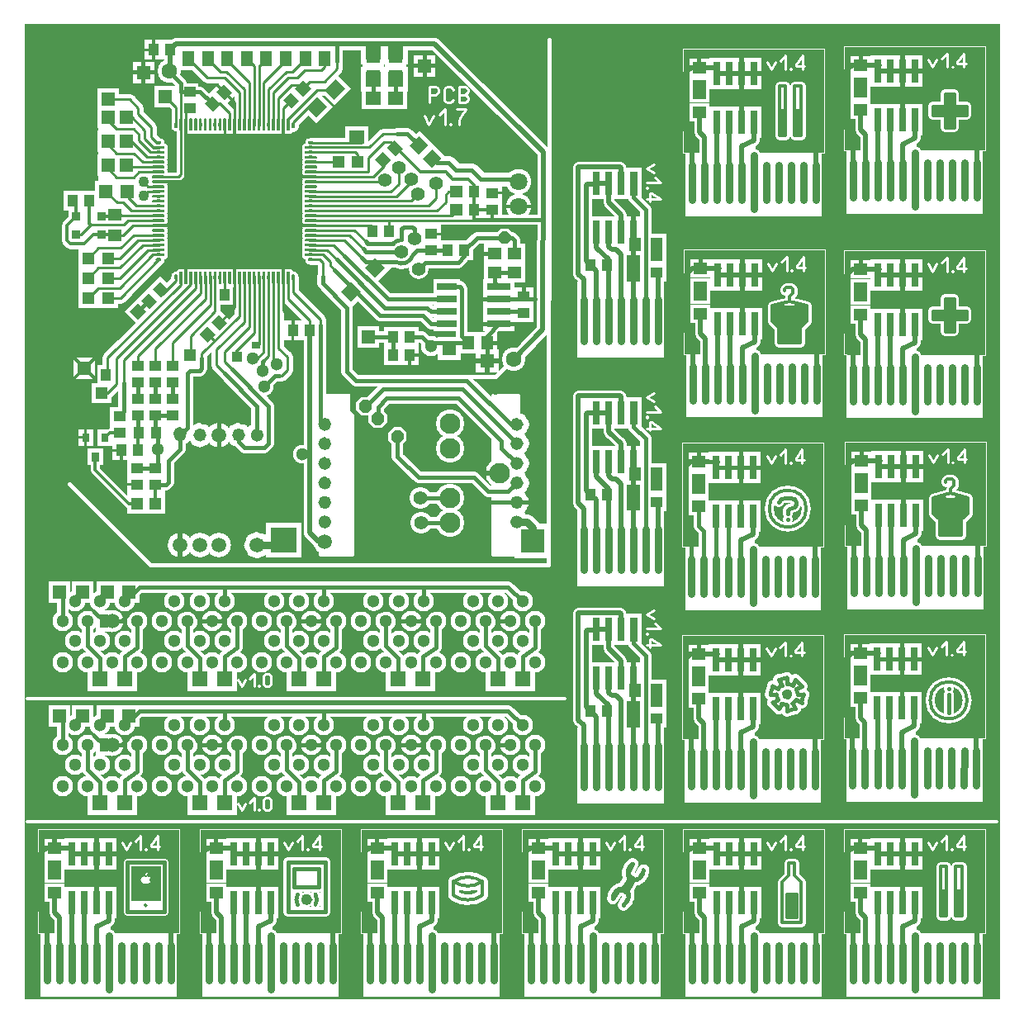
<source format=gtl>
%FSLAX34Y34*%
%MOMM*%
%LNCOPPER_TOP*%
G71*
G01*
%ADD10C, 2.100*%
%ADD11C, 2.300*%
%ADD12C, 1.200*%
%ADD13C, 0.222*%
%ADD14R, 2.600X2.600*%
%ADD15R, 2.200X2.200*%
%ADD16C, 0.286*%
%ADD17R, 2.600X2.500*%
%ADD18C, 1.480*%
%ADD19C, 0.880*%
%ADD20R, 1.500X1.500*%
%ADD21R, 0.900X0.900*%
%ADD22C, 0.600*%
%ADD23C, 1.080*%
%ADD24C, 1.500*%
%ADD25C, 0.300*%
%ADD26C, 2.400*%
%ADD27C, 1.900*%
%ADD28R, 1.900X2.000*%
%ADD29C, 0.900*%
%ADD30R, 2.000X2.000*%
%ADD31R, 3.200X1.600*%
%ADD32R, 1.800X1.700*%
%ADD33R, 2.100X2.400*%
%ADD34R, 2.400X2.200*%
%ADD35C, 2.500*%
%ADD36C, 2.600*%
%ADD37R, 2.000X1.900*%
%ADD38C, 0.400*%
%ADD39R, 1.800X2.000*%
%ADD40C, 2.900*%
%ADD41R, 1.600X1.700*%
%ADD42C, 2.200*%
%ADD43C, 2.000*%
%ADD44C, 1.000*%
%ADD45R, 2.400X2.400*%
%ADD46C, 1.300*%
%ADD47C, 1.900*%
%ADD48C, 1.100*%
%ADD49C, 0.280*%
%ADD50R, 2.200X2.100*%
%ADD51R, 2.100X2.200*%
%ADD52R, 2.800X1.600*%
%ADD53R, 1.900X1.900*%
%ADD54R, 1.700X1.600*%
%ADD55C, 1.400*%
%ADD56R, 1.700X2.200*%
%ADD57C, 1.600*%
%ADD58C, 1.350*%
%ADD59R, 1.600X3.200*%
%ADD60C, 0.200*%
%ADD61C, 0.254*%
%ADD62C, 0.800*%
%ADD63C, 0.100*%
%ADD64C, 1.022*%
%ADD65C, 0.997*%
%ADD66R, 2.000X2.200*%
%ADD67C, 0.150*%
%ADD68C, 0.500*%
%ADD69C, 0.433*%
%ADD70C, 0.297*%
%ADD71C, 0.372*%
%ADD72C, 0.467*%
%ADD73C, 0.308*%
%ADD74C, 0.378*%
%ADD75C, 0.304*%
%ADD76C, 0.317*%
%ADD77C, 0.267*%
%ADD78C, 1.300*%
%ADD79C, 1.500*%
%ADD80R, 1.600X1.600*%
%ADD81R, 1.400X1.400*%
%ADD82R, 1.400X1.300*%
%ADD83R, 0.300X0.300*%
%ADD84C, 1.600*%
%ADD85R, 1.100X1.200*%
%ADD86R, 1.200X1.200*%
%ADD87R, 2.400X0.800*%
%ADD88C, 0.700*%
%ADD89R, 1.200X1.100*%
%ADD90R, 1.300X1.600*%
%ADD91R, 1.600X1.400*%
%ADD92C, 1.800*%
%ADD93R, 1.000X1.200*%
%ADD94C, 2.100*%
%ADD95R, 0.800X0.900*%
%ADD96C, 1.400*%
%ADD97C, 1.100*%
%ADD98R, 1.300X1.400*%
%ADD99R, 2.000X0.800*%
%ADD100C, 2.600*%
%ADD101R, 1.100X1.100*%
%ADD102R, 0.900X0.800*%
%ADD103R, 0.900X1.400*%
%ADD104C, 0.750*%
%ADD105R, 0.800X2.400*%
%ADD106C, 0.900*%
%ADD107C, 0.000*%
%ADD108C, 0.422*%
%ADD109C, 0.397*%
%ADD110R, 1.200X1.400*%
%LPD*%
G36*
X250Y50D02*
X1000250Y50D01*
X1000250Y-999950D01*
X250Y-999950D01*
X250Y50D01*
G37*
%LPC*%
X39552Y-654101D02*
G54D10*
D03*
X65052Y-654101D02*
G54D10*
D03*
X90552Y-654101D02*
G54D10*
D03*
X116052Y-654101D02*
G54D10*
D03*
X141552Y-654101D02*
G54D10*
D03*
X167052Y-654101D02*
G54D10*
D03*
X192552Y-654101D02*
G54D10*
D03*
X218052Y-654101D02*
G54D10*
D03*
X243552Y-654101D02*
G54D10*
D03*
X269052Y-654101D02*
G54D10*
D03*
X294552Y-654101D02*
G54D10*
D03*
X320052Y-654101D02*
G54D10*
D03*
X345552Y-654101D02*
G54D10*
D03*
X371052Y-654101D02*
G54D10*
D03*
X396552Y-654101D02*
G54D10*
D03*
X422052Y-654101D02*
G54D10*
D03*
X447552Y-654102D02*
G54D10*
D03*
X473052Y-654101D02*
G54D10*
D03*
X498552Y-654101D02*
G54D10*
D03*
X524052Y-654101D02*
G54D10*
D03*
X39552Y-611825D02*
G54D10*
D03*
X65052Y-611826D02*
G54D10*
D03*
X90553Y-611825D02*
G54D11*
D03*
X116052Y-611826D02*
G54D10*
D03*
X141552Y-611826D02*
G54D10*
D03*
X167052Y-611826D02*
G54D10*
D03*
X192552Y-611826D02*
G54D10*
D03*
X218052Y-611826D02*
G54D10*
D03*
X243552Y-611826D02*
G54D10*
D03*
X269052Y-611826D02*
G54D10*
D03*
X294552Y-611826D02*
G54D10*
D03*
X320052Y-611826D02*
G54D10*
D03*
X345552Y-611826D02*
G54D10*
D03*
X371052Y-611826D02*
G54D10*
D03*
X396552Y-611826D02*
G54D10*
D03*
X422052Y-611826D02*
G54D10*
D03*
X447552Y-611826D02*
G54D10*
D03*
X473052Y-611826D02*
G54D10*
D03*
X498552Y-611826D02*
G54D10*
D03*
X524052Y-611826D02*
G54D10*
D03*
X52302Y-631826D02*
G54D10*
D03*
X77802Y-631826D02*
G54D10*
D03*
X103302Y-631826D02*
G54D10*
D03*
X154302Y-631826D02*
G54D10*
D03*
X179802Y-631826D02*
G54D10*
D03*
X205302Y-631826D02*
G54D10*
D03*
X256302Y-631826D02*
G54D10*
D03*
X281802Y-631826D02*
G54D10*
D03*
X307302Y-631826D02*
G54D10*
D03*
X358302Y-631826D02*
G54D10*
D03*
X383802Y-631826D02*
G54D10*
D03*
X409302Y-631826D02*
G54D10*
D03*
X460302Y-631826D02*
G54D10*
D03*
X485802Y-631826D02*
G54D10*
D03*
X511302Y-631826D02*
G54D10*
D03*
X52302Y-591825D02*
G54D10*
D03*
X77802Y-591825D02*
G54D10*
D03*
X103302Y-591826D02*
G54D10*
D03*
X154302Y-591826D02*
G54D10*
D03*
X179802Y-591826D02*
G54D10*
D03*
X205302Y-591826D02*
G54D10*
D03*
X256302Y-591826D02*
G54D10*
D03*
X281802Y-591826D02*
G54D10*
D03*
X307302Y-591826D02*
G54D10*
D03*
X358302Y-591826D02*
G54D10*
D03*
X383802Y-591826D02*
G54D10*
D03*
X409302Y-591826D02*
G54D10*
D03*
X460302Y-591826D02*
G54D10*
D03*
X485802Y-591826D02*
G54D10*
D03*
X511302Y-591826D02*
G54D10*
D03*
G54D12*
X205302Y-591826D02*
X205302Y-578930D01*
G54D12*
X307302Y-591826D02*
X307302Y-578930D01*
G54D12*
X409302Y-591826D02*
X409302Y-578930D01*
G54D12*
X116052Y-611826D02*
X116052Y-638605D01*
X103121Y-648230D01*
X103124Y-670851D01*
G54D12*
X65052Y-611826D02*
X65052Y-636860D01*
X77724Y-649532D01*
X77724Y-670851D01*
G54D12*
X218052Y-611826D02*
X218052Y-638605D01*
X205121Y-648230D01*
X205124Y-670851D01*
G54D12*
X167052Y-611826D02*
X167052Y-636860D01*
X179724Y-649532D01*
X179724Y-670851D01*
G54D12*
X320052Y-611826D02*
X320052Y-638605D01*
X307121Y-648230D01*
X307124Y-670851D01*
G54D12*
X269052Y-611826D02*
X269052Y-636860D01*
X281724Y-649532D01*
X281724Y-670851D01*
G54D12*
X422052Y-611826D02*
X422052Y-638605D01*
X409121Y-648230D01*
X409124Y-670851D01*
G54D12*
X371052Y-611826D02*
X371052Y-636860D01*
X383724Y-649532D01*
X383724Y-670851D01*
G54D12*
X524052Y-611826D02*
X524052Y-638605D01*
X511121Y-648230D01*
X511124Y-670851D01*
G54D12*
X473052Y-611826D02*
X473052Y-636860D01*
X485724Y-649532D01*
X485724Y-670851D01*
G54D13*
X219498Y-671492D02*
X223231Y-678492D01*
X226964Y-671492D01*
G54D13*
X231321Y-670714D02*
X235987Y-666048D01*
X235987Y-678492D01*
G54D13*
X241090Y-678492D02*
X240344Y-678492D01*
X240344Y-677870D01*
X241090Y-677870D01*
X241090Y-678492D01*
X240344Y-678492D01*
G54D13*
X252913Y-668381D02*
X252913Y-676159D01*
X251980Y-677714D01*
X250113Y-678492D01*
X248247Y-678492D01*
X246380Y-677714D01*
X245447Y-676159D01*
X245447Y-668381D01*
X246380Y-666826D01*
X248247Y-666048D01*
X250113Y-666048D01*
X251980Y-666826D01*
X252913Y-668381D01*
X77724Y-670851D02*
G54D14*
D03*
X103124Y-670851D02*
G54D14*
D03*
X179724Y-670851D02*
G54D14*
D03*
X205124Y-670851D02*
G54D14*
D03*
X281724Y-670851D02*
G54D14*
D03*
X307124Y-670851D02*
G54D14*
D03*
X383724Y-670851D02*
G54D14*
D03*
X409124Y-670851D02*
G54D14*
D03*
X485724Y-670851D02*
G54D14*
D03*
X511124Y-670851D02*
G54D14*
D03*
X107260Y-581877D02*
G54D15*
D03*
X85035Y-581877D02*
G54D15*
D03*
X59635Y-581877D02*
G54D15*
D03*
X36220Y-581877D02*
G54D15*
D03*
G54D12*
X511302Y-591826D02*
X496174Y-576698D01*
X118430Y-576698D01*
X103302Y-591826D01*
G54D12*
X39552Y-611826D02*
X39552Y-581323D01*
X40585Y-580290D01*
G54D12*
X52302Y-591826D02*
X52302Y-587623D01*
X59635Y-580290D01*
G54D12*
X77802Y-591826D02*
X77802Y-587523D01*
X85035Y-580290D01*
G54D16*
X415188Y-80136D02*
X415188Y-64136D01*
X421188Y-64136D01*
X423588Y-65136D01*
X424788Y-67136D01*
X424788Y-69136D01*
X423588Y-71136D01*
X421188Y-72136D01*
X415188Y-72136D01*
G54D16*
X439988Y-77136D02*
X438788Y-79136D01*
X436388Y-80136D01*
X433988Y-80136D01*
X431588Y-79136D01*
X430388Y-77136D01*
X430388Y-67136D01*
X431588Y-65136D01*
X433988Y-64136D01*
X436388Y-64136D01*
X438788Y-65136D01*
X439988Y-67136D01*
G54D16*
X445588Y-80136D02*
X445588Y-64136D01*
X451588Y-64136D01*
X453988Y-65136D01*
X455188Y-67136D01*
X455188Y-69136D01*
X453988Y-71136D01*
X451588Y-72136D01*
X453988Y-73136D01*
X455188Y-75136D01*
X455188Y-77136D01*
X453988Y-79136D01*
X451588Y-80136D01*
X445588Y-80136D01*
G54D16*
X445588Y-72136D02*
X451588Y-72136D01*
G54D16*
X410141Y-93930D02*
X414941Y-102930D01*
X419741Y-93930D01*
G54D16*
X425341Y-92930D02*
X431341Y-86930D01*
X431341Y-102930D01*
G54D16*
X437901Y-102930D02*
X436941Y-102930D01*
X436941Y-102130D01*
X437901Y-102130D01*
X437901Y-102930D01*
X436941Y-102930D01*
G54D16*
X443501Y-86930D02*
X453101Y-86930D01*
X451901Y-88930D01*
X449501Y-91930D01*
X447101Y-95930D01*
X445901Y-98930D01*
X445901Y-102930D01*
X93049Y-216196D02*
G54D17*
D03*
X93049Y-195196D02*
G54D17*
D03*
G54D18*
X137750Y-201246D02*
X106887Y-201246D01*
X102328Y-205805D01*
X67997Y-205805D01*
X57960Y-215843D01*
X51357Y-215843D01*
G54D18*
X137750Y-196246D02*
X99681Y-196246D01*
X94450Y-191214D01*
G54D18*
X137750Y-206246D02*
X111656Y-206246D01*
X101706Y-216196D01*
X93049Y-216196D01*
G54D19*
X137750Y-156226D02*
X158092Y-156226D01*
X160724Y-153594D01*
X160724Y-103252D01*
X52944Y-196793D02*
G54D20*
D03*
X52944Y-215843D02*
G54D20*
D03*
X79059Y-215843D02*
G54D20*
D03*
X79106Y-196734D02*
G54D20*
D03*
G36*
X271223Y-98752D02*
X280223Y-98752D01*
X280224Y-107752D01*
X271224Y-107752D01*
X271223Y-98752D01*
G37*
G36*
X266223Y-98752D02*
X275223Y-98751D01*
X275224Y-107751D01*
X266224Y-107752D01*
X266223Y-98752D01*
G37*
X265724Y-103252D02*
G54D21*
D03*
X260724Y-103252D02*
G54D21*
D03*
X255724Y-103252D02*
G54D21*
D03*
X250724Y-103252D02*
G54D21*
D03*
G36*
X241223Y-98752D02*
X250223Y-98751D01*
X250224Y-107751D01*
X241224Y-107752D01*
X241223Y-98752D01*
G37*
X240724Y-103252D02*
G54D21*
D03*
X235724Y-103252D02*
G54D21*
D03*
X230724Y-103252D02*
G54D21*
D03*
X225723Y-103252D02*
G54D21*
D03*
G36*
X216223Y-98752D02*
X225223Y-98752D01*
X225224Y-107752D01*
X216224Y-107752D01*
X216223Y-98752D01*
G37*
X215724Y-103252D02*
G54D21*
D03*
X210724Y-103252D02*
G54D21*
D03*
X205724Y-103252D02*
G54D21*
D03*
X200724Y-103252D02*
G54D21*
D03*
X195724Y-103252D02*
G54D21*
D03*
G36*
X186223Y-98752D02*
X195223Y-98751D01*
X195224Y-107751D01*
X186224Y-107752D01*
X186223Y-98752D01*
G37*
G36*
X181223Y-98752D02*
X190223Y-98751D01*
X190224Y-107751D01*
X181224Y-107752D01*
X181223Y-98752D01*
G37*
X180724Y-103252D02*
G54D21*
D03*
X175724Y-103252D02*
G54D21*
D03*
X170724Y-103252D02*
G54D21*
D03*
G36*
X161223Y-98752D02*
X170223Y-98752D01*
X170224Y-107752D01*
X161224Y-107752D01*
X161223Y-98752D01*
G37*
X160724Y-103252D02*
G54D21*
D03*
G36*
X151223Y-98752D02*
X160223Y-98752D01*
X160224Y-107752D01*
X151224Y-107752D01*
X151223Y-98752D01*
G37*
G36*
X276219Y-100221D02*
X277218Y-101221D01*
X277219Y-105721D01*
X276719Y-106221D01*
X274718Y-106221D01*
X274218Y-105721D01*
X274219Y-101221D01*
X275218Y-100221D01*
X276219Y-100221D01*
G37*
G54D22*
X276219Y-100221D02*
X277218Y-101221D01*
X277219Y-105721D01*
X276719Y-106221D01*
X274718Y-106221D01*
X274218Y-105721D01*
X274219Y-101221D01*
X275218Y-100221D01*
X276219Y-100221D01*
G36*
X156218Y-100221D02*
X157218Y-101221D01*
X157219Y-105721D01*
X156718Y-106221D01*
X154719Y-106221D01*
X154219Y-105721D01*
X154219Y-101221D01*
X155219Y-100221D01*
X156218Y-100221D01*
G37*
G54D22*
X156218Y-100221D02*
X157218Y-101221D01*
X157219Y-105721D01*
X156718Y-106221D01*
X154719Y-106221D01*
X154219Y-105721D01*
X154219Y-101221D01*
X155219Y-100221D01*
X156218Y-100221D01*
G36*
X266219Y-96221D02*
X267218Y-97221D01*
X267218Y-108721D01*
X266719Y-109221D01*
X264719Y-109221D01*
X264219Y-108721D01*
X264218Y-97221D01*
X265218Y-96221D01*
X266219Y-96221D01*
G37*
G54D22*
X266219Y-96221D02*
X267218Y-97221D01*
X267218Y-108721D01*
X266719Y-109221D01*
X264719Y-109221D01*
X264219Y-108721D01*
X264218Y-97221D01*
X265218Y-96221D01*
X266219Y-96221D01*
G36*
X261219Y-96221D02*
X262219Y-97221D01*
X262219Y-108721D01*
X261719Y-109221D01*
X259719Y-109221D01*
X259219Y-108721D01*
X259219Y-97221D01*
X260218Y-96221D01*
X261219Y-96221D01*
G37*
G54D22*
X261219Y-96221D02*
X262219Y-97221D01*
X262219Y-108721D01*
X261719Y-109221D01*
X259719Y-109221D01*
X259219Y-108721D01*
X259219Y-97221D01*
X260218Y-96221D01*
X261219Y-96221D01*
G36*
X256219Y-96221D02*
X257218Y-97221D01*
X257219Y-108721D01*
X256718Y-109221D01*
X254718Y-109221D01*
X254218Y-108721D01*
X254219Y-97221D01*
X255218Y-96221D01*
X256219Y-96221D01*
G37*
G54D22*
X256219Y-96221D02*
X257218Y-97221D01*
X257219Y-108721D01*
X256718Y-109221D01*
X254718Y-109221D01*
X254218Y-108721D01*
X254219Y-97221D01*
X255218Y-96221D01*
X256219Y-96221D01*
G36*
X251219Y-96221D02*
X252219Y-97221D01*
X252219Y-108721D01*
X251719Y-109221D01*
X249719Y-109221D01*
X249219Y-108721D01*
X249219Y-97221D01*
X250218Y-96221D01*
X251219Y-96221D01*
G37*
G54D22*
X251219Y-96221D02*
X252219Y-97221D01*
X252219Y-108721D01*
X251719Y-109221D01*
X249719Y-109221D01*
X249219Y-108721D01*
X249219Y-97221D01*
X250218Y-96221D01*
X251219Y-96221D01*
G36*
X246219Y-96221D02*
X247218Y-97221D01*
X247218Y-108721D01*
X246719Y-109221D01*
X244718Y-109221D01*
X244219Y-108721D01*
X244219Y-97221D01*
X245219Y-96221D01*
X246219Y-96221D01*
G37*
G54D22*
X246219Y-96221D02*
X247218Y-97221D01*
X247218Y-108721D01*
X246719Y-109221D01*
X244718Y-109221D01*
X244219Y-108721D01*
X244219Y-97221D01*
X245219Y-96221D01*
X246219Y-96221D01*
G36*
X241218Y-96221D02*
X242219Y-97221D01*
X242218Y-108721D01*
X241719Y-109221D01*
X239718Y-109221D01*
X239218Y-108721D01*
X239219Y-97221D01*
X240219Y-96221D01*
X241218Y-96221D01*
G37*
G54D22*
X241218Y-96221D02*
X242219Y-97221D01*
X242218Y-108721D01*
X241719Y-109221D01*
X239718Y-109221D01*
X239218Y-108721D01*
X239219Y-97221D01*
X240219Y-96221D01*
X241218Y-96221D01*
G36*
X236218Y-96221D02*
X237219Y-97221D01*
X237218Y-108721D01*
X236718Y-109221D01*
X234719Y-109221D01*
X234219Y-108721D01*
X234219Y-97221D01*
X235219Y-96221D01*
X236218Y-96221D01*
G37*
G54D22*
X236218Y-96221D02*
X237219Y-97221D01*
X237218Y-108721D01*
X236718Y-109221D01*
X234719Y-109221D01*
X234219Y-108721D01*
X234219Y-97221D01*
X235219Y-96221D01*
X236218Y-96221D01*
G36*
X231218Y-96221D02*
X232218Y-97221D01*
X232219Y-108721D01*
X231718Y-109221D01*
X229719Y-109221D01*
X229218Y-108721D01*
X229218Y-97221D01*
X230218Y-96221D01*
X231218Y-96221D01*
G37*
G54D22*
X231218Y-96221D02*
X232218Y-97221D01*
X232219Y-108721D01*
X231718Y-109221D01*
X229719Y-109221D01*
X229218Y-108721D01*
X229218Y-97221D01*
X230218Y-96221D01*
X231218Y-96221D01*
G36*
X226218Y-96221D02*
X227219Y-97221D01*
X227219Y-108721D01*
X226719Y-109221D01*
X224718Y-109221D01*
X224218Y-108721D01*
X224218Y-97221D01*
X225219Y-96221D01*
X226218Y-96221D01*
G37*
G54D22*
X226218Y-96221D02*
X227219Y-97221D01*
X227219Y-108721D01*
X226719Y-109221D01*
X224718Y-109221D01*
X224218Y-108721D01*
X224218Y-97221D01*
X225219Y-96221D01*
X226218Y-96221D01*
G36*
X221219Y-96221D02*
X222219Y-97221D01*
X222219Y-108721D01*
X221719Y-109221D01*
X219719Y-109221D01*
X219218Y-108721D01*
X219219Y-97221D01*
X220219Y-96221D01*
X221219Y-96221D01*
G37*
G54D22*
X221219Y-96221D02*
X222219Y-97221D01*
X222219Y-108721D01*
X221719Y-109221D01*
X219719Y-109221D01*
X219218Y-108721D01*
X219219Y-97221D01*
X220219Y-96221D01*
X221219Y-96221D01*
G36*
X216219Y-96221D02*
X217219Y-97221D01*
X217219Y-108721D01*
X216718Y-109221D01*
X214718Y-109221D01*
X214219Y-108721D01*
X214219Y-97221D01*
X215219Y-96221D01*
X216219Y-96221D01*
G37*
G54D22*
X216219Y-96221D02*
X217219Y-97221D01*
X217219Y-108721D01*
X216718Y-109221D01*
X214718Y-109221D01*
X214219Y-108721D01*
X214219Y-97221D01*
X215219Y-96221D01*
X216219Y-96221D01*
G36*
X211218Y-96221D02*
X212218Y-97221D01*
X212218Y-108721D01*
X211719Y-109221D01*
X209718Y-109221D01*
X209218Y-108721D01*
X209218Y-97221D01*
X210218Y-96221D01*
X211218Y-96221D01*
G37*
G54D22*
X211218Y-96221D02*
X212218Y-97221D01*
X212218Y-108721D01*
X211719Y-109221D01*
X209718Y-109221D01*
X209218Y-108721D01*
X209218Y-97221D01*
X210218Y-96221D01*
X211218Y-96221D01*
G36*
X206219Y-96221D02*
X207219Y-97221D01*
X207219Y-108721D01*
X206718Y-109221D01*
X204719Y-109221D01*
X204219Y-108721D01*
X204219Y-97221D01*
X205219Y-96221D01*
X206219Y-96221D01*
G37*
G54D22*
X206219Y-96221D02*
X207219Y-97221D01*
X207219Y-108721D01*
X206718Y-109221D01*
X204719Y-109221D01*
X204219Y-108721D01*
X204219Y-97221D01*
X205219Y-96221D01*
X206219Y-96221D01*
G36*
X201219Y-96221D02*
X202219Y-97221D01*
X202218Y-108721D01*
X201719Y-109221D01*
X199719Y-109221D01*
X199218Y-108721D01*
X199219Y-97221D01*
X200218Y-96221D01*
X201219Y-96221D01*
G37*
G54D22*
X201219Y-96221D02*
X202219Y-97221D01*
X202218Y-108721D01*
X201719Y-109221D01*
X199719Y-109221D01*
X199218Y-108721D01*
X199219Y-97221D01*
X200218Y-96221D01*
X201219Y-96221D01*
G36*
X196219Y-96221D02*
X197219Y-97221D01*
X197219Y-108721D01*
X196718Y-109221D01*
X194719Y-109221D01*
X194219Y-108721D01*
X194219Y-97221D01*
X195219Y-96221D01*
X196219Y-96221D01*
G37*
G54D22*
X196219Y-96221D02*
X197219Y-97221D01*
X197219Y-108721D01*
X196718Y-109221D01*
X194719Y-109221D01*
X194219Y-108721D01*
X194219Y-97221D01*
X195219Y-96221D01*
X196219Y-96221D01*
G36*
X191219Y-96221D02*
X192219Y-97221D01*
X192218Y-108721D01*
X191719Y-109221D01*
X189718Y-109221D01*
X189218Y-108721D01*
X189219Y-97221D01*
X190219Y-96221D01*
X191219Y-96221D01*
G37*
G54D22*
X191219Y-96221D02*
X192219Y-97221D01*
X192218Y-108721D01*
X191719Y-109221D01*
X189718Y-109221D01*
X189218Y-108721D01*
X189219Y-97221D01*
X190219Y-96221D01*
X191219Y-96221D01*
G36*
X186218Y-96221D02*
X187219Y-97221D01*
X187219Y-108721D01*
X186719Y-109221D01*
X184719Y-109221D01*
X184219Y-108721D01*
X184219Y-97221D01*
X185219Y-96221D01*
X186218Y-96221D01*
G37*
G54D22*
X186218Y-96221D02*
X187219Y-97221D01*
X187219Y-108721D01*
X186719Y-109221D01*
X184719Y-109221D01*
X184219Y-108721D01*
X184219Y-97221D01*
X185219Y-96221D01*
X186218Y-96221D01*
G36*
X181219Y-96221D02*
X182218Y-97221D01*
X182218Y-108721D01*
X181719Y-109221D01*
X179718Y-109221D01*
X179219Y-108721D01*
X179219Y-97221D01*
X180218Y-96221D01*
X181219Y-96221D01*
G37*
G54D22*
X181219Y-96221D02*
X182218Y-97221D01*
X182218Y-108721D01*
X181719Y-109221D01*
X179718Y-109221D01*
X179219Y-108721D01*
X179219Y-97221D01*
X180218Y-96221D01*
X181219Y-96221D01*
G36*
X176219Y-96221D02*
X177218Y-97221D01*
X177218Y-108721D01*
X176719Y-109221D01*
X174719Y-109221D01*
X174219Y-108721D01*
X174219Y-97221D01*
X175219Y-96221D01*
X176219Y-96221D01*
G37*
G54D22*
X176219Y-96221D02*
X177218Y-97221D01*
X177218Y-108721D01*
X176719Y-109221D01*
X174719Y-109221D01*
X174219Y-108721D01*
X174219Y-97221D01*
X175219Y-96221D01*
X176219Y-96221D01*
G36*
X171219Y-96221D02*
X172219Y-97221D01*
X172219Y-108721D01*
X171719Y-109221D01*
X169718Y-109221D01*
X169219Y-108721D01*
X169219Y-97221D01*
X170218Y-96221D01*
X171219Y-96221D01*
G37*
G54D22*
X171219Y-96221D02*
X172219Y-97221D01*
X172219Y-108721D01*
X171719Y-109221D01*
X169718Y-109221D01*
X169219Y-108721D01*
X169219Y-97221D01*
X170218Y-96221D01*
X171219Y-96221D01*
G36*
X166219Y-96221D02*
X167218Y-97221D01*
X167219Y-108721D01*
X166719Y-109221D01*
X164718Y-109221D01*
X164218Y-108721D01*
X164218Y-97221D01*
X165219Y-96221D01*
X166219Y-96221D01*
G37*
G54D22*
X166219Y-96221D02*
X167218Y-97221D01*
X167219Y-108721D01*
X166719Y-109221D01*
X164718Y-109221D01*
X164218Y-108721D01*
X164218Y-97221D01*
X165219Y-96221D01*
X166219Y-96221D01*
G36*
X161218Y-96221D02*
X162219Y-97221D01*
X162219Y-108721D01*
X161718Y-109221D01*
X159719Y-109221D01*
X159219Y-108721D01*
X159219Y-97221D01*
X160219Y-96221D01*
X161218Y-96221D01*
G37*
G54D22*
X161218Y-96221D02*
X162219Y-97221D01*
X162219Y-108721D01*
X161718Y-109221D01*
X159719Y-109221D01*
X159219Y-108721D01*
X159219Y-97221D01*
X160219Y-96221D01*
X161218Y-96221D01*
G36*
X271219Y-96221D02*
X272218Y-97221D01*
X272218Y-108721D01*
X271719Y-109221D01*
X269719Y-109221D01*
X269219Y-108721D01*
X269219Y-97221D01*
X270219Y-96221D01*
X271219Y-96221D01*
G37*
G54D22*
X271219Y-96221D02*
X272218Y-97221D01*
X272218Y-108721D01*
X271719Y-109221D01*
X269719Y-109221D01*
X269219Y-108721D01*
X269219Y-97221D01*
X270219Y-96221D01*
X271219Y-96221D01*
X293687Y-241216D02*
G54D21*
D03*
X293687Y-236216D02*
G54D21*
D03*
X293687Y-231216D02*
G54D21*
D03*
X293687Y-226216D02*
G54D21*
D03*
X293687Y-221216D02*
G54D21*
D03*
X293687Y-216216D02*
G54D21*
D03*
X293687Y-211216D02*
G54D21*
D03*
X293687Y-206216D02*
G54D21*
D03*
X293687Y-201216D02*
G54D21*
D03*
X293687Y-196216D02*
G54D21*
D03*
X293687Y-191216D02*
G54D21*
D03*
X293688Y-186216D02*
G54D21*
D03*
X293688Y-181216D02*
G54D21*
D03*
X293687Y-176216D02*
G54D21*
D03*
X293687Y-171216D02*
G54D21*
D03*
X293687Y-166216D02*
G54D21*
D03*
X293688Y-161216D02*
G54D21*
D03*
X293687Y-156216D02*
G54D21*
D03*
X293687Y-151216D02*
G54D21*
D03*
X293687Y-146216D02*
G54D21*
D03*
X293687Y-141216D02*
G54D21*
D03*
X293687Y-136216D02*
G54D21*
D03*
X293687Y-131216D02*
G54D21*
D03*
X293687Y-126216D02*
G54D21*
D03*
X293687Y-121216D02*
G54D21*
D03*
G36*
X296718Y-241721D02*
X295719Y-242721D01*
X291219Y-242721D01*
X290718Y-242221D01*
X290718Y-240221D01*
X291218Y-239721D01*
X295719Y-239721D01*
X296718Y-240721D01*
X296718Y-241721D01*
G37*
G54D22*
X296718Y-241721D02*
X295719Y-242721D01*
X291219Y-242721D01*
X290718Y-242221D01*
X290718Y-240221D01*
X291218Y-239721D01*
X295719Y-239721D01*
X296718Y-240721D01*
X296718Y-241721D01*
G36*
X296719Y-121721D02*
X295718Y-122721D01*
X291218Y-122721D01*
X290719Y-122221D01*
X290719Y-120221D01*
X291218Y-119721D01*
X295718Y-119721D01*
X296718Y-120721D01*
X296719Y-121721D01*
G37*
G54D22*
X296719Y-121721D02*
X295718Y-122721D01*
X291218Y-122721D01*
X290719Y-122221D01*
X290719Y-120221D01*
X291218Y-119721D01*
X295718Y-119721D01*
X296718Y-120721D01*
X296719Y-121721D01*
G36*
X300719Y-231721D02*
X299719Y-232721D01*
X288218Y-232721D01*
X287719Y-232221D01*
X287718Y-230221D01*
X288218Y-229721D01*
X299718Y-229721D01*
X300719Y-230721D01*
X300719Y-231721D01*
G37*
G54D22*
X300719Y-231721D02*
X299719Y-232721D01*
X288218Y-232721D01*
X287719Y-232221D01*
X287718Y-230221D01*
X288218Y-229721D01*
X299718Y-229721D01*
X300719Y-230721D01*
X300719Y-231721D01*
G36*
X300719Y-226721D02*
X299718Y-227721D01*
X288218Y-227721D01*
X287718Y-227221D01*
X287719Y-225221D01*
X288218Y-224721D01*
X299719Y-224721D01*
X300718Y-225721D01*
X300719Y-226721D01*
G37*
G54D22*
X300719Y-226721D02*
X299718Y-227721D01*
X288218Y-227721D01*
X287718Y-227221D01*
X287719Y-225221D01*
X288218Y-224721D01*
X299719Y-224721D01*
X300718Y-225721D01*
X300719Y-226721D01*
G36*
X300719Y-221721D02*
X299719Y-222721D01*
X288218Y-222721D01*
X287719Y-222221D01*
X287719Y-220221D01*
X288219Y-219721D01*
X299718Y-219721D01*
X300719Y-220721D01*
X300719Y-221721D01*
G37*
G54D22*
X300719Y-221721D02*
X299719Y-222721D01*
X288218Y-222721D01*
X287719Y-222221D01*
X287719Y-220221D01*
X288219Y-219721D01*
X299718Y-219721D01*
X300719Y-220721D01*
X300719Y-221721D01*
G36*
X300719Y-216721D02*
X299718Y-217721D01*
X288218Y-217721D01*
X287719Y-217221D01*
X287718Y-215221D01*
X288219Y-214721D01*
X299718Y-214721D01*
X300719Y-215721D01*
X300719Y-216721D01*
G37*
G54D22*
X300719Y-216721D02*
X299718Y-217721D01*
X288218Y-217721D01*
X287719Y-217221D01*
X287718Y-215221D01*
X288219Y-214721D01*
X299718Y-214721D01*
X300719Y-215721D01*
X300719Y-216721D01*
G36*
X300719Y-211721D02*
X299718Y-212721D01*
X288219Y-212721D01*
X287718Y-212221D01*
X287719Y-210221D01*
X288219Y-209721D01*
X299718Y-209721D01*
X300719Y-210721D01*
X300719Y-211721D01*
G37*
G54D22*
X300719Y-211721D02*
X299718Y-212721D01*
X288219Y-212721D01*
X287718Y-212221D01*
X287719Y-210221D01*
X288219Y-209721D01*
X299718Y-209721D01*
X300719Y-210721D01*
X300719Y-211721D01*
G36*
X300719Y-206721D02*
X299719Y-207721D01*
X288219Y-207721D01*
X287719Y-207221D01*
X287718Y-205221D01*
X288218Y-204721D01*
X299719Y-204721D01*
X300719Y-205721D01*
X300719Y-206721D01*
G37*
G54D22*
X300719Y-206721D02*
X299719Y-207721D01*
X288219Y-207721D01*
X287719Y-207221D01*
X287718Y-205221D01*
X288218Y-204721D01*
X299719Y-204721D01*
X300719Y-205721D01*
X300719Y-206721D01*
G36*
X300718Y-201721D02*
X299718Y-202721D01*
X288219Y-202721D01*
X287718Y-202221D01*
X287718Y-200221D01*
X288219Y-199721D01*
X299719Y-199721D01*
X300718Y-200721D01*
X300718Y-201721D01*
G37*
G54D22*
X300718Y-201721D02*
X299718Y-202721D01*
X288219Y-202721D01*
X287718Y-202221D01*
X287718Y-200221D01*
X288219Y-199721D01*
X299719Y-199721D01*
X300718Y-200721D01*
X300718Y-201721D01*
G36*
X300719Y-196721D02*
X299719Y-197721D01*
X288218Y-197721D01*
X287718Y-197221D01*
X287719Y-195221D01*
X288219Y-194721D01*
X299719Y-194721D01*
X300719Y-195721D01*
X300719Y-196721D01*
G37*
G54D22*
X300719Y-196721D02*
X299719Y-197721D01*
X288218Y-197721D01*
X287718Y-197221D01*
X287719Y-195221D01*
X288219Y-194721D01*
X299719Y-194721D01*
X300719Y-195721D01*
X300719Y-196721D01*
G36*
X300719Y-191721D02*
X299718Y-192721D01*
X288218Y-192721D01*
X287718Y-192221D01*
X287718Y-190221D01*
X288218Y-189721D01*
X299718Y-189721D01*
X300719Y-190721D01*
X300719Y-191721D01*
G37*
G54D22*
X300719Y-191721D02*
X299718Y-192721D01*
X288218Y-192721D01*
X287718Y-192221D01*
X287718Y-190221D01*
X288218Y-189721D01*
X299718Y-189721D01*
X300719Y-190721D01*
X300719Y-191721D01*
G36*
X300718Y-186721D02*
X299719Y-187721D01*
X288218Y-187721D01*
X287718Y-187221D01*
X287718Y-185221D01*
X288218Y-184721D01*
X299719Y-184721D01*
X300719Y-185721D01*
X300718Y-186721D01*
G37*
G54D22*
X300718Y-186721D02*
X299719Y-187721D01*
X288218Y-187721D01*
X287718Y-187221D01*
X287718Y-185221D01*
X288218Y-184721D01*
X299719Y-184721D01*
X300719Y-185721D01*
X300718Y-186721D01*
G36*
X300719Y-181721D02*
X299719Y-182721D01*
X288219Y-182721D01*
X287718Y-182221D01*
X287718Y-180221D01*
X288218Y-179721D01*
X299718Y-179721D01*
X300719Y-180721D01*
X300719Y-181721D01*
G37*
G54D22*
X300719Y-181721D02*
X299719Y-182721D01*
X288219Y-182721D01*
X287718Y-182221D01*
X287718Y-180221D01*
X288218Y-179721D01*
X299718Y-179721D01*
X300719Y-180721D01*
X300719Y-181721D01*
G36*
X300718Y-176721D02*
X299718Y-177721D01*
X288218Y-177721D01*
X287718Y-177221D01*
X287719Y-175221D01*
X288219Y-174721D01*
X299719Y-174721D01*
X300719Y-175721D01*
X300718Y-176721D01*
G37*
G54D22*
X300718Y-176721D02*
X299718Y-177721D01*
X288218Y-177721D01*
X287718Y-177221D01*
X287719Y-175221D01*
X288219Y-174721D01*
X299719Y-174721D01*
X300719Y-175721D01*
X300718Y-176721D01*
G36*
X300719Y-171721D02*
X299718Y-172721D01*
X288218Y-172721D01*
X287719Y-172221D01*
X287718Y-170221D01*
X288218Y-169721D01*
X299719Y-169721D01*
X300719Y-170721D01*
X300719Y-171721D01*
G37*
G54D22*
X300719Y-171721D02*
X299718Y-172721D01*
X288218Y-172721D01*
X287719Y-172221D01*
X287718Y-170221D01*
X288218Y-169721D01*
X299719Y-169721D01*
X300719Y-170721D01*
X300719Y-171721D01*
G36*
X300719Y-166721D02*
X299718Y-167721D01*
X288218Y-167721D01*
X287718Y-167221D01*
X287719Y-165221D01*
X288219Y-164721D01*
X299718Y-164721D01*
X300719Y-165721D01*
X300719Y-166721D01*
G37*
G54D22*
X300719Y-166721D02*
X299718Y-167721D01*
X288218Y-167721D01*
X287718Y-167221D01*
X287719Y-165221D01*
X288219Y-164721D01*
X299718Y-164721D01*
X300719Y-165721D01*
X300719Y-166721D01*
G36*
X300719Y-161721D02*
X299718Y-162721D01*
X288219Y-162721D01*
X287719Y-162221D01*
X287718Y-160221D01*
X288219Y-159721D01*
X299719Y-159721D01*
X300719Y-160721D01*
X300719Y-161721D01*
G37*
G54D22*
X300719Y-161721D02*
X299718Y-162721D01*
X288219Y-162721D01*
X287719Y-162221D01*
X287718Y-160221D01*
X288219Y-159721D01*
X299719Y-159721D01*
X300719Y-160721D01*
X300719Y-161721D01*
G36*
X300718Y-156721D02*
X299718Y-157721D01*
X288219Y-157721D01*
X287718Y-157221D01*
X287718Y-155221D01*
X288219Y-154721D01*
X299718Y-154721D01*
X300719Y-155721D01*
X300718Y-156721D01*
G37*
G54D22*
X300718Y-156721D02*
X299718Y-157721D01*
X288219Y-157721D01*
X287718Y-157221D01*
X287718Y-155221D01*
X288219Y-154721D01*
X299718Y-154721D01*
X300719Y-155721D01*
X300718Y-156721D01*
G36*
X300719Y-151721D02*
X299718Y-152721D01*
X288218Y-152721D01*
X287718Y-152221D01*
X287718Y-150221D01*
X288218Y-149721D01*
X299719Y-149721D01*
X300719Y-150721D01*
X300719Y-151721D01*
G37*
G54D22*
X300719Y-151721D02*
X299718Y-152721D01*
X288218Y-152721D01*
X287718Y-152221D01*
X287718Y-150221D01*
X288218Y-149721D01*
X299719Y-149721D01*
X300719Y-150721D01*
X300719Y-151721D01*
G36*
X300719Y-146721D02*
X299718Y-147721D01*
X288219Y-147721D01*
X287718Y-147221D01*
X287718Y-145221D01*
X288218Y-144721D01*
X299718Y-144721D01*
X300718Y-145721D01*
X300719Y-146721D01*
G37*
G54D22*
X300719Y-146721D02*
X299718Y-147721D01*
X288219Y-147721D01*
X287718Y-147221D01*
X287718Y-145221D01*
X288218Y-144721D01*
X299718Y-144721D01*
X300718Y-145721D01*
X300719Y-146721D01*
G36*
X300719Y-141721D02*
X299718Y-142721D01*
X288219Y-142721D01*
X287718Y-142221D01*
X287718Y-140221D01*
X288219Y-139721D01*
X299718Y-139721D01*
X300718Y-140721D01*
X300719Y-141721D01*
G37*
G54D22*
X300719Y-141721D02*
X299718Y-142721D01*
X288219Y-142721D01*
X287718Y-142221D01*
X287718Y-140221D01*
X288219Y-139721D01*
X299718Y-139721D01*
X300718Y-140721D01*
X300719Y-141721D01*
G36*
X300719Y-136721D02*
X299718Y-137721D01*
X288218Y-137721D01*
X287718Y-137221D01*
X287719Y-135221D01*
X288218Y-134721D01*
X299718Y-134721D01*
X300719Y-135721D01*
X300719Y-136721D01*
G37*
G54D22*
X300719Y-136721D02*
X299718Y-137721D01*
X288218Y-137721D01*
X287718Y-137221D01*
X287719Y-135221D01*
X288218Y-134721D01*
X299718Y-134721D01*
X300719Y-135721D01*
X300719Y-136721D01*
G36*
X300719Y-131721D02*
X299719Y-132721D01*
X288219Y-132721D01*
X287718Y-132221D01*
X287718Y-130221D01*
X288218Y-129721D01*
X299718Y-129721D01*
X300719Y-130721D01*
X300719Y-131721D01*
G37*
G54D22*
X300719Y-131721D02*
X299719Y-132721D01*
X288219Y-132721D01*
X287718Y-132221D01*
X287718Y-130221D01*
X288218Y-129721D01*
X299718Y-129721D01*
X300719Y-130721D01*
X300719Y-131721D01*
G36*
X300719Y-126721D02*
X299718Y-127721D01*
X288218Y-127721D01*
X287718Y-127221D01*
X287718Y-125221D01*
X288219Y-124721D01*
X299718Y-124721D01*
X300718Y-125721D01*
X300719Y-126721D01*
G37*
G54D22*
X300719Y-126721D02*
X299718Y-127721D01*
X288218Y-127721D01*
X287718Y-127221D01*
X287718Y-125221D01*
X288219Y-124721D01*
X299718Y-124721D01*
X300718Y-125721D01*
X300719Y-126721D01*
G36*
X300719Y-236721D02*
X299718Y-237721D01*
X288219Y-237721D01*
X287718Y-237221D01*
X287718Y-235221D01*
X288218Y-234721D01*
X299718Y-234721D01*
X300719Y-235721D01*
X300719Y-236721D01*
G37*
G54D22*
X300719Y-236721D02*
X299718Y-237721D01*
X288219Y-237721D01*
X287718Y-237221D01*
X287718Y-235221D01*
X288218Y-234721D01*
X299718Y-234721D01*
X300719Y-235721D01*
X300719Y-236721D01*
X155724Y-259189D02*
G54D21*
D03*
X160723Y-259190D02*
G54D21*
D03*
X165724Y-259190D02*
G54D21*
D03*
X170724Y-259189D02*
G54D21*
D03*
X175724Y-259190D02*
G54D21*
D03*
X180724Y-259190D02*
G54D21*
D03*
X185724Y-259190D02*
G54D21*
D03*
X190724Y-259189D02*
G54D21*
D03*
X195724Y-259189D02*
G54D21*
D03*
X200723Y-259190D02*
G54D21*
D03*
X205724Y-259190D02*
G54D21*
D03*
X210724Y-259190D02*
G54D21*
D03*
X215723Y-259190D02*
G54D21*
D03*
X220724Y-259190D02*
G54D21*
D03*
X225724Y-259189D02*
G54D21*
D03*
X230724Y-259190D02*
G54D21*
D03*
X235724Y-259190D02*
G54D21*
D03*
X240724Y-259190D02*
G54D21*
D03*
X245724Y-259190D02*
G54D21*
D03*
X250723Y-259190D02*
G54D21*
D03*
X255723Y-259190D02*
G54D21*
D03*
X260724Y-259190D02*
G54D21*
D03*
X265723Y-259190D02*
G54D21*
D03*
X270723Y-259190D02*
G54D21*
D03*
X275724Y-259190D02*
G54D21*
D03*
G36*
X155219Y-262221D02*
X154218Y-261221D01*
X154219Y-256721D01*
X154719Y-256221D01*
X156718Y-256221D01*
X157218Y-256721D01*
X157219Y-261221D01*
X156218Y-262221D01*
X155219Y-262221D01*
G37*
G54D22*
X155219Y-262221D02*
X154218Y-261221D01*
X154219Y-256721D01*
X154719Y-256221D01*
X156718Y-256221D01*
X157218Y-256721D01*
X157219Y-261221D01*
X156218Y-262221D01*
X155219Y-262221D01*
G36*
X275219Y-262221D02*
X274219Y-261221D01*
X274218Y-256721D01*
X274719Y-256221D01*
X276719Y-256221D01*
X277219Y-256721D01*
X277219Y-261221D01*
X276219Y-262221D01*
X275219Y-262221D01*
G37*
G54D22*
X275219Y-262221D02*
X274219Y-261221D01*
X274218Y-256721D01*
X274719Y-256221D01*
X276719Y-256221D01*
X277219Y-256721D01*
X277219Y-261221D01*
X276219Y-262221D01*
X275219Y-262221D01*
G36*
X165219Y-266221D02*
X164219Y-265221D01*
X164218Y-253721D01*
X164718Y-253221D01*
X166718Y-253221D01*
X167219Y-253721D01*
X167219Y-265221D01*
X166219Y-266221D01*
X165219Y-266221D01*
G37*
G54D22*
X165219Y-266221D02*
X164219Y-265221D01*
X164218Y-253721D01*
X164718Y-253221D01*
X166718Y-253221D01*
X167219Y-253721D01*
X167219Y-265221D01*
X166219Y-266221D01*
X165219Y-266221D01*
G36*
X170219Y-266221D02*
X169219Y-265221D01*
X169219Y-253721D01*
X169719Y-253221D01*
X171719Y-253221D01*
X172218Y-253721D01*
X172219Y-265221D01*
X171219Y-266221D01*
X170219Y-266221D01*
G37*
G54D22*
X170219Y-266221D02*
X169219Y-265221D01*
X169219Y-253721D01*
X169719Y-253221D01*
X171719Y-253221D01*
X172218Y-253721D01*
X172219Y-265221D01*
X171219Y-266221D01*
X170219Y-266221D01*
G36*
X175218Y-266221D02*
X174219Y-265221D01*
X174219Y-253721D01*
X174719Y-253221D01*
X176719Y-253221D01*
X177219Y-253721D01*
X177219Y-265221D01*
X176218Y-266221D01*
X175218Y-266221D01*
G37*
G54D22*
X175218Y-266221D02*
X174219Y-265221D01*
X174219Y-253721D01*
X174719Y-253221D01*
X176719Y-253221D01*
X177219Y-253721D01*
X177219Y-265221D01*
X176218Y-266221D01*
X175218Y-266221D01*
G36*
X180219Y-266221D02*
X179219Y-265221D01*
X179218Y-253721D01*
X179718Y-253221D01*
X181719Y-253221D01*
X182219Y-253721D01*
X182219Y-265221D01*
X181219Y-266221D01*
X180219Y-266221D01*
G37*
G54D22*
X180219Y-266221D02*
X179219Y-265221D01*
X179218Y-253721D01*
X179718Y-253221D01*
X181719Y-253221D01*
X182219Y-253721D01*
X182219Y-265221D01*
X181219Y-266221D01*
X180219Y-266221D01*
G36*
X185219Y-266221D02*
X184218Y-265221D01*
X184219Y-253721D01*
X184719Y-253221D01*
X186718Y-253221D01*
X187219Y-253721D01*
X187218Y-265221D01*
X186219Y-266221D01*
X185219Y-266221D01*
G37*
G54D22*
X185219Y-266221D02*
X184218Y-265221D01*
X184219Y-253721D01*
X184719Y-253221D01*
X186718Y-253221D01*
X187219Y-253721D01*
X187218Y-265221D01*
X186219Y-266221D01*
X185219Y-266221D01*
G36*
X190219Y-266221D02*
X189218Y-265221D01*
X189218Y-253721D01*
X189718Y-253221D01*
X191719Y-253221D01*
X192219Y-253721D01*
X192219Y-265221D01*
X191219Y-266221D01*
X190219Y-266221D01*
G37*
G54D22*
X190219Y-266221D02*
X189218Y-265221D01*
X189218Y-253721D01*
X189718Y-253221D01*
X191719Y-253221D01*
X192219Y-253721D01*
X192219Y-265221D01*
X191219Y-266221D01*
X190219Y-266221D01*
G36*
X195218Y-266221D02*
X194218Y-265221D01*
X194218Y-253721D01*
X194719Y-253221D01*
X196718Y-253221D01*
X197219Y-253721D01*
X197218Y-265221D01*
X196219Y-266221D01*
X195218Y-266221D01*
G37*
G54D22*
X195218Y-266221D02*
X194218Y-265221D01*
X194218Y-253721D01*
X194719Y-253221D01*
X196718Y-253221D01*
X197219Y-253721D01*
X197218Y-265221D01*
X196219Y-266221D01*
X195218Y-266221D01*
G36*
X200218Y-266221D02*
X199218Y-265221D01*
X199219Y-253721D01*
X199719Y-253221D01*
X201719Y-253221D01*
X202219Y-253721D01*
X202219Y-265221D01*
X201219Y-266221D01*
X200218Y-266221D01*
G37*
G54D22*
X200218Y-266221D02*
X199218Y-265221D01*
X199219Y-253721D01*
X199719Y-253221D01*
X201719Y-253221D01*
X202219Y-253721D01*
X202219Y-265221D01*
X201219Y-266221D01*
X200218Y-266221D01*
G36*
X205219Y-266221D02*
X204218Y-265221D01*
X204219Y-253721D01*
X204719Y-253221D01*
X206719Y-253221D01*
X207219Y-253721D01*
X207219Y-265221D01*
X206219Y-266221D01*
X205219Y-266221D01*
G37*
G54D22*
X205219Y-266221D02*
X204218Y-265221D01*
X204219Y-253721D01*
X204719Y-253221D01*
X206719Y-253221D01*
X207219Y-253721D01*
X207219Y-265221D01*
X206219Y-266221D01*
X205219Y-266221D01*
G36*
X210219Y-266221D02*
X209219Y-265221D01*
X209219Y-253721D01*
X209718Y-253221D01*
X211719Y-253221D01*
X212218Y-253721D01*
X212218Y-265221D01*
X211219Y-266221D01*
X210219Y-266221D01*
G37*
G54D22*
X210219Y-266221D02*
X209219Y-265221D01*
X209219Y-253721D01*
X209718Y-253221D01*
X211719Y-253221D01*
X212218Y-253721D01*
X212218Y-265221D01*
X211219Y-266221D01*
X210219Y-266221D01*
G36*
X215219Y-266221D02*
X214219Y-265221D01*
X214218Y-253721D01*
X214718Y-253221D01*
X216719Y-253221D01*
X217218Y-253721D01*
X217219Y-265221D01*
X216219Y-266221D01*
X215219Y-266221D01*
G37*
G54D22*
X215219Y-266221D02*
X214219Y-265221D01*
X214218Y-253721D01*
X214718Y-253221D01*
X216719Y-253221D01*
X217218Y-253721D01*
X217219Y-265221D01*
X216219Y-266221D01*
X215219Y-266221D01*
G36*
X220218Y-266221D02*
X219218Y-265221D01*
X219219Y-253721D01*
X219718Y-253221D01*
X221719Y-253221D01*
X222219Y-253721D01*
X222219Y-265221D01*
X221219Y-266221D01*
X220218Y-266221D01*
G37*
G54D22*
X220218Y-266221D02*
X219218Y-265221D01*
X219219Y-253721D01*
X219718Y-253221D01*
X221719Y-253221D01*
X222219Y-253721D01*
X222219Y-265221D01*
X221219Y-266221D01*
X220218Y-266221D01*
G36*
X225219Y-266221D02*
X224219Y-265221D01*
X224218Y-253721D01*
X224719Y-253221D01*
X226718Y-253221D01*
X227218Y-253721D01*
X227219Y-265221D01*
X226219Y-266221D01*
X225219Y-266221D01*
G37*
G54D22*
X225219Y-266221D02*
X224219Y-265221D01*
X224218Y-253721D01*
X224719Y-253221D01*
X226718Y-253221D01*
X227218Y-253721D01*
X227219Y-265221D01*
X226219Y-266221D01*
X225219Y-266221D01*
G36*
X230219Y-266221D02*
X229218Y-265221D01*
X229219Y-253721D01*
X229719Y-253221D01*
X231719Y-253221D01*
X232219Y-253721D01*
X232219Y-265221D01*
X231218Y-266221D01*
X230219Y-266221D01*
G37*
G54D22*
X230219Y-266221D02*
X229218Y-265221D01*
X229219Y-253721D01*
X229719Y-253221D01*
X231719Y-253221D01*
X232219Y-253721D01*
X232219Y-265221D01*
X231218Y-266221D01*
X230219Y-266221D01*
G36*
X235219Y-266221D02*
X234219Y-265221D01*
X234218Y-253721D01*
X234718Y-253221D01*
X236718Y-253221D01*
X237218Y-253721D01*
X237219Y-265221D01*
X236219Y-266221D01*
X235219Y-266221D01*
G37*
G54D22*
X235219Y-266221D02*
X234219Y-265221D01*
X234218Y-253721D01*
X234718Y-253221D01*
X236718Y-253221D01*
X237218Y-253721D01*
X237219Y-265221D01*
X236219Y-266221D01*
X235219Y-266221D01*
G36*
X240219Y-266221D02*
X239219Y-265221D01*
X239219Y-253721D01*
X239719Y-253221D01*
X241719Y-253221D01*
X242219Y-253721D01*
X242218Y-265221D01*
X241219Y-266221D01*
X240219Y-266221D01*
G37*
G54D22*
X240219Y-266221D02*
X239219Y-265221D01*
X239219Y-253721D01*
X239719Y-253221D01*
X241719Y-253221D01*
X242219Y-253721D01*
X242218Y-265221D01*
X241219Y-266221D01*
X240219Y-266221D01*
G36*
X245219Y-266221D02*
X244219Y-265221D01*
X244218Y-253721D01*
X244718Y-253221D01*
X246719Y-253221D01*
X247219Y-253721D01*
X247219Y-265221D01*
X246219Y-266221D01*
X245219Y-266221D01*
G37*
G54D22*
X245219Y-266221D02*
X244219Y-265221D01*
X244218Y-253721D01*
X244718Y-253221D01*
X246719Y-253221D01*
X247219Y-253721D01*
X247219Y-265221D01*
X246219Y-266221D01*
X245219Y-266221D01*
G36*
X250219Y-266221D02*
X249218Y-265221D01*
X249219Y-253721D01*
X249719Y-253221D01*
X251719Y-253221D01*
X252219Y-253721D01*
X252218Y-265221D01*
X251219Y-266221D01*
X250219Y-266221D01*
G37*
G54D22*
X250219Y-266221D02*
X249218Y-265221D01*
X249219Y-253721D01*
X249719Y-253221D01*
X251719Y-253221D01*
X252219Y-253721D01*
X252218Y-265221D01*
X251219Y-266221D01*
X250219Y-266221D01*
G36*
X255219Y-266221D02*
X254219Y-265221D01*
X254219Y-253721D01*
X254719Y-253221D01*
X256719Y-253221D01*
X257219Y-253721D01*
X257219Y-265221D01*
X256219Y-266221D01*
X255219Y-266221D01*
G37*
G54D22*
X255219Y-266221D02*
X254219Y-265221D01*
X254219Y-253721D01*
X254719Y-253221D01*
X256719Y-253221D01*
X257219Y-253721D01*
X257219Y-265221D01*
X256219Y-266221D01*
X255219Y-266221D01*
G36*
X260219Y-266221D02*
X259218Y-265221D01*
X259219Y-253721D01*
X259719Y-253221D01*
X261718Y-253221D01*
X262218Y-253721D01*
X262219Y-265221D01*
X261219Y-266221D01*
X260219Y-266221D01*
G37*
G54D22*
X260219Y-266221D02*
X259218Y-265221D01*
X259219Y-253721D01*
X259719Y-253221D01*
X261718Y-253221D01*
X262218Y-253721D01*
X262219Y-265221D01*
X261219Y-266221D01*
X260219Y-266221D01*
G36*
X265219Y-266221D02*
X264219Y-265221D01*
X264219Y-253721D01*
X264719Y-253221D01*
X266719Y-253221D01*
X267218Y-253721D01*
X267218Y-265221D01*
X266219Y-266221D01*
X265219Y-266221D01*
G37*
G54D22*
X265219Y-266221D02*
X264219Y-265221D01*
X264219Y-253721D01*
X264719Y-253221D01*
X266719Y-253221D01*
X267218Y-253721D01*
X267218Y-265221D01*
X266219Y-266221D01*
X265219Y-266221D01*
G36*
X270219Y-266221D02*
X269219Y-265221D01*
X269219Y-253721D01*
X269719Y-253221D01*
X271719Y-253221D01*
X272219Y-253720D01*
X272218Y-265221D01*
X271219Y-266221D01*
X270219Y-266221D01*
G37*
G54D22*
X270219Y-266221D02*
X269219Y-265221D01*
X269219Y-253721D01*
X269719Y-253221D01*
X271719Y-253221D01*
X272219Y-253720D01*
X272218Y-265221D01*
X271219Y-266221D01*
X270219Y-266221D01*
G36*
X160219Y-266221D02*
X159219Y-265221D01*
X159219Y-253721D01*
X159719Y-253221D01*
X161719Y-253221D01*
X162218Y-253721D01*
X162219Y-265221D01*
X161219Y-266221D01*
X160219Y-266221D01*
G37*
G54D22*
X160219Y-266221D02*
X159219Y-265221D01*
X159219Y-253721D01*
X159719Y-253221D01*
X161719Y-253221D01*
X162218Y-253721D01*
X162219Y-265221D01*
X161219Y-266221D01*
X160219Y-266221D01*
X137750Y-121226D02*
G54D21*
D03*
X137750Y-126226D02*
G54D21*
D03*
X137750Y-131226D02*
G54D21*
D03*
X137750Y-136226D02*
G54D21*
D03*
X137750Y-141226D02*
G54D21*
D03*
X137750Y-146226D02*
G54D21*
D03*
X137750Y-151226D02*
G54D21*
D03*
X137750Y-156226D02*
G54D21*
D03*
X137750Y-161226D02*
G54D21*
D03*
X137750Y-166226D02*
G54D21*
D03*
X137750Y-171226D02*
G54D21*
D03*
X137750Y-176226D02*
G54D21*
D03*
X137750Y-181226D02*
G54D21*
D03*
X137750Y-186226D02*
G54D21*
D03*
X137750Y-191226D02*
G54D21*
D03*
X137750Y-196226D02*
G54D21*
D03*
X137750Y-201226D02*
G54D21*
D03*
X137750Y-206226D02*
G54D21*
D03*
X137750Y-211226D02*
G54D21*
D03*
X137750Y-216226D02*
G54D21*
D03*
X137750Y-221226D02*
G54D21*
D03*
X137750Y-226226D02*
G54D21*
D03*
X137750Y-231226D02*
G54D21*
D03*
X137750Y-236226D02*
G54D21*
D03*
X137750Y-241226D02*
G54D21*
D03*
G36*
X134719Y-120721D02*
X135719Y-119721D01*
X140219Y-119721D01*
X140719Y-120221D01*
X140718Y-122221D01*
X140219Y-122721D01*
X135719Y-122721D01*
X134719Y-121721D01*
X134719Y-120721D01*
G37*
G54D22*
X134719Y-120721D02*
X135719Y-119721D01*
X140219Y-119721D01*
X140719Y-120221D01*
X140718Y-122221D01*
X140219Y-122721D01*
X135719Y-122721D01*
X134719Y-121721D01*
X134719Y-120721D01*
G36*
X134718Y-240721D02*
X135718Y-239721D01*
X140219Y-239721D01*
X140718Y-240221D01*
X140719Y-242221D01*
X140219Y-242721D01*
X135719Y-242721D01*
X134719Y-241721D01*
X134718Y-240721D01*
G37*
G54D22*
X134718Y-240721D02*
X135718Y-239721D01*
X140219Y-239721D01*
X140718Y-240221D01*
X140719Y-242221D01*
X140219Y-242721D01*
X135719Y-242721D01*
X134719Y-241721D01*
X134718Y-240721D01*
G36*
X130719Y-130721D02*
X131718Y-129721D01*
X143218Y-129721D01*
X143718Y-130221D01*
X143719Y-132221D01*
X143219Y-132721D01*
X131718Y-132721D01*
X130719Y-131721D01*
X130719Y-130721D01*
G37*
G54D22*
X130719Y-130721D02*
X131718Y-129721D01*
X143218Y-129721D01*
X143718Y-130221D01*
X143719Y-132221D01*
X143219Y-132721D01*
X131718Y-132721D01*
X130719Y-131721D01*
X130719Y-130721D01*
G36*
X130718Y-135721D02*
X131719Y-134721D01*
X143218Y-134721D01*
X143718Y-135221D01*
X143719Y-137221D01*
X143218Y-137721D01*
X131718Y-137721D01*
X130719Y-136721D01*
X130718Y-135721D01*
G37*
G54D22*
X130718Y-135721D02*
X131719Y-134721D01*
X143218Y-134721D01*
X143718Y-135221D01*
X143719Y-137221D01*
X143218Y-137721D01*
X131718Y-137721D01*
X130719Y-136721D01*
X130718Y-135721D01*
G36*
X130718Y-140721D02*
X131718Y-139721D01*
X143219Y-139721D01*
X143719Y-140221D01*
X143719Y-142221D01*
X143219Y-142721D01*
X131719Y-142721D01*
X130719Y-141721D01*
X130718Y-140721D01*
G37*
G54D22*
X130718Y-140721D02*
X131718Y-139721D01*
X143219Y-139721D01*
X143719Y-140221D01*
X143719Y-142221D01*
X143219Y-142721D01*
X131719Y-142721D01*
X130719Y-141721D01*
X130718Y-140721D01*
G36*
X130719Y-145721D02*
X131718Y-144721D01*
X143218Y-144721D01*
X143718Y-145221D01*
X143719Y-147221D01*
X143219Y-147721D01*
X131718Y-147721D01*
X130718Y-146721D01*
X130719Y-145721D01*
G37*
G54D22*
X130719Y-145721D02*
X131718Y-144721D01*
X143218Y-144721D01*
X143718Y-145221D01*
X143719Y-147221D01*
X143219Y-147721D01*
X131718Y-147721D01*
X130718Y-146721D01*
X130719Y-145721D01*
G36*
X130719Y-150721D02*
X131719Y-149721D01*
X143219Y-149721D01*
X143719Y-150221D01*
X143719Y-152221D01*
X143218Y-152721D01*
X131719Y-152721D01*
X130719Y-151721D01*
X130719Y-150721D01*
G37*
G54D22*
X130719Y-150721D02*
X131719Y-149721D01*
X143219Y-149721D01*
X143719Y-150221D01*
X143719Y-152221D01*
X143218Y-152721D01*
X131719Y-152721D01*
X130719Y-151721D01*
X130719Y-150721D01*
G36*
X130718Y-155721D02*
X131719Y-154721D01*
X143219Y-154721D01*
X143718Y-155221D01*
X143719Y-157221D01*
X143219Y-157721D01*
X131719Y-157721D01*
X130719Y-156721D01*
X130718Y-155721D01*
G37*
G54D22*
X130718Y-155721D02*
X131719Y-154721D01*
X143219Y-154721D01*
X143718Y-155221D01*
X143719Y-157221D01*
X143219Y-157721D01*
X131719Y-157721D01*
X130719Y-156721D01*
X130718Y-155721D01*
G36*
X130719Y-160721D02*
X131718Y-159721D01*
X143218Y-159721D01*
X143718Y-160221D01*
X143719Y-162221D01*
X143219Y-162721D01*
X131718Y-162721D01*
X130719Y-161721D01*
X130719Y-160721D01*
G37*
G54D22*
X130719Y-160721D02*
X131718Y-159721D01*
X143218Y-159721D01*
X143718Y-160221D01*
X143719Y-162221D01*
X143219Y-162721D01*
X131718Y-162721D01*
X130719Y-161721D01*
X130719Y-160721D01*
G36*
X130719Y-165721D02*
X131718Y-164721D01*
X143219Y-164721D01*
X143719Y-165221D01*
X143719Y-167221D01*
X143219Y-167721D01*
X131719Y-167721D01*
X130719Y-166721D01*
X130719Y-165721D01*
G37*
G54D22*
X130719Y-165721D02*
X131718Y-164721D01*
X143219Y-164721D01*
X143719Y-165221D01*
X143719Y-167221D01*
X143219Y-167721D01*
X131719Y-167721D01*
X130719Y-166721D01*
X130719Y-165721D01*
G36*
X130718Y-170721D02*
X131718Y-169721D01*
X143218Y-169721D01*
X143718Y-170221D01*
X143718Y-172221D01*
X143218Y-172721D01*
X131719Y-172721D01*
X130718Y-171721D01*
X130718Y-170721D01*
G37*
G54D22*
X130718Y-170721D02*
X131718Y-169721D01*
X143218Y-169721D01*
X143718Y-170221D01*
X143718Y-172221D01*
X143218Y-172721D01*
X131719Y-172721D01*
X130718Y-171721D01*
X130718Y-170721D01*
G36*
X130719Y-175721D02*
X131719Y-174721D01*
X143219Y-174721D01*
X143718Y-175221D01*
X143719Y-177221D01*
X143219Y-177721D01*
X131718Y-177721D01*
X130719Y-176721D01*
X130719Y-175721D01*
G37*
G54D22*
X130719Y-175721D02*
X131719Y-174721D01*
X143219Y-174721D01*
X143718Y-175221D01*
X143719Y-177221D01*
X143219Y-177721D01*
X131718Y-177721D01*
X130719Y-176721D01*
X130719Y-175721D01*
G36*
X130719Y-180721D02*
X131719Y-179721D01*
X143218Y-179721D01*
X143718Y-180221D01*
X143719Y-182221D01*
X143218Y-182721D01*
X131719Y-182721D01*
X130719Y-181721D01*
X130719Y-180721D01*
G37*
G54D22*
X130719Y-180721D02*
X131719Y-179721D01*
X143218Y-179721D01*
X143718Y-180221D01*
X143719Y-182221D01*
X143218Y-182721D01*
X131719Y-182721D01*
X130719Y-181721D01*
X130719Y-180721D01*
G36*
X130719Y-185721D02*
X131718Y-184721D01*
X143219Y-184721D01*
X143718Y-185221D01*
X143718Y-187221D01*
X143219Y-187721D01*
X131719Y-187721D01*
X130719Y-186721D01*
X130719Y-185721D01*
G37*
G54D22*
X130719Y-185721D02*
X131718Y-184721D01*
X143219Y-184721D01*
X143718Y-185221D01*
X143718Y-187221D01*
X143219Y-187721D01*
X131719Y-187721D01*
X130719Y-186721D01*
X130719Y-185721D01*
G36*
X130719Y-190721D02*
X131719Y-189721D01*
X143219Y-189721D01*
X143718Y-190221D01*
X143719Y-192221D01*
X143219Y-192721D01*
X131718Y-192721D01*
X130719Y-191721D01*
X130719Y-190721D01*
G37*
G54D22*
X130719Y-190721D02*
X131719Y-189721D01*
X143219Y-189721D01*
X143718Y-190221D01*
X143719Y-192221D01*
X143219Y-192721D01*
X131718Y-192721D01*
X130719Y-191721D01*
X130719Y-190721D01*
G36*
X130719Y-195721D02*
X131718Y-194721D01*
X143219Y-194721D01*
X143718Y-195221D01*
X143719Y-197221D01*
X143219Y-197721D01*
X131719Y-197721D01*
X130719Y-196721D01*
X130719Y-195721D01*
G37*
G54D22*
X130719Y-195721D02*
X131718Y-194721D01*
X143219Y-194721D01*
X143718Y-195221D01*
X143719Y-197221D01*
X143219Y-197721D01*
X131719Y-197721D01*
X130719Y-196721D01*
X130719Y-195721D01*
G36*
X130719Y-200721D02*
X131718Y-199721D01*
X143219Y-199721D01*
X143719Y-200221D01*
X143719Y-202221D01*
X143218Y-202721D01*
X131718Y-202721D01*
X130719Y-201721D01*
X130719Y-200721D01*
G37*
G54D22*
X130719Y-200721D02*
X131718Y-199721D01*
X143219Y-199721D01*
X143719Y-200221D01*
X143719Y-202221D01*
X143218Y-202721D01*
X131718Y-202721D01*
X130719Y-201721D01*
X130719Y-200721D01*
G36*
X130719Y-205721D02*
X131719Y-204721D01*
X143219Y-204721D01*
X143719Y-205221D01*
X143719Y-207221D01*
X143218Y-207721D01*
X131719Y-207721D01*
X130719Y-206721D01*
X130719Y-205721D01*
G37*
G54D22*
X130719Y-205721D02*
X131719Y-204721D01*
X143219Y-204721D01*
X143719Y-205221D01*
X143719Y-207221D01*
X143218Y-207721D01*
X131719Y-207721D01*
X130719Y-206721D01*
X130719Y-205721D01*
G36*
X130719Y-210721D02*
X131718Y-209721D01*
X143218Y-209721D01*
X143718Y-210221D01*
X143719Y-212221D01*
X143219Y-212721D01*
X131719Y-212721D01*
X130718Y-211721D01*
X130719Y-210721D01*
G37*
G54D22*
X130719Y-210721D02*
X131718Y-209721D01*
X143218Y-209721D01*
X143718Y-210221D01*
X143719Y-212221D01*
X143219Y-212721D01*
X131719Y-212721D01*
X130718Y-211721D01*
X130719Y-210721D01*
G36*
X130719Y-215721D02*
X131718Y-214721D01*
X143219Y-214721D01*
X143719Y-215221D01*
X143719Y-217221D01*
X143218Y-217721D01*
X131718Y-217721D01*
X130719Y-216721D01*
X130719Y-215721D01*
G37*
G54D22*
X130719Y-215721D02*
X131718Y-214721D01*
X143219Y-214721D01*
X143719Y-215221D01*
X143719Y-217221D01*
X143218Y-217721D01*
X131718Y-217721D01*
X130719Y-216721D01*
X130719Y-215721D01*
G36*
X130719Y-220721D02*
X131719Y-219721D01*
X143219Y-219721D01*
X143719Y-220221D01*
X143719Y-222221D01*
X143219Y-222721D01*
X131718Y-222721D01*
X130719Y-221721D01*
X130719Y-220721D01*
G37*
G54D22*
X130719Y-220721D02*
X131719Y-219721D01*
X143219Y-219721D01*
X143719Y-220221D01*
X143719Y-222221D01*
X143219Y-222721D01*
X131718Y-222721D01*
X130719Y-221721D01*
X130719Y-220721D01*
G36*
X130719Y-225721D02*
X131718Y-224721D01*
X143218Y-224721D01*
X143719Y-225221D01*
X143718Y-227221D01*
X143218Y-227721D01*
X131719Y-227721D01*
X130719Y-226721D01*
X130719Y-225721D01*
G37*
G54D22*
X130719Y-225721D02*
X131718Y-224721D01*
X143218Y-224721D01*
X143719Y-225221D01*
X143718Y-227221D01*
X143218Y-227721D01*
X131719Y-227721D01*
X130719Y-226721D01*
X130719Y-225721D01*
G36*
X130719Y-230721D02*
X131718Y-229721D01*
X143219Y-229721D01*
X143718Y-230221D01*
X143719Y-232221D01*
X143219Y-232721D01*
X131719Y-232721D01*
X130719Y-231721D01*
X130719Y-230721D01*
G37*
G54D22*
X130719Y-230721D02*
X131718Y-229721D01*
X143219Y-229721D01*
X143718Y-230221D01*
X143719Y-232221D01*
X143219Y-232721D01*
X131719Y-232721D01*
X130719Y-231721D01*
X130719Y-230721D01*
G36*
X130719Y-235721D02*
X131718Y-234721D01*
X143218Y-234721D01*
X143718Y-235221D01*
X143719Y-237221D01*
X143219Y-237721D01*
X131719Y-237721D01*
X130719Y-236721D01*
X130719Y-235721D01*
G37*
G54D22*
X130719Y-235721D02*
X131718Y-234721D01*
X143218Y-234721D01*
X143718Y-235221D01*
X143719Y-237221D01*
X143219Y-237721D01*
X131719Y-237721D01*
X130719Y-236721D01*
X130719Y-235721D01*
G36*
X130718Y-125721D02*
X131719Y-124721D01*
X143218Y-124721D01*
X143718Y-125221D01*
X143718Y-127221D01*
X143218Y-127721D01*
X131718Y-127721D01*
X130719Y-126721D01*
X130718Y-125721D01*
G37*
G54D22*
X130718Y-125721D02*
X131719Y-124721D01*
X143218Y-124721D01*
X143718Y-125221D01*
X143718Y-127221D01*
X143218Y-127721D01*
X131718Y-127721D01*
X130719Y-126721D01*
X130718Y-125721D01*
G54D23*
X293687Y-241216D02*
X302606Y-241216D01*
X305991Y-244600D01*
X305991Y-258888D01*
X417493Y-329657D02*
G54D10*
D03*
G54D24*
G75*
G01X313151Y-410165D02*
G03X313151Y-410165I-5000J0D01*
G01*
G36*
G75*
G01X313151Y-410165D02*
G03X313151Y-410165I-5000J0D01*
G01*
G37*
X313151Y-410165D01*
G54D24*
G75*
G01X313197Y-429860D02*
G03X313197Y-429860I-5000J0D01*
G01*
G36*
G75*
G01X313197Y-429860D02*
G03X313197Y-429860I-5000J0D01*
G01*
G37*
X313197Y-429860D01*
G54D24*
G75*
G01X313197Y-450177D02*
G03X313197Y-450177I-5000J0D01*
G01*
G36*
G75*
G01X313197Y-450177D02*
G03X313197Y-450177I-5000J0D01*
G01*
G37*
X313197Y-450177D01*
G54D24*
G75*
G01X313197Y-470177D02*
G03X313197Y-470177I-5000J0D01*
G01*
G36*
G75*
G01X313197Y-470177D02*
G03X313197Y-470177I-5000J0D01*
G01*
G37*
X313197Y-470177D01*
G54D24*
G75*
G01X313197Y-510177D02*
G03X313197Y-510177I-5000J0D01*
G01*
G36*
G75*
G01X313197Y-510177D02*
G03X313197Y-510177I-5000J0D01*
G01*
G37*
X313197Y-510177D01*
G54D24*
G75*
G01X313197Y-530177D02*
G03X313197Y-530177I-5000J0D01*
G01*
G36*
G75*
G01X313197Y-530177D02*
G03X313197Y-530177I-5000J0D01*
G01*
G37*
X313197Y-530177D01*
G54D24*
G75*
G01X313197Y-490177D02*
G03X313197Y-490177I-5000J0D01*
G01*
G36*
G75*
G01X313197Y-490177D02*
G03X313197Y-490177I-5000J0D01*
G01*
G37*
X313197Y-490177D01*
G54D24*
G75*
G01X509997Y-410165D02*
G03X509997Y-410165I-5000J0D01*
G01*
G36*
G75*
G01X509997Y-410165D02*
G03X509997Y-410165I-5000J0D01*
G01*
G37*
X509997Y-410165D01*
G54D24*
G75*
G01X510042Y-429860D02*
G03X510042Y-429860I-5000J0D01*
G01*
G36*
G75*
G01X510042Y-429860D02*
G03X510042Y-429860I-5000J0D01*
G01*
G37*
X510042Y-429860D01*
G54D24*
G75*
G01X510042Y-450177D02*
G03X510042Y-450177I-5000J0D01*
G01*
G36*
G75*
G01X510042Y-450177D02*
G03X510042Y-450177I-5000J0D01*
G01*
G37*
X510042Y-450177D01*
G54D24*
G75*
G01X510042Y-470177D02*
G03X510042Y-470177I-5000J0D01*
G01*
G36*
G75*
G01X510042Y-470177D02*
G03X510042Y-470177I-5000J0D01*
G01*
G37*
X510042Y-470177D01*
G36*
X506695Y-380615D02*
X481001Y-380615D01*
X481001Y-544140D01*
X506695Y-544140D01*
X506695Y-380615D01*
G37*
G54D25*
X506695Y-380615D02*
X481001Y-380615D01*
X481001Y-544140D01*
X506695Y-544140D01*
X506695Y-380615D01*
G36*
X336539Y-380615D02*
X336539Y-544140D01*
X303345Y-544140D01*
X303345Y-380615D01*
X336539Y-380615D01*
G37*
G54D25*
X336539Y-380615D02*
X336539Y-544140D01*
X303345Y-544140D01*
X303345Y-380615D01*
X336539Y-380615D01*
G54D24*
G75*
G01X510042Y-510177D02*
G03X510042Y-510177I-5000J0D01*
G01*
G36*
G75*
G01X510042Y-510177D02*
G03X510042Y-510177I-5000J0D01*
G01*
G37*
X510042Y-510177D01*
X501759Y-343012D02*
G54D26*
D03*
X244872Y-355434D02*
G54D10*
D03*
X259164Y-348064D02*
G54D10*
D03*
X246440Y-370932D02*
G54D27*
D03*
X357187Y-211931D02*
G54D28*
D03*
X374187Y-211931D02*
G54D28*
D03*
X461566Y-189772D02*
G54D28*
D03*
X444566Y-189772D02*
G54D28*
D03*
X461566Y-171516D02*
G54D28*
D03*
X444566Y-171516D02*
G54D28*
D03*
G54D29*
X461566Y-175484D02*
X461566Y-199231D01*
X505042Y-490177D02*
G54D27*
D03*
G54D19*
X461169Y-201216D02*
X293687Y-201216D01*
G54D23*
X293687Y-216216D02*
X333691Y-216216D01*
X347662Y-230188D01*
G54D23*
X293687Y-211216D02*
X338612Y-211216D01*
X350044Y-222647D01*
G54D23*
X293687Y-206216D02*
X355837Y-206216D01*
G54D23*
X374187Y-211931D02*
X374187Y-201679D01*
G54D23*
X293687Y-196216D02*
X438122Y-196216D01*
X444566Y-189772D01*
G54D23*
X293687Y-191216D02*
X423147Y-191216D01*
X432197Y-182562D01*
X432197Y-174625D01*
X435306Y-171516D01*
X442978Y-171516D01*
X442978Y-171516D02*
G54D30*
D03*
X442978Y-189772D02*
G54D30*
D03*
G36*
X393820Y-127296D02*
X380385Y-140732D01*
X366243Y-126590D01*
X379678Y-113154D01*
X393820Y-127296D01*
G37*
G36*
X381799Y-139317D02*
X368364Y-152752D01*
X354222Y-138610D01*
X367657Y-125175D01*
X381799Y-139317D01*
G37*
G54D23*
X293687Y-156216D02*
X357902Y-156216D01*
X368804Y-145314D01*
X368804Y-138170D01*
G54D23*
X293687Y-151216D02*
X353212Y-151216D01*
X353212Y-136531D01*
X368697Y-121047D01*
X375723Y-121047D01*
X380825Y-126149D01*
G54D23*
X275724Y-259190D02*
X275724Y-274930D01*
X303831Y-303037D01*
X303831Y-308593D01*
X275498Y-313601D02*
G54D28*
D03*
X292497Y-313597D02*
G54D28*
D03*
G54D23*
X270723Y-259190D02*
X270723Y-281439D01*
X292497Y-303212D01*
X292497Y-313597D01*
G54D24*
G75*
G01X510042Y-490177D02*
G03X510042Y-490177I-5000J0D01*
G01*
G36*
G75*
G01X510042Y-490177D02*
G03X510042Y-490177I-5000J0D01*
G01*
G37*
X510042Y-490177D01*
G36*
X503096Y-547804D02*
X503096Y-511804D01*
X539096Y-511804D01*
X539096Y-547804D01*
X503096Y-547804D01*
G37*
X487018Y-307271D02*
G54D31*
D03*
X487018Y-294571D02*
G54D31*
D03*
X487018Y-281871D02*
G54D31*
D03*
X487018Y-269171D02*
G54D31*
D03*
X170260Y-68785D02*
G54D32*
D03*
X170263Y-85784D02*
G54D32*
D03*
G54D19*
X165724Y-103252D02*
X165724Y-89927D01*
X170660Y-84991D01*
X168284Y-35368D02*
G54D33*
D03*
X188284Y-35368D02*
G54D33*
D03*
X208284Y-35368D02*
G54D33*
D03*
X228284Y-35368D02*
G54D33*
D03*
X248284Y-35368D02*
G54D33*
D03*
X268284Y-35368D02*
G54D33*
D03*
X288284Y-35368D02*
G54D33*
D03*
X308284Y-35338D02*
G54D33*
D03*
G54D23*
X240724Y-103252D02*
X240724Y-42928D01*
X248284Y-35368D01*
G54D23*
X235724Y-103252D02*
X235724Y-42807D01*
X228284Y-35368D01*
G54D23*
X245724Y-103252D02*
X245724Y-59464D01*
X268284Y-36903D01*
X268284Y-35368D01*
G54D23*
X250724Y-103252D02*
X250724Y-66767D01*
X268815Y-48675D01*
X274977Y-48675D01*
X288284Y-35368D01*
G54D23*
X255724Y-103252D02*
X255724Y-69704D01*
X270800Y-54628D01*
X280262Y-54628D01*
X287663Y-47228D01*
X304800Y-47228D01*
X308284Y-43744D01*
X308284Y-35338D01*
G54D23*
X230724Y-103252D02*
X230724Y-59464D01*
X208163Y-36903D01*
X208163Y-35368D01*
G54D23*
X225724Y-103252D02*
X225724Y-66767D01*
X207632Y-48675D01*
X201471Y-48675D01*
X188163Y-35368D01*
G54D23*
X220724Y-103252D02*
X220724Y-69705D01*
X205647Y-54628D01*
X187453Y-54628D01*
X168163Y-35338D01*
G54D23*
X260724Y-103252D02*
X260724Y-75420D01*
X273975Y-62169D01*
X282418Y-62169D01*
X285967Y-65718D01*
X292551Y-59134D01*
X307578Y-59134D01*
X321072Y-45641D01*
X321072Y-37703D01*
G36*
X299756Y-66072D02*
X286321Y-79507D01*
X272179Y-65365D01*
X285614Y-51930D01*
X299756Y-66072D01*
G37*
G36*
X287745Y-78083D02*
X274309Y-91517D01*
X260168Y-77373D01*
X273604Y-63940D01*
X287745Y-78083D01*
G37*
G36*
X218793Y-69644D02*
X205357Y-83078D01*
X191216Y-68936D01*
X204651Y-55501D01*
X218793Y-69644D01*
G37*
G36*
X206780Y-81664D02*
X193343Y-95097D01*
X179203Y-80954D01*
X192639Y-67520D01*
X206780Y-81664D01*
G37*
G54D23*
X192991Y-81309D02*
X200643Y-81309D01*
X210723Y-91390D01*
X210723Y-103252D01*
G54D12*
X152407Y-52247D02*
X160693Y-60533D01*
X160693Y-68868D01*
G54D23*
X265723Y-103252D02*
X265723Y-85961D01*
X273956Y-77728D01*
X341376Y-115248D02*
G54D34*
D03*
G36*
X318241Y-82890D02*
X302685Y-67334D01*
X319655Y-50363D01*
X335211Y-65920D01*
X318241Y-82890D01*
G37*
G54D23*
X270723Y-103252D02*
X270723Y-96783D01*
X300037Y-67469D01*
X315516Y-67469D01*
G54D23*
X275724Y-104442D02*
X275724Y-100514D01*
X299641Y-76597D01*
X234156Y-342337D02*
G54D10*
D03*
G54D23*
X245724Y-259190D02*
X245724Y-335929D01*
X239315Y-342337D01*
X234156Y-342337D01*
G54D23*
X240724Y-259190D02*
X240724Y-327832D01*
G54D23*
X235724Y-259190D02*
X235724Y-316560D01*
X159552Y-533927D02*
G54D35*
D03*
X180197Y-533933D02*
G54D35*
D03*
X199247Y-533933D02*
G54D35*
D03*
X199244Y-421093D02*
G54D35*
D03*
G36*
X284262Y-510852D02*
X284262Y-546852D01*
X248262Y-546852D01*
X248262Y-510852D01*
X284262Y-510852D01*
G37*
G54D24*
G75*
G01X164556Y-419506D02*
G03X164556Y-419506I-5000J0D01*
G01*
G36*
G75*
G01X164556Y-419506D02*
G03X164556Y-419506I-5000J0D01*
G01*
G37*
X164556Y-419506D01*
G54D24*
G75*
G01X185193Y-421094D02*
G03X185193Y-421094I-5000J0D01*
G01*
G36*
G75*
G01X185193Y-421094D02*
G03X185193Y-421094I-5000J0D01*
G01*
G37*
X185193Y-421094D01*
G54D24*
G75*
G01X204243Y-421094D02*
G03X204243Y-421094I-5000J0D01*
G01*
G36*
G75*
G01X204243Y-421094D02*
G03X204243Y-421094I-5000J0D01*
G01*
G37*
X204243Y-421094D01*
G54D24*
G75*
G01X224881Y-421094D02*
G03X224881Y-421094I-5000J0D01*
G01*
G36*
G75*
G01X224881Y-421094D02*
G03X224881Y-421094I-5000J0D01*
G01*
G37*
X224881Y-421094D01*
G54D24*
G75*
G01X243931Y-421094D02*
G03X243931Y-421094I-5000J0D01*
G01*
G36*
G75*
G01X243931Y-421094D02*
G03X243931Y-421094I-5000J0D01*
G01*
G37*
X243931Y-421094D01*
G54D24*
G75*
G01X244941Y-533927D02*
G03X244941Y-533927I-6000J0D01*
G01*
G36*
G75*
G01X244941Y-533927D02*
G03X244941Y-533927I-6000J0D01*
G01*
G37*
X244941Y-533927D01*
G54D24*
G75*
G01X204243Y-533931D02*
G03X204243Y-533931I-5000J0D01*
G01*
G36*
G75*
G01X204243Y-533931D02*
G03X204243Y-533931I-5000J0D01*
G01*
G37*
X204243Y-533931D01*
G54D24*
G75*
G01X185193Y-533931D02*
G03X185193Y-533931I-5000J0D01*
G01*
G36*
G75*
G01X185193Y-533931D02*
G03X185193Y-533931I-5000J0D01*
G01*
G37*
X185193Y-533931D01*
G54D24*
G75*
G01X164556Y-533931D02*
G03X164556Y-533931I-5000J0D01*
G01*
G36*
G75*
G01X164556Y-533931D02*
G03X164556Y-533931I-5000J0D01*
G01*
G37*
X164556Y-533931D01*
G54D23*
X230724Y-259190D02*
X230724Y-310217D01*
X205184Y-335756D01*
X205184Y-345678D01*
X213122Y-353616D01*
G54D23*
X225724Y-259189D02*
X225724Y-304898D01*
X197247Y-333375D01*
X197247Y-349647D01*
X205184Y-357584D01*
X144323Y-73868D02*
G54D15*
D03*
X105032Y-95299D02*
G54D15*
D03*
X85982Y-77043D02*
G54D15*
D03*
X85982Y-95299D02*
G54D15*
D03*
X105032Y-119906D02*
G54D15*
D03*
X85982Y-144512D02*
G54D15*
D03*
X105032Y-144512D02*
G54D15*
D03*
X85982Y-119906D02*
G54D15*
D03*
G54D23*
X137750Y-146226D02*
X107287Y-146226D01*
X105032Y-148481D01*
G54D23*
X137750Y-186226D02*
X115185Y-186226D01*
X106362Y-177403D01*
X105826Y-171102D02*
G54D15*
D03*
X506659Y-186532D02*
G54D36*
D03*
X506657Y-161132D02*
G54D36*
D03*
G54D23*
X293687Y-131216D02*
X339507Y-131216D01*
X341799Y-133507D01*
X341799Y-141216D01*
X357694Y-28434D02*
G54D14*
D03*
X357694Y-56434D02*
G54D14*
D03*
X380713Y-28434D02*
G54D14*
D03*
X380713Y-56434D02*
G54D14*
D03*
G54D23*
X293687Y-121216D02*
X346124Y-121216D01*
G36*
X299191Y-101147D02*
X283634Y-85590D01*
X300605Y-68620D01*
X316161Y-84176D01*
X299191Y-101147D01*
G37*
G36*
X174435Y-317598D02*
X187871Y-304165D01*
X202012Y-318308D01*
X188576Y-331742D01*
X174435Y-317598D01*
G37*
G36*
X186459Y-305580D02*
X199894Y-292145D01*
X214036Y-306287D01*
X200601Y-319722D01*
X186459Y-305580D01*
G37*
G54D23*
X216674Y-341166D02*
X216674Y-335610D01*
X235724Y-316560D01*
G54D23*
X182166Y-342900D02*
X182166Y-337741D01*
X220724Y-299183D01*
X220724Y-259190D01*
G54D23*
X194120Y-323850D02*
X188223Y-317953D01*
X152569Y-349876D02*
G54D37*
D03*
X152566Y-366878D02*
G54D37*
D03*
X134709Y-349876D02*
G54D37*
D03*
X134706Y-366878D02*
G54D37*
D03*
G54D23*
X195724Y-259189D02*
X195724Y-294417D01*
X170825Y-319316D01*
X170825Y-338764D01*
G54D23*
X190724Y-259189D02*
X190724Y-287908D01*
X152569Y-326063D01*
X152569Y-349876D01*
G54D23*
X185724Y-259190D02*
X185724Y-281398D01*
X134709Y-332413D01*
X134709Y-349876D01*
G54D23*
X180724Y-259190D02*
X180724Y-275286D01*
X116265Y-339745D01*
X116265Y-349897D01*
X152569Y-384008D02*
G54D37*
D03*
X152566Y-401009D02*
G54D37*
D03*
X134709Y-384008D02*
G54D37*
D03*
X134706Y-401009D02*
G54D37*
D03*
G54D12*
X134706Y-366878D02*
X134709Y-384007D01*
G54D12*
X152566Y-366878D02*
X152569Y-384007D01*
G54D12*
X152566Y-401009D02*
X134706Y-401009D01*
X65918Y-239747D02*
G54D30*
D03*
G54D23*
X137750Y-216226D02*
X112387Y-216226D01*
G54D23*
X137750Y-221226D02*
X116912Y-221226D01*
G54D23*
X137750Y-226226D02*
X121834Y-226226D01*
G54D23*
X137750Y-231226D02*
X126756Y-231226D01*
G54D23*
X137750Y-236226D02*
X132074Y-236226D01*
X148959Y-47484D02*
G54D26*
D03*
X137319Y-435769D02*
G54D27*
D03*
G54D23*
X175724Y-259190D02*
X175724Y-270761D01*
X102394Y-344091D01*
X102394Y-368300D01*
G54D23*
X170724Y-259189D02*
X170724Y-266236D01*
X94456Y-342503D01*
X94456Y-369102D01*
X85586Y-377972D01*
X79515Y-377972D01*
G54D23*
X160723Y-259190D02*
X160723Y-267108D01*
X85725Y-342106D01*
X85725Y-358664D01*
G54D23*
X155724Y-259189D02*
X155724Y-262583D01*
X142081Y-276225D01*
X159556Y-421094D02*
G54D10*
D03*
X219881Y-421094D02*
G54D10*
D03*
X238931Y-421094D02*
G54D10*
D03*
G36*
X210723Y-91390D02*
X200643Y-81309D01*
X170260Y-68785D01*
X165724Y-89927D01*
X165724Y-98252D01*
X170724Y-103252D01*
X205724Y-103252D01*
X210723Y-91390D01*
G37*
G54D25*
X210723Y-91390D02*
X200643Y-81309D01*
X170260Y-68785D01*
X165724Y-89927D01*
X165724Y-98252D01*
X170724Y-103252D01*
X205724Y-103252D01*
X210723Y-91390D01*
G36*
X188284Y-35368D02*
X314722Y-35368D01*
X314722Y-56753D01*
X188284Y-56753D01*
X188284Y-35368D01*
G37*
G54D25*
X188284Y-35368D02*
X314722Y-35368D01*
X314722Y-56753D01*
X188284Y-56753D01*
X188284Y-35368D01*
G54D38*
X46434Y-471091D02*
X129381Y-554038D01*
X537369Y-554038D01*
X538162Y-15478D01*
X205721Y-277166D02*
G54D39*
D03*
X79515Y-378368D02*
G54D30*
D03*
X83741Y-359855D02*
G54D39*
D03*
G36*
X116820Y-308771D02*
X102678Y-294628D01*
X116820Y-280486D01*
X130962Y-294629D01*
X116820Y-308771D01*
G37*
X115989Y-454750D02*
G54D37*
D03*
X115982Y-471755D02*
G54D37*
D03*
X134374Y-454819D02*
G54D37*
D03*
X134371Y-471821D02*
G54D37*
D03*
X487558Y-460199D02*
G54D40*
D03*
X436758Y-485599D02*
G54D40*
D03*
X436758Y-434798D02*
G54D40*
D03*
X436758Y-409399D02*
G54D40*
D03*
X436758Y-510999D02*
G54D40*
D03*
X82936Y-423626D02*
G54D41*
D03*
G36*
X64929Y-435121D02*
X80929Y-435120D01*
X80930Y-452120D01*
X64930Y-452121D01*
X64929Y-435121D01*
G37*
G54D23*
X293687Y-141216D02*
X322193Y-141216D01*
X322193Y-141216D02*
G54D30*
D03*
X341799Y-141216D02*
G54D30*
D03*
X400458Y-219430D02*
G54D42*
D03*
G36*
X502037Y-222612D02*
X496626Y-228022D01*
X488948Y-228022D01*
X483537Y-222612D01*
X483537Y-214934D01*
X488948Y-209522D01*
X496626Y-209522D01*
X502037Y-214934D01*
X502037Y-222612D01*
G37*
X404209Y-251074D02*
G54D43*
D03*
X416941Y-215006D02*
G54D37*
D03*
X416950Y-232007D02*
G54D37*
D03*
X451492Y-231610D02*
G54D28*
D03*
X434492Y-231610D02*
G54D28*
D03*
G54D23*
X293687Y-221216D02*
X327975Y-221216D01*
X346075Y-239316D01*
G54D23*
X293687Y-236216D02*
X306066Y-236216D01*
X313531Y-243681D01*
X313531Y-247253D01*
X318294Y-252016D01*
G54D23*
X293687Y-231216D02*
X310704Y-231216D01*
G54D23*
X293687Y-226216D02*
X317234Y-226216D01*
X328612Y-237594D01*
G54D12*
X305991Y-258888D02*
X305991Y-265669D01*
X330815Y-290493D01*
X330815Y-355818D01*
X340122Y-365125D01*
X454004Y-365125D01*
G36*
X308197Y-522877D02*
X291429Y-519760D01*
X291306Y-409972D01*
X308151Y-410165D01*
X308197Y-522877D01*
G37*
G54D38*
X308197Y-522877D02*
X291429Y-519760D01*
X291306Y-409972D01*
X308151Y-410165D01*
X308197Y-522877D01*
G54D12*
X505042Y-429860D02*
X449038Y-373856D01*
X367903Y-373856D01*
X350044Y-391716D01*
G36*
X366686Y-394916D02*
X372244Y-400474D01*
X372244Y-408358D01*
X366686Y-413916D01*
X358802Y-413916D01*
X353244Y-408358D01*
X353244Y-400474D01*
X358802Y-394916D01*
X366686Y-394916D01*
G37*
G36*
X353986Y-382216D02*
X359544Y-387774D01*
X359544Y-395658D01*
X353986Y-401216D01*
X346102Y-401216D01*
X340544Y-395658D01*
X340544Y-387774D01*
X346102Y-382216D01*
X353986Y-382216D01*
G37*
G36*
X386656Y-413172D02*
X392214Y-418730D01*
X392214Y-426614D01*
X386656Y-432172D01*
X378772Y-432172D01*
X373214Y-426614D01*
X373214Y-418730D01*
X378772Y-413172D01*
X386656Y-413172D01*
G37*
G54D12*
X505041Y-470176D02*
X496189Y-479028D01*
X475456Y-479028D01*
X461169Y-464741D01*
X404542Y-464741D01*
X382714Y-442912D01*
X382714Y-422672D01*
G54D44*
X416950Y-232007D02*
X434015Y-232007D01*
X434413Y-231610D01*
X386987Y-232900D02*
G54D42*
D03*
G54D12*
X451412Y-231610D02*
X451412Y-237562D01*
X444897Y-244078D01*
X411205Y-244078D01*
X404209Y-251074D01*
X395330Y-320791D02*
G54D28*
D03*
X378333Y-320786D02*
G54D28*
D03*
X353110Y-320786D02*
G54D15*
D03*
X474612Y-345052D02*
G54D45*
D03*
X435768Y-332309D02*
G54D45*
D03*
X511879Y-295762D02*
G54D37*
D03*
X511883Y-278765D02*
G54D37*
D03*
G54D12*
X487018Y-294571D02*
X511879Y-294571D01*
G54D46*
X149685Y-26257D02*
X155844Y-20098D01*
X420830Y-20098D01*
X531936Y-131203D01*
X531892Y-312879D01*
X501759Y-343012D01*
X308197Y-530178D02*
G54D11*
D03*
X406595Y-485599D02*
G54D42*
D03*
X406747Y-510999D02*
G54D42*
D03*
G54D46*
X292497Y-313597D02*
X292620Y-520950D01*
X301847Y-530177D01*
X308197Y-530177D01*
X122706Y-161528D02*
G54D47*
D03*
X122702Y-175812D02*
G54D47*
D03*
G54D23*
X137750Y-166226D02*
X127007Y-166226D01*
X123102Y-162321D01*
G54D23*
X137750Y-171226D02*
X126891Y-171226D01*
X123099Y-175018D01*
G54D23*
X137750Y-151226D02*
X117856Y-151226D01*
X112316Y-156766D01*
G54D23*
X137750Y-141226D02*
X121382Y-141226D01*
X112316Y-132159D01*
G54D23*
X137750Y-136226D02*
X125907Y-136226D01*
X109587Y-119906D01*
X105032Y-119906D01*
G54D23*
X137750Y-131226D02*
X129638Y-131226D01*
X117475Y-119062D01*
X117475Y-112712D01*
X112316Y-107553D01*
G54D23*
X137750Y-126226D02*
X132576Y-126226D01*
X123825Y-117475D01*
X123825Y-108744D01*
X110381Y-95299D01*
X105032Y-95299D01*
G54D23*
X137750Y-121226D02*
X135910Y-121226D01*
X130175Y-115491D01*
X130175Y-105172D01*
X116681Y-91678D01*
X116681Y-85914D01*
X107811Y-77043D01*
X85982Y-77043D01*
X83998Y-171102D02*
G54D15*
D03*
G54D23*
X137750Y-191226D02*
X110263Y-191226D01*
X101600Y-182562D01*
G54D48*
X79059Y-215843D02*
X70701Y-215843D01*
X61516Y-225028D01*
X47228Y-225028D01*
X43656Y-221456D01*
X43656Y-206080D01*
X52944Y-196793D01*
G36*
X83012Y-192796D02*
X99219Y-229394D01*
X65918Y-239747D01*
X49012Y-219796D01*
X49012Y-192796D01*
X83012Y-192796D01*
G37*
G54D49*
X83012Y-192796D02*
X99219Y-229394D01*
X65918Y-239747D01*
X49012Y-219796D01*
X49012Y-192796D01*
X83012Y-192796D01*
G36*
X168284Y-22878D02*
X168284Y-40130D01*
X148959Y-36955D01*
X148959Y-22878D01*
X168284Y-22878D01*
G37*
G54D49*
X168284Y-22878D02*
X168284Y-40130D01*
X148959Y-36955D01*
X148959Y-22878D01*
X168284Y-22878D01*
G36*
X116262Y-384199D02*
X99219Y-328216D01*
X185906Y-301060D01*
X182166Y-352822D01*
X167084Y-361553D01*
X116262Y-384199D01*
G37*
G54D49*
X116262Y-384199D02*
X99219Y-328216D01*
X185906Y-301060D01*
X182166Y-352822D01*
X167084Y-361553D01*
X116262Y-384199D01*
G54D44*
X170260Y-68785D02*
X180468Y-68785D01*
X192991Y-81309D01*
X482386Y-235341D02*
G54D50*
D03*
X482386Y-254341D02*
G54D50*
D03*
X474612Y-326231D02*
G54D51*
D03*
X455612Y-326231D02*
G54D51*
D03*
G54D44*
X474612Y-326231D02*
X474612Y-319676D01*
X487018Y-307271D01*
G54D44*
X474612Y-326231D02*
X474612Y-345052D01*
G54D44*
X455612Y-326231D02*
X418934Y-326231D01*
X416302Y-328863D01*
G54D44*
X482386Y-254341D02*
X482386Y-264539D01*
X487018Y-269171D01*
X503023Y-235341D02*
G54D50*
D03*
X503023Y-254341D02*
G54D50*
D03*
G54D44*
X482386Y-254341D02*
X503023Y-254341D01*
X433446Y-269171D02*
G54D52*
D03*
X433446Y-281871D02*
G54D52*
D03*
X433446Y-294571D02*
G54D52*
D03*
X433446Y-307271D02*
G54D52*
D03*
G54D12*
X433922Y-269171D02*
X446653Y-269171D01*
X448548Y-271066D01*
X448548Y-319881D01*
X454898Y-326231D01*
G54D12*
X436758Y-485599D02*
X406595Y-485599D01*
G54D12*
X436758Y-510999D02*
X406747Y-510999D01*
X285480Y-440531D02*
G54D27*
D03*
X383778Y-147241D02*
G54D43*
D03*
X370200Y-160025D02*
G54D43*
D03*
G54D23*
X293687Y-171216D02*
X376075Y-171216D01*
X383778Y-163512D01*
X383778Y-147241D01*
X396478Y-159147D02*
G54D43*
D03*
G54D23*
X293687Y-176216D02*
X381791Y-176216D01*
X396478Y-161528D01*
X396478Y-159147D01*
X403622Y-174228D02*
G54D43*
D03*
G54D23*
X293688Y-181216D02*
X396634Y-181216D01*
X403622Y-174228D01*
G54D23*
X293688Y-186216D02*
X414653Y-186216D01*
X422275Y-178594D01*
X422275Y-163116D01*
X422275Y-163116D02*
G54D43*
D03*
G54D44*
X461169Y-200620D02*
X531416Y-200620D01*
G54D23*
X293688Y-161216D02*
X370200Y-161216D01*
G36*
X438944Y-158750D02*
X417116Y-139700D01*
X388938Y-111919D01*
X368300Y-111919D01*
X354012Y-126206D01*
X350838Y-197247D01*
X438944Y-197247D01*
X438944Y-158750D01*
G37*
G54D38*
X438944Y-158750D02*
X417116Y-139700D01*
X388938Y-111919D01*
X368300Y-111919D01*
X354012Y-126206D01*
X350838Y-197247D01*
X438944Y-197247D01*
X438944Y-158750D01*
G54D23*
X293687Y-126216D02*
X354003Y-126216D01*
X368300Y-111919D01*
X382752Y-111919D01*
G54D12*
X395330Y-320791D02*
X408230Y-320791D01*
X416302Y-328863D01*
X395330Y-339047D02*
G54D28*
D03*
X378333Y-339043D02*
G54D28*
D03*
G54D12*
X378333Y-320786D02*
X378333Y-339043D01*
G54D12*
X378333Y-320786D02*
X353110Y-320786D01*
G54D23*
X310704Y-231216D02*
X320675Y-241187D01*
G54D12*
X434636Y-294571D02*
X417205Y-294571D01*
X413147Y-290512D01*
G54D12*
X434636Y-307271D02*
X417205Y-307271D01*
X408384Y-298450D01*
X479590Y-189872D02*
G54D37*
D03*
X479591Y-172872D02*
G54D37*
D03*
G54D29*
X479590Y-189872D02*
X479590Y-200586D01*
G54D19*
X155724Y-103252D02*
X155724Y-85269D01*
X144323Y-73868D01*
X410761Y-42471D02*
G54D15*
D03*
X122241Y-49216D02*
G54D15*
D03*
G54D12*
G75*
G01X387032Y-221016D02*
G03X378653Y-224486I0J-11850D01*
G01*
G54D12*
G75*
G01X380803Y-243612D02*
G03X398935Y-236102I6185J10711D01*
G01*
G54D12*
X416950Y-232007D02*
X403029Y-232007D01*
X398935Y-236102D01*
X218262Y-341166D02*
G54D53*
D03*
X237470Y-328942D02*
G54D54*
D03*
G54D23*
X160724Y-103252D02*
X160693Y-68868D01*
G54D12*
X160693Y-68868D02*
X170178Y-68868D01*
X170260Y-68785D01*
G54D48*
X380825Y-126149D02*
X406283Y-151607D01*
X432083Y-151607D01*
X439109Y-158634D01*
X455099Y-158634D01*
X461566Y-165100D01*
X461566Y-172309D01*
G54D12*
X382752Y-111919D02*
X392674Y-111919D01*
X404927Y-124171D01*
G54D12*
X492787Y-218772D02*
X464329Y-218772D01*
X451492Y-231610D01*
G54D12*
X492787Y-218772D02*
X500554Y-218772D01*
X503023Y-221242D01*
X503023Y-235341D01*
G36*
X411602Y-244078D02*
X399256Y-244078D01*
X399256Y-233759D01*
X411602Y-233759D01*
X411602Y-244078D01*
G37*
G54D38*
X411602Y-244078D02*
X399256Y-244078D01*
X399256Y-233759D01*
X411602Y-233759D01*
X411602Y-244078D01*
X149685Y-26257D02*
G54D28*
D03*
X132684Y-26257D02*
G54D28*
D03*
G54D23*
X250723Y-259190D02*
X250723Y-340223D01*
X245666Y-345281D01*
G54D23*
X255723Y-259190D02*
X255723Y-344624D01*
X259164Y-348064D01*
G54D23*
X260724Y-259190D02*
X260724Y-332161D01*
X269478Y-340916D01*
X269478Y-354806D01*
X263922Y-360362D01*
X261144Y-360362D01*
G36*
X233216Y-372916D02*
X210741Y-351234D01*
X210741Y-348687D01*
X212309Y-329259D01*
X237470Y-328942D01*
X240042Y-328942D01*
X259164Y-348064D01*
X233216Y-372916D01*
G37*
G54D38*
X233216Y-372916D02*
X210741Y-351234D01*
X210741Y-348687D01*
X212309Y-329259D01*
X237470Y-328942D01*
X240042Y-328942D01*
X259164Y-348064D01*
X233216Y-372916D01*
X116265Y-349897D02*
G54D37*
D03*
X116262Y-366899D02*
G54D37*
D03*
X116262Y-384199D02*
G54D37*
D03*
X116259Y-401201D02*
G54D37*
D03*
G54D12*
X116262Y-366899D02*
X116262Y-384199D01*
X116717Y-436801D02*
G54D28*
D03*
X99713Y-436794D02*
G54D28*
D03*
X134874Y-418944D02*
G54D28*
D03*
X117872Y-418942D02*
G54D28*
D03*
G54D55*
X506657Y-161132D02*
X504276Y-158750D01*
X467916Y-158750D01*
X458787Y-149622D01*
X442516Y-149622D01*
X434975Y-142081D01*
X422837Y-142081D01*
X418362Y-137606D01*
G54D46*
X479590Y-189872D02*
X461665Y-189872D01*
X461566Y-189772D01*
G54D12*
X433446Y-281871D02*
X372890Y-281871D01*
X328612Y-237594D01*
G54D12*
X413147Y-290512D02*
X370001Y-290512D01*
X320675Y-241187D01*
G54D12*
X408384Y-298450D02*
X364728Y-298450D01*
X318294Y-252016D01*
G54D12*
X213122Y-353616D02*
X250825Y-391319D01*
X250825Y-429419D01*
X246062Y-434181D01*
X226219Y-434181D01*
X219881Y-427844D01*
X219881Y-421094D01*
X170031Y-338764D02*
G54D30*
D03*
G54D12*
X238931Y-421094D02*
X238931Y-391331D01*
X205184Y-357584D01*
G54D12*
X179784Y-355203D02*
X169862Y-355203D01*
X167084Y-357981D01*
X167084Y-413565D01*
X159556Y-421094D01*
G54D12*
X182166Y-342900D02*
X182166Y-352822D01*
X179784Y-355203D01*
G54D12*
X159556Y-421094D02*
X159556Y-435360D01*
X147637Y-447278D01*
X147637Y-469503D01*
X145256Y-471884D01*
X145193Y-471821D01*
X134371Y-471821D01*
G36*
X167084Y-413565D02*
X147637Y-447278D01*
X115989Y-454750D01*
X116262Y-413565D01*
X116262Y-384199D01*
X167084Y-384199D01*
X167084Y-413565D01*
G37*
G54D38*
X167084Y-413565D02*
X147637Y-447278D01*
X115989Y-454750D01*
X116262Y-413565D01*
X116262Y-384199D01*
X167084Y-384199D01*
X167084Y-413565D01*
G54D12*
X134374Y-454819D02*
X116058Y-454819D01*
X115989Y-454750D01*
G54D12*
X321072Y-20638D02*
X321072Y-37703D01*
X357694Y-75484D02*
G54D34*
D03*
X380713Y-75484D02*
G54D34*
D03*
G54D12*
X357694Y-56434D02*
X357694Y-75484D01*
G54D12*
X380713Y-56434D02*
X380713Y-75484D01*
G54D12*
X116259Y-401201D02*
X116259Y-416932D01*
X118269Y-418942D01*
G54D12*
X137319Y-435769D02*
X137319Y-420992D01*
X135271Y-418944D01*
G54D12*
X134706Y-401009D02*
X134706Y-418380D01*
X135271Y-418944D01*
G54D12*
X137319Y-435769D02*
X137319Y-451081D01*
X133580Y-454819D01*
G54D12*
X102394Y-368300D02*
X102394Y-397053D01*
X98758Y-400688D01*
G54D12*
X261144Y-360362D02*
X257009Y-360362D01*
X246440Y-370932D01*
G54D12*
X244872Y-355434D02*
X244872Y-346075D01*
X245666Y-345281D01*
G36*
X338612Y-211216D02*
X357187Y-211931D01*
X330815Y-290493D01*
X305991Y-265669D01*
X302606Y-241216D01*
X338612Y-211216D01*
G37*
G54D38*
X338612Y-211216D02*
X357187Y-211931D01*
X330815Y-290493D01*
X305991Y-265669D01*
X302606Y-241216D01*
X338612Y-211216D01*
X61916Y-352428D02*
G54D15*
D03*
G36*
X153706Y-271885D02*
X140271Y-285320D01*
X126129Y-271178D01*
X139564Y-257743D01*
X153706Y-271885D01*
G37*
G36*
X141682Y-283906D02*
X128246Y-297340D01*
X114104Y-283198D01*
X127540Y-269763D01*
X141682Y-283906D01*
G37*
G54D12*
X116820Y-294628D02*
X127893Y-283552D01*
X98190Y-418712D02*
G54D37*
D03*
X98193Y-401710D02*
G54D37*
D03*
X62930Y-423620D02*
G54D41*
D03*
G54D29*
X98190Y-418712D02*
X87849Y-418712D01*
X82936Y-423626D01*
X134371Y-491258D02*
G54D30*
D03*
G54D29*
X134371Y-491258D02*
X134371Y-471821D01*
X115982Y-491192D02*
G54D30*
D03*
G54D29*
X72930Y-443621D02*
X72930Y-457105D01*
X107016Y-491192D01*
X115982Y-491192D01*
G54D29*
X116717Y-436801D02*
X116717Y-420096D01*
X117872Y-418942D01*
X81822Y-611825D02*
G54D56*
D03*
G54D12*
X378653Y-224486D02*
X351883Y-224486D01*
X350044Y-222647D01*
G54D12*
X380803Y-243612D02*
X350372Y-243612D01*
X346075Y-239316D01*
G54D12*
X386987Y-232900D02*
X350375Y-232900D01*
X347662Y-230188D01*
G54D12*
X308151Y-410165D02*
X303786Y-405799D01*
X303831Y-308593D01*
G36*
X334962Y-257394D02*
X351933Y-274365D01*
X334962Y-291335D01*
X317992Y-274365D01*
X334962Y-257394D01*
G37*
G36*
X359568Y-232788D02*
X376539Y-249758D01*
X359568Y-266729D01*
X342598Y-249758D01*
X359568Y-232788D01*
G37*
X85918Y-239747D02*
G54D30*
D03*
X65918Y-260144D02*
G54D30*
D03*
X85918Y-260144D02*
G54D30*
D03*
X65918Y-280540D02*
G54D30*
D03*
X85918Y-280540D02*
G54D30*
D03*
G54D23*
X76271Y-270188D02*
X65918Y-280540D01*
G54D23*
X76271Y-249791D02*
X65918Y-260144D01*
G54D23*
X101600Y-182562D02*
X95458Y-182562D01*
X83998Y-171102D01*
G54D23*
X85982Y-144512D02*
X85982Y-148084D01*
X94664Y-156766D01*
X112316Y-156766D01*
G54D23*
X85982Y-119906D02*
X85982Y-123478D01*
X94664Y-132159D01*
X112316Y-132159D01*
G54D23*
X85982Y-95299D02*
X85982Y-98871D01*
X94664Y-107553D01*
X112316Y-107553D01*
G54D23*
X65918Y-239747D02*
X76271Y-229394D01*
G54D23*
X76271Y-229394D02*
X99219Y-229394D01*
X112387Y-216226D01*
G54D23*
X76271Y-249791D02*
X98269Y-249791D01*
X121834Y-226226D01*
G54D23*
X76271Y-270188D02*
X98112Y-270188D01*
X132074Y-236226D01*
G54D23*
X85918Y-260144D02*
X97838Y-260144D01*
X126756Y-231226D01*
G54D23*
X85918Y-239747D02*
X98391Y-239747D01*
X116912Y-221226D01*
G54D23*
X85918Y-280540D02*
X98435Y-280540D01*
X137750Y-241226D01*
G54D12*
X504997Y-410165D02*
X499044Y-410165D01*
X454004Y-365125D01*
G54D12*
X362744Y-404416D02*
X362744Y-392112D01*
X371872Y-382984D01*
X445294Y-382984D01*
X489347Y-427038D01*
X489347Y-434482D01*
X505042Y-450177D01*
G54D57*
X505042Y-510177D02*
X515337Y-510177D01*
X521097Y-515938D01*
X521096Y-529804D01*
G54D57*
X238941Y-533927D02*
X261187Y-533927D01*
X266262Y-528852D01*
G36*
X405281Y-108968D02*
X420130Y-123818D01*
X404573Y-139374D01*
X389724Y-124524D01*
X405281Y-108968D01*
G37*
G36*
X418716Y-122404D02*
X433565Y-137253D01*
X418008Y-152809D01*
X403159Y-137960D01*
X418716Y-122404D01*
G37*
X238941Y-533927D02*
G54D11*
D03*
X505043Y-510178D02*
G54D27*
D03*
G54D12*
X387032Y-221016D02*
X387032Y-209868D01*
X389334Y-207566D01*
X398066Y-207566D01*
X400458Y-209958D01*
X400458Y-219430D01*
G36*
X416941Y-215006D02*
X392906Y-215006D01*
X392906Y-202406D01*
X416941Y-202406D01*
X416941Y-215006D01*
G37*
G54D38*
X416941Y-215006D02*
X392906Y-215006D01*
X392906Y-202406D01*
X416941Y-202406D01*
X416941Y-215006D01*
G36*
X77788Y-68262D02*
X77788Y-164892D01*
X83998Y-171102D01*
X113131Y-171102D01*
X122706Y-161528D01*
X122706Y-97702D01*
X116681Y-91678D01*
X116681Y-85914D01*
X107811Y-77043D01*
X77788Y-68262D01*
G37*
G54D38*
X77788Y-68262D02*
X77788Y-164892D01*
X83998Y-171102D01*
X113131Y-171102D01*
X122706Y-161528D01*
X122706Y-97702D01*
X116681Y-91678D01*
X116681Y-85914D01*
X107811Y-77043D01*
X77788Y-68262D01*
G54D38*
X354012Y-201612D02*
X329787Y-225838D01*
X329787Y-351218D01*
X339328Y-360759D01*
X483415Y-360759D01*
X533876Y-310298D01*
X533876Y-202486D01*
X533003Y-201612D01*
X354012Y-201612D01*
G54D46*
X149685Y-26257D02*
X149685Y-46759D01*
X148959Y-47484D01*
X49925Y-180764D02*
G54D28*
D03*
X66925Y-180764D02*
G54D28*
D03*
G54D48*
X52944Y-196793D02*
X52944Y-183783D01*
X49925Y-180764D01*
G54D48*
X66925Y-180764D02*
X66925Y-204733D01*
X67997Y-205805D01*
G36*
X49925Y-180764D02*
X93049Y-180764D01*
X93049Y-216196D01*
X49925Y-216196D01*
X49925Y-180764D01*
G37*
G54D49*
X49925Y-180764D02*
X93049Y-180764D01*
X93049Y-216196D01*
X49925Y-216196D01*
X49925Y-180764D01*
X39552Y-781101D02*
G54D10*
D03*
X65052Y-781101D02*
G54D10*
D03*
X90552Y-781101D02*
G54D10*
D03*
X116052Y-781101D02*
G54D10*
D03*
X141552Y-781101D02*
G54D10*
D03*
X167052Y-781101D02*
G54D10*
D03*
X192552Y-781101D02*
G54D10*
D03*
X218052Y-781101D02*
G54D10*
D03*
X243552Y-781101D02*
G54D10*
D03*
X269052Y-781101D02*
G54D10*
D03*
X294552Y-781101D02*
G54D10*
D03*
X320052Y-781101D02*
G54D10*
D03*
X345552Y-781101D02*
G54D10*
D03*
X371052Y-781101D02*
G54D10*
D03*
X396552Y-781101D02*
G54D10*
D03*
X422052Y-781101D02*
G54D10*
D03*
X447552Y-781102D02*
G54D10*
D03*
X473052Y-781101D02*
G54D10*
D03*
X498552Y-781101D02*
G54D10*
D03*
X524052Y-781101D02*
G54D10*
D03*
X39552Y-738825D02*
G54D10*
D03*
X65052Y-738826D02*
G54D10*
D03*
X90553Y-738825D02*
G54D11*
D03*
X116052Y-738826D02*
G54D10*
D03*
X141552Y-738826D02*
G54D10*
D03*
X167052Y-738826D02*
G54D10*
D03*
X192552Y-738826D02*
G54D10*
D03*
X218052Y-738826D02*
G54D10*
D03*
X243552Y-738826D02*
G54D10*
D03*
X269052Y-738826D02*
G54D10*
D03*
X294552Y-738826D02*
G54D10*
D03*
X320052Y-738826D02*
G54D10*
D03*
X345552Y-738826D02*
G54D10*
D03*
X371052Y-738826D02*
G54D10*
D03*
X396552Y-738826D02*
G54D10*
D03*
X422052Y-738826D02*
G54D10*
D03*
X447552Y-738826D02*
G54D10*
D03*
X473052Y-738826D02*
G54D10*
D03*
X498552Y-738826D02*
G54D10*
D03*
X524052Y-738826D02*
G54D10*
D03*
X52302Y-758826D02*
G54D10*
D03*
X77802Y-758826D02*
G54D10*
D03*
X103302Y-758826D02*
G54D10*
D03*
X154302Y-758826D02*
G54D10*
D03*
X179802Y-758826D02*
G54D10*
D03*
X205302Y-758826D02*
G54D10*
D03*
X256302Y-758826D02*
G54D10*
D03*
X281802Y-758826D02*
G54D10*
D03*
X307302Y-758826D02*
G54D10*
D03*
X358302Y-758826D02*
G54D10*
D03*
X383802Y-758826D02*
G54D10*
D03*
X409302Y-758826D02*
G54D10*
D03*
X460302Y-758826D02*
G54D10*
D03*
X485802Y-758826D02*
G54D10*
D03*
X511302Y-758826D02*
G54D10*
D03*
X52302Y-718825D02*
G54D10*
D03*
X77802Y-718825D02*
G54D10*
D03*
X103302Y-718826D02*
G54D10*
D03*
X154302Y-718826D02*
G54D10*
D03*
X179802Y-718826D02*
G54D10*
D03*
X205302Y-718826D02*
G54D10*
D03*
X256302Y-718826D02*
G54D10*
D03*
X281802Y-718826D02*
G54D10*
D03*
X307302Y-718826D02*
G54D10*
D03*
X358302Y-718826D02*
G54D10*
D03*
X383802Y-718826D02*
G54D10*
D03*
X409302Y-718826D02*
G54D10*
D03*
X460302Y-718826D02*
G54D10*
D03*
X485802Y-718826D02*
G54D10*
D03*
X511302Y-718826D02*
G54D10*
D03*
G54D12*
X205302Y-718826D02*
X205302Y-705930D01*
G54D12*
X307302Y-718826D02*
X307302Y-705930D01*
G54D12*
X409302Y-718826D02*
X409302Y-705930D01*
G54D12*
X116052Y-738826D02*
X116052Y-765605D01*
X103121Y-775230D01*
X103124Y-797851D01*
G54D12*
X65052Y-738826D02*
X65052Y-763860D01*
X77724Y-776533D01*
X77724Y-797851D01*
G54D12*
X218052Y-738826D02*
X218052Y-765605D01*
X205121Y-775230D01*
X205124Y-797851D01*
G54D12*
X167052Y-738826D02*
X167052Y-763860D01*
X179724Y-776533D01*
X179724Y-797851D01*
G54D12*
X320052Y-738826D02*
X320052Y-765605D01*
X307121Y-775230D01*
X307124Y-797851D01*
G54D12*
X269052Y-738826D02*
X269052Y-763860D01*
X281724Y-776533D01*
X281724Y-797851D01*
G54D12*
X422052Y-738826D02*
X422052Y-765605D01*
X409121Y-775230D01*
X409124Y-797851D01*
G54D12*
X371052Y-738826D02*
X371052Y-763860D01*
X383724Y-776533D01*
X383724Y-797851D01*
G54D12*
X524052Y-738826D02*
X524052Y-765605D01*
X511121Y-775230D01*
X511124Y-797851D01*
G54D12*
X473052Y-738826D02*
X473052Y-763860D01*
X485724Y-776533D01*
X485724Y-797851D01*
G54D13*
X219498Y-798492D02*
X223231Y-805492D01*
X226964Y-798492D01*
G54D13*
X231321Y-797715D02*
X235987Y-793048D01*
X235987Y-805492D01*
G54D13*
X241090Y-805492D02*
X240344Y-805492D01*
X240344Y-804870D01*
X241090Y-804870D01*
X241090Y-805492D01*
X240344Y-805492D01*
G54D13*
X252913Y-795381D02*
X252913Y-803159D01*
X251980Y-804715D01*
X250113Y-805492D01*
X248247Y-805492D01*
X246380Y-804715D01*
X245447Y-803159D01*
X245447Y-795381D01*
X246380Y-793826D01*
X248247Y-793048D01*
X250113Y-793048D01*
X251980Y-793826D01*
X252913Y-795381D01*
X77724Y-797851D02*
G54D14*
D03*
X103124Y-797851D02*
G54D14*
D03*
X179724Y-797851D02*
G54D14*
D03*
X205124Y-797851D02*
G54D14*
D03*
X281724Y-797851D02*
G54D14*
D03*
X307124Y-797851D02*
G54D14*
D03*
X383724Y-797851D02*
G54D14*
D03*
X409124Y-797851D02*
G54D14*
D03*
X485724Y-797851D02*
G54D14*
D03*
X511124Y-797851D02*
G54D14*
D03*
X107260Y-708877D02*
G54D15*
D03*
X85035Y-708877D02*
G54D15*
D03*
X59635Y-708877D02*
G54D15*
D03*
X36220Y-708877D02*
G54D15*
D03*
G54D12*
X511302Y-718826D02*
X496174Y-703698D01*
X118430Y-703698D01*
X103302Y-718826D01*
G54D12*
X39552Y-738826D02*
X39552Y-708323D01*
X40585Y-707290D01*
G54D12*
X52302Y-718826D02*
X52302Y-714623D01*
X59635Y-707290D01*
G54D12*
X77802Y-718826D02*
X77802Y-714523D01*
X85035Y-707290D01*
X81822Y-738825D02*
G54D56*
D03*
G36*
X792024Y-916068D02*
X792024Y-891859D01*
X781705Y-891859D01*
X781705Y-916068D01*
X792024Y-916068D01*
G37*
G54D29*
X792024Y-916068D02*
X792024Y-891859D01*
X781705Y-891859D01*
X781705Y-916068D01*
X792024Y-916068D01*
G54D29*
X777340Y-920434D02*
X777340Y-879159D01*
X783690Y-872809D01*
X783690Y-860109D01*
X790040Y-860109D01*
X790040Y-872809D01*
X796390Y-879159D01*
X796390Y-920434D01*
X777340Y-920434D01*
G54D58*
X747917Y-933976D02*
X747917Y-989220D01*
G54D48*
X722518Y-900294D02*
X722517Y-944295D01*
G54D48*
X709918Y-900294D02*
X709917Y-944295D01*
X692278Y-844255D02*
G54D37*
D03*
X692275Y-863260D02*
G54D37*
D03*
X692275Y-871247D02*
G54D37*
D03*
X692268Y-890245D02*
G54D37*
D03*
G54D48*
X692268Y-890245D02*
X692268Y-910768D01*
X697117Y-915618D01*
X697117Y-944295D01*
G54D48*
X735217Y-944295D02*
X735217Y-925245D01*
X747917Y-918895D01*
X747917Y-909025D01*
X747918Y-850294D02*
G54D59*
D03*
X735218Y-850294D02*
G54D59*
D03*
X722518Y-850294D02*
G54D59*
D03*
X709818Y-850294D02*
G54D59*
D03*
X709818Y-900294D02*
G54D59*
D03*
X722518Y-900294D02*
G54D59*
D03*
X735218Y-900294D02*
G54D59*
D03*
X747918Y-900294D02*
G54D59*
D03*
G36*
X777340Y-920434D02*
X777340Y-879159D01*
X783690Y-872809D01*
X790040Y-872809D01*
X796390Y-879159D01*
X796390Y-920434D01*
X777340Y-920434D01*
G37*
G54D60*
X777340Y-920434D02*
X777340Y-879159D01*
X783690Y-872809D01*
X790040Y-872809D01*
X796390Y-879159D01*
X796390Y-920434D01*
X777340Y-920434D01*
G54D58*
X252617Y-933976D02*
X252617Y-989220D01*
G54D48*
X227218Y-900294D02*
X227217Y-944295D01*
G54D48*
X214618Y-900294D02*
X214617Y-944295D01*
X196978Y-844255D02*
G54D37*
D03*
X196975Y-863260D02*
G54D37*
D03*
X196975Y-871247D02*
G54D37*
D03*
X196968Y-890245D02*
G54D37*
D03*
G54D48*
X196968Y-890245D02*
X196968Y-910768D01*
X201817Y-915618D01*
X201817Y-944295D01*
G54D48*
X239917Y-944295D02*
X239917Y-925245D01*
X252617Y-918895D01*
X252617Y-909025D01*
X252618Y-850294D02*
G54D59*
D03*
X239917Y-850294D02*
G54D59*
D03*
X227217Y-850294D02*
G54D59*
D03*
X214518Y-850294D02*
G54D59*
D03*
X214517Y-900294D02*
G54D59*
D03*
X227218Y-900294D02*
G54D59*
D03*
X239918Y-900294D02*
G54D59*
D03*
X252617Y-900294D02*
G54D59*
D03*
G54D44*
X270462Y-859150D02*
X308562Y-859150D01*
X308562Y-909950D01*
X270462Y-909950D01*
X270462Y-859150D01*
G54D44*
X276812Y-865500D02*
X302212Y-865500D01*
X302212Y-884550D01*
X276812Y-884550D01*
X276812Y-865500D01*
G54D19*
G75*
G01X294062Y-897300D02*
G03X294062Y-897300I-4500J0D01*
G01*
G36*
G75*
G01X294062Y-897300D02*
G03X294062Y-897300I-4500J0D01*
G01*
G37*
X294062Y-897300D01*
G54D44*
G75*
G01X298656Y-902550D02*
G03X298656Y-892050I-9094J5250D01*
G01*
G54D44*
G75*
G01X280469Y-892050D02*
G03X280469Y-902550I9093J-5250D01*
G01*
G36*
X302212Y-884550D02*
X276812Y-884550D01*
X276812Y-865500D01*
X302212Y-865500D01*
X302212Y-884550D01*
G37*
G54D49*
X302212Y-884550D02*
X276812Y-884550D01*
X276812Y-865500D01*
X302212Y-865500D01*
X302212Y-884550D01*
G54D58*
X417717Y-933976D02*
X417717Y-989220D01*
G54D48*
X392318Y-900294D02*
X392317Y-944295D01*
G54D48*
X379718Y-900294D02*
X379717Y-944295D01*
X362078Y-844255D02*
G54D37*
D03*
X362075Y-863260D02*
G54D37*
D03*
X362075Y-871247D02*
G54D37*
D03*
X362068Y-890245D02*
G54D37*
D03*
G54D48*
X362068Y-890245D02*
X362068Y-910768D01*
X366917Y-915618D01*
X366917Y-944295D01*
G54D48*
X405017Y-944295D02*
X405017Y-925245D01*
X417717Y-918895D01*
X417717Y-909025D01*
X417718Y-850294D02*
G54D59*
D03*
X405017Y-850294D02*
G54D59*
D03*
X392317Y-850294D02*
G54D59*
D03*
X379618Y-850294D02*
G54D59*
D03*
X379617Y-900294D02*
G54D59*
D03*
X392318Y-900294D02*
G54D59*
D03*
X405018Y-900294D02*
G54D59*
D03*
X417717Y-900294D02*
G54D59*
D03*
G54D48*
G75*
G01X440382Y-893136D02*
G03X469635Y-893136I14627J20889D01*
G01*
G54D48*
G75*
G01X440382Y-878848D02*
G03X469635Y-878848I14627J20888D01*
G01*
G54D48*
X440382Y-893135D02*
X440382Y-878848D01*
G54D48*
X469635Y-893135D02*
X469635Y-878848D01*
G54D48*
G75*
G01X469635Y-878848D02*
G03X440382Y-878848I-14626J-20888D01*
G01*
G36*
X939264Y-888684D02*
X939264Y-914084D01*
X945614Y-914084D01*
X945614Y-888684D01*
X939264Y-888684D01*
G37*
G54D29*
X939264Y-888684D02*
X939264Y-914084D01*
X945614Y-914084D01*
X945614Y-888684D01*
X939264Y-888684D01*
G36*
X955139Y-888684D02*
X955139Y-914084D01*
X961490Y-914084D01*
X961490Y-888684D01*
X955139Y-888684D01*
G37*
G54D29*
X955139Y-888684D02*
X955139Y-914084D01*
X961490Y-914084D01*
X961490Y-888684D01*
X955139Y-888684D01*
G54D29*
X939264Y-888684D02*
X939264Y-863284D01*
X945614Y-863284D01*
X945614Y-888684D01*
G54D29*
X955139Y-888684D02*
X955139Y-863284D01*
X961490Y-863284D01*
X961490Y-888684D01*
G54D58*
X913017Y-933976D02*
X913017Y-989220D01*
G54D48*
X887618Y-900294D02*
X887618Y-944295D01*
G54D48*
X875018Y-900294D02*
X875018Y-944295D01*
X857378Y-844255D02*
G54D37*
D03*
X857375Y-863260D02*
G54D37*
D03*
X857375Y-871247D02*
G54D37*
D03*
X857368Y-890245D02*
G54D37*
D03*
G54D48*
X857368Y-890245D02*
X857368Y-910768D01*
X862218Y-915618D01*
X862218Y-944295D01*
G54D48*
X900318Y-944295D02*
X900318Y-925245D01*
X913017Y-918895D01*
X913017Y-909025D01*
G54D61*
X927039Y-838419D02*
X931306Y-846419D01*
X935573Y-838419D01*
G54D61*
X940550Y-837530D02*
X945884Y-832196D01*
X945884Y-846419D01*
G54D61*
X951715Y-846419D02*
X950861Y-846419D01*
X950861Y-845707D01*
X951715Y-845707D01*
X951715Y-846419D01*
X950861Y-846419D01*
G54D61*
X963092Y-846419D02*
X963092Y-832196D01*
X956692Y-841085D01*
X956692Y-842863D01*
X965226Y-842863D01*
X913017Y-850294D02*
G54D59*
D03*
X900317Y-850294D02*
G54D59*
D03*
X887617Y-850294D02*
G54D59*
D03*
X874918Y-850294D02*
G54D59*
D03*
X874917Y-900294D02*
G54D59*
D03*
X887618Y-900294D02*
G54D59*
D03*
X900318Y-900294D02*
G54D59*
D03*
X913017Y-900294D02*
G54D59*
D03*
G54D58*
X582818Y-933976D02*
X582818Y-989220D01*
G54D48*
X557418Y-900294D02*
X557417Y-944295D01*
G54D48*
X544818Y-900294D02*
X544817Y-944295D01*
X527178Y-844255D02*
G54D37*
D03*
X527175Y-863260D02*
G54D37*
D03*
X527175Y-871247D02*
G54D37*
D03*
X527168Y-890245D02*
G54D37*
D03*
G54D48*
X527168Y-890245D02*
X527168Y-910768D01*
X532017Y-915618D01*
X532017Y-944295D01*
X582818Y-850294D02*
G54D59*
D03*
X570117Y-850294D02*
G54D59*
D03*
X557417Y-850294D02*
G54D59*
D03*
X544718Y-850294D02*
G54D59*
D03*
X544717Y-900294D02*
G54D59*
D03*
X557418Y-900294D02*
G54D59*
D03*
X570118Y-900294D02*
G54D59*
D03*
X582818Y-900294D02*
G54D59*
D03*
G54D12*
X635129Y-867074D02*
X630366Y-875323D01*
X626029Y-876485D01*
X620530Y-873310D01*
X619368Y-868973D01*
X624130Y-860724D01*
G54D12*
X623280Y-874897D02*
X615342Y-888645D01*
G54D12*
G75*
G01X624130Y-860724D02*
G03X620104Y-875750I5500J-9526D01*
G01*
G54D12*
G75*
G01X624114Y-878111D02*
G03X635114Y-867111I0J11000D01*
G01*
G54D12*
X614491Y-902819D02*
X619254Y-894570D01*
X618092Y-890233D01*
X612592Y-887058D01*
X608255Y-888220D01*
X603493Y-896469D01*
G54D12*
G75*
G01X614493Y-885469D02*
G03X603493Y-896469I0J-11000D01*
G01*
G54D12*
G75*
G01X614516Y-902788D02*
G03X618542Y-887761I-5500J9527D01*
G01*
G54D12*
X624114Y-878111D02*
X618542Y-887761D01*
G54D12*
X620104Y-875750D02*
X614493Y-885469D01*
G54D48*
X570118Y-944295D02*
X570118Y-925245D01*
X582818Y-918895D01*
X582818Y-909025D01*
G54D58*
X86724Y-933976D02*
X86724Y-989220D01*
G36*
X16818Y-996713D02*
X16818Y-931713D01*
X156268Y-931713D01*
X156268Y-996713D01*
X16818Y-996713D01*
G37*
G54D48*
X61324Y-900294D02*
X61324Y-944295D01*
G54D48*
X48724Y-900294D02*
X48724Y-944295D01*
X31084Y-844255D02*
G54D37*
D03*
X31081Y-863260D02*
G54D37*
D03*
X31081Y-871247D02*
G54D37*
D03*
X31074Y-890245D02*
G54D37*
D03*
G54D48*
X31074Y-890245D02*
X31074Y-910768D01*
X35924Y-915618D01*
X35924Y-944295D01*
G54D48*
X74024Y-944295D02*
X74024Y-925245D01*
X86724Y-918895D01*
X86724Y-909025D01*
X86724Y-850294D02*
G54D59*
D03*
X74024Y-850294D02*
G54D59*
D03*
X61324Y-850294D02*
G54D59*
D03*
X48624Y-850294D02*
G54D59*
D03*
X48624Y-900294D02*
G54D59*
D03*
X61324Y-900294D02*
G54D59*
D03*
X74024Y-900294D02*
G54D59*
D03*
X86724Y-900294D02*
G54D59*
D03*
G54D62*
X105362Y-859150D02*
X143462Y-859150D01*
X143462Y-909950D01*
X105362Y-909950D01*
X105362Y-859150D01*
G54D49*
G75*
G01X125766Y-877353D02*
G03X125766Y-877353I-2500J0D01*
G01*
G36*
G75*
G01X125766Y-877353D02*
G03X125766Y-877353I-2500J0D01*
G01*
G37*
X125766Y-877353D01*
G54D49*
G75*
G01X128941Y-877353D02*
G03X128941Y-877353I-2500J0D01*
G01*
G36*
G75*
G01X128941Y-877353D02*
G03X128941Y-877353I-2500J0D01*
G01*
G37*
X128941Y-877353D01*
G54D60*
X125038Y-871600D02*
X126228Y-870409D01*
G36*
X104738Y-909950D02*
X143462Y-909950D01*
X143462Y-899778D01*
X104738Y-899778D01*
X104738Y-909950D01*
G37*
G54D60*
X104738Y-909950D02*
X143462Y-909950D01*
X143462Y-899778D01*
X104738Y-899778D01*
X104738Y-909950D01*
G54D63*
X16818Y-931713D02*
X16643Y-931538D01*
X14147Y-931538D01*
X14147Y-824838D01*
X158947Y-824838D01*
X158947Y-931638D01*
X156343Y-931638D01*
X156268Y-931713D01*
G36*
X182712Y-996713D02*
X182712Y-931713D01*
X322162Y-931713D01*
X322162Y-996713D01*
X182712Y-996713D01*
G37*
G54D63*
X182712Y-931713D02*
X182537Y-931538D01*
X180041Y-931538D01*
X180041Y-824838D01*
X324841Y-824838D01*
X324841Y-931638D01*
X322237Y-931638D01*
X322162Y-931713D01*
G36*
X347812Y-996713D02*
X347812Y-931713D01*
X487262Y-931713D01*
X487262Y-996713D01*
X347812Y-996713D01*
G37*
G54D63*
X347812Y-931713D02*
X347637Y-931538D01*
X345141Y-931538D01*
X345141Y-824838D01*
X489941Y-824838D01*
X489941Y-931638D01*
X487337Y-931638D01*
X487262Y-931713D01*
G36*
X512912Y-996713D02*
X512912Y-931713D01*
X652362Y-931713D01*
X652362Y-996713D01*
X512912Y-996713D01*
G37*
G54D63*
X512912Y-931713D02*
X512737Y-931538D01*
X510241Y-931538D01*
X510241Y-824838D01*
X655041Y-824838D01*
X655041Y-931638D01*
X652437Y-931638D01*
X652362Y-931713D01*
G36*
X678012Y-996713D02*
X678012Y-931713D01*
X817462Y-931713D01*
X817462Y-996713D01*
X678012Y-996713D01*
G37*
G54D63*
X678012Y-931713D02*
X677837Y-931538D01*
X675341Y-931538D01*
X675341Y-824838D01*
X820141Y-824838D01*
X820141Y-931638D01*
X817537Y-931638D01*
X817462Y-931713D01*
G36*
X843112Y-996713D02*
X843112Y-931713D01*
X982562Y-931713D01*
X982562Y-996713D01*
X843112Y-996713D01*
G37*
G54D63*
X843112Y-931713D02*
X842937Y-931538D01*
X840441Y-931538D01*
X840441Y-824838D01*
X985241Y-824838D01*
X985241Y-931638D01*
X982637Y-931638D01*
X982562Y-931713D01*
G36*
X913017Y-933976D02*
X862409Y-933976D01*
X857368Y-890245D01*
X913017Y-899716D01*
X913017Y-933976D01*
G37*
G54D25*
X913017Y-933976D02*
X862409Y-933976D01*
X857368Y-890245D01*
X913017Y-899716D01*
X913017Y-933976D01*
G54D61*
X761940Y-838419D02*
X766206Y-846419D01*
X770473Y-838419D01*
G54D61*
X775450Y-837530D02*
X780784Y-832196D01*
X780784Y-846419D01*
G54D61*
X786615Y-846419D02*
X785762Y-846419D01*
X785762Y-845707D01*
X786615Y-845707D01*
X786615Y-846419D01*
X785762Y-846419D01*
G54D61*
X797992Y-846419D02*
X797992Y-832196D01*
X791592Y-841085D01*
X791592Y-842863D01*
X800126Y-842863D01*
G36*
X747918Y-933976D02*
X697309Y-933976D01*
X692268Y-890245D01*
X747918Y-899716D01*
X747918Y-933976D01*
G37*
G54D25*
X747918Y-933976D02*
X697309Y-933976D01*
X692268Y-890245D01*
X747918Y-899716D01*
X747918Y-933976D01*
G54D61*
X431740Y-838419D02*
X436006Y-846419D01*
X440273Y-838419D01*
G54D61*
X445250Y-837530D02*
X450584Y-832196D01*
X450584Y-846419D01*
G54D61*
X456415Y-846419D02*
X455562Y-846419D01*
X455562Y-845708D01*
X456415Y-845708D01*
X456415Y-846419D01*
X455562Y-846419D01*
G54D61*
X467792Y-846419D02*
X467792Y-832196D01*
X461392Y-841085D01*
X461392Y-842863D01*
X469926Y-842863D01*
G36*
X417718Y-933976D02*
X367109Y-933976D01*
X362068Y-890245D01*
X417718Y-899716D01*
X417718Y-933976D01*
G37*
G54D25*
X417718Y-933976D02*
X367109Y-933976D01*
X362068Y-890245D01*
X417718Y-899716D01*
X417718Y-933976D01*
G54D61*
X596840Y-838419D02*
X601106Y-846419D01*
X605373Y-838419D01*
G54D61*
X610350Y-837530D02*
X615684Y-832196D01*
X615684Y-846419D01*
G54D61*
X621515Y-846419D02*
X620662Y-846419D01*
X620662Y-845708D01*
X621515Y-845708D01*
X621515Y-846419D01*
X620662Y-846419D01*
G54D61*
X632892Y-846419D02*
X632892Y-832196D01*
X626492Y-841085D01*
X626492Y-842863D01*
X635026Y-842863D01*
G36*
X582818Y-933976D02*
X532209Y-933976D01*
X527168Y-890245D01*
X582818Y-899716D01*
X582818Y-933976D01*
G37*
G54D25*
X582818Y-933976D02*
X532209Y-933976D01*
X527168Y-890245D01*
X582818Y-899716D01*
X582818Y-933976D01*
G54D61*
X266640Y-838419D02*
X270906Y-846419D01*
X275173Y-838419D01*
G54D61*
X280150Y-837530D02*
X285484Y-832196D01*
X285484Y-846419D01*
G54D61*
X291315Y-846419D02*
X290462Y-846419D01*
X290462Y-845708D01*
X291315Y-845708D01*
X291315Y-846419D01*
X290462Y-846419D01*
G54D61*
X302692Y-846419D02*
X302692Y-832196D01*
X296292Y-841085D01*
X296292Y-842863D01*
X304826Y-842863D01*
G36*
X252618Y-933976D02*
X202009Y-933976D01*
X196968Y-890245D01*
X252618Y-899716D01*
X252618Y-933976D01*
G37*
G54D25*
X252618Y-933976D02*
X202009Y-933976D01*
X196968Y-890245D01*
X252618Y-899716D01*
X252618Y-933976D01*
G54D61*
X100746Y-838419D02*
X105012Y-846419D01*
X109279Y-838419D01*
G54D61*
X114257Y-837530D02*
X119590Y-832196D01*
X119590Y-846419D01*
G54D61*
X125421Y-846419D02*
X124568Y-846419D01*
X124568Y-845707D01*
X125421Y-845707D01*
X125421Y-846419D01*
X124568Y-846419D01*
G54D61*
X136799Y-846419D02*
X136799Y-832196D01*
X130399Y-841085D01*
X130399Y-842863D01*
X138932Y-842863D01*
G36*
X86724Y-933976D02*
X36116Y-933976D01*
X31074Y-890245D01*
X86724Y-899716D01*
X86724Y-933976D01*
G37*
G54D25*
X86724Y-933976D02*
X36116Y-933976D01*
X31074Y-890245D01*
X86724Y-899716D01*
X86724Y-933976D01*
G54D25*
X3175Y-817166D02*
X997347Y-817166D01*
G54D25*
X3175Y-690959D02*
X554434Y-690959D01*
G54D58*
X912827Y-734432D02*
X912827Y-789676D01*
G54D48*
X887427Y-700750D02*
X887427Y-744751D01*
G54D48*
X874827Y-700750D02*
X874827Y-744751D01*
X857187Y-644711D02*
G54D37*
D03*
X857184Y-663716D02*
G54D37*
D03*
X857184Y-671703D02*
G54D37*
D03*
X857177Y-690701D02*
G54D37*
D03*
G54D48*
X857177Y-690701D02*
X857177Y-711224D01*
X862027Y-716074D01*
X862027Y-744751D01*
G54D48*
X900127Y-744751D02*
X900127Y-725701D01*
X912827Y-719351D01*
X912827Y-709481D01*
G54D64*
X947806Y-706168D02*
X947806Y-687168D01*
G54D64*
X947806Y-680835D02*
X947806Y-680835D01*
G54D29*
G75*
G01X966806Y-693134D02*
G03X966806Y-693134I-19000J0D01*
G01*
X912827Y-650750D02*
G54D59*
D03*
X900127Y-650750D02*
G54D59*
D03*
X887427Y-650750D02*
G54D59*
D03*
X874727Y-650750D02*
G54D59*
D03*
X874727Y-700750D02*
G54D59*
D03*
X887427Y-700750D02*
G54D59*
D03*
X900127Y-700750D02*
G54D59*
D03*
X912827Y-700750D02*
G54D59*
D03*
G54D58*
X747330Y-735226D02*
X747330Y-790470D01*
G54D48*
X721930Y-701544D02*
X721930Y-745545D01*
G54D48*
X709330Y-701544D02*
X709330Y-745545D01*
X691690Y-645504D02*
G54D37*
D03*
X691687Y-664510D02*
G54D37*
D03*
X691687Y-672497D02*
G54D37*
D03*
X691680Y-691495D02*
G54D37*
D03*
G54D48*
X691680Y-691494D02*
X691680Y-712018D01*
X696530Y-716868D01*
X696530Y-745545D01*
G54D48*
X734630Y-745545D02*
X734630Y-726495D01*
X747330Y-720145D01*
X747330Y-710275D01*
X747330Y-651544D02*
G54D59*
D03*
X734630Y-651544D02*
G54D59*
D03*
X721930Y-651544D02*
G54D59*
D03*
X709230Y-651544D02*
G54D59*
D03*
X709230Y-701544D02*
G54D59*
D03*
X721930Y-701544D02*
G54D59*
D03*
X734630Y-701544D02*
G54D59*
D03*
X747330Y-701544D02*
G54D59*
D03*
G54D12*
G75*
G01X796963Y-678491D02*
G03X790741Y-672268I-14722J-8500D01*
G01*
G54D12*
G75*
G01X793241Y-686991D02*
G03X791767Y-681491I-11000J0D01*
G01*
G54D12*
G75*
G01X787741Y-677465D02*
G03X782241Y-675991I-5500J-9526D01*
G01*
G54D12*
G75*
G01X782241Y-669991D02*
G03X773741Y-672268I0J-17000D01*
G01*
G54D12*
X791767Y-681491D02*
X796963Y-678491D01*
G54D12*
X787741Y-677465D02*
X790741Y-672268D01*
G54D12*
X782241Y-675991D02*
X782241Y-669991D01*
G54D12*
G75*
G01X776741Y-677465D02*
G03X772715Y-681491I5500J-9526D01*
G01*
G54D12*
G75*
G01X776741Y-696517D02*
G03X782241Y-697991I5500J9526D01*
G01*
G54D12*
G75*
G01X782241Y-703991D02*
G03X790741Y-701713I0J17000D01*
G01*
G54D12*
G75*
G01X767519Y-695491D02*
G03X773741Y-701713I14722J8500D01*
G01*
G54D12*
X765241Y-686991D02*
X771241Y-686991D01*
G54D12*
X772715Y-692491D02*
X767519Y-695491D01*
G54D12*
X782241Y-697991D02*
X782241Y-703991D01*
G54D12*
X787741Y-696517D02*
X790741Y-701713D01*
G54D12*
X793241Y-686991D02*
X799241Y-686991D01*
G54D12*
G75*
G01X767519Y-678491D02*
G03X765241Y-686991I14722J-8500D01*
G01*
G54D12*
X776741Y-677465D02*
X773741Y-672268D01*
G54D12*
X772715Y-681491D02*
X767519Y-678491D01*
G54D12*
G75*
G01X771241Y-686991D02*
G03X772715Y-692491I11000J0D01*
G01*
G54D12*
X776741Y-696517D02*
X773741Y-701713D01*
G54D12*
G75*
G01X787741Y-696517D02*
G03X791767Y-692491I-5500J9526D01*
G01*
G54D12*
G75*
G01X796963Y-695491D02*
G03X799241Y-686991I-14722J8500D01*
G01*
G54D12*
X791767Y-692491D02*
X796963Y-695491D01*
G36*
X842921Y-797169D02*
X842921Y-732169D01*
X982372Y-732169D01*
X982372Y-797169D01*
X842921Y-797169D01*
G37*
G54D63*
X842921Y-732169D02*
X842746Y-731994D01*
X840250Y-731994D01*
X840250Y-625294D01*
X985050Y-625294D01*
X985050Y-732094D01*
X982446Y-732094D01*
X982372Y-732169D01*
G36*
X677424Y-797963D02*
X677424Y-732963D01*
X816875Y-732963D01*
X816875Y-797963D01*
X677424Y-797963D01*
G37*
G54D63*
X677424Y-732963D02*
X677250Y-732788D01*
X674753Y-732788D01*
X674753Y-626088D01*
X819553Y-626088D01*
X819553Y-732888D01*
X816950Y-732888D01*
X816875Y-732963D01*
G54D61*
X761352Y-639669D02*
X765619Y-647669D01*
X769885Y-639669D01*
G54D61*
X774863Y-638780D02*
X780196Y-633446D01*
X780196Y-647669D01*
G54D61*
X786027Y-647669D02*
X785174Y-647669D01*
X785174Y-646958D01*
X786027Y-646958D01*
X786027Y-647669D01*
X785174Y-647669D01*
G54D61*
X797405Y-647669D02*
X797405Y-633446D01*
X791005Y-642335D01*
X791005Y-644113D01*
X799538Y-644113D01*
G36*
X747330Y-735226D02*
X696722Y-735226D01*
X691680Y-691495D01*
X747330Y-700966D01*
X747330Y-735226D01*
G37*
G54D25*
X747330Y-735226D02*
X696722Y-735226D01*
X691680Y-691495D01*
X747330Y-700966D01*
X747330Y-735226D01*
G54D61*
X926849Y-638875D02*
X931116Y-646875D01*
X935382Y-638875D01*
G54D61*
X940360Y-637986D02*
X945693Y-632652D01*
X945693Y-646875D01*
G54D61*
X951524Y-646875D02*
X950671Y-646875D01*
X950671Y-646164D01*
X951524Y-646164D01*
X951524Y-646875D01*
X950671Y-646875D01*
G54D61*
X962902Y-646875D02*
X962902Y-632652D01*
X956502Y-641541D01*
X956502Y-643319D01*
X965035Y-643319D01*
G36*
X912827Y-734432D02*
X862219Y-734432D01*
X857177Y-690701D01*
X912827Y-700172D01*
X912827Y-734432D01*
G37*
G54D25*
X912827Y-734432D02*
X862219Y-734432D01*
X857177Y-690701D01*
X912827Y-700172D01*
X912827Y-734432D01*
G54D58*
X747499Y-537832D02*
X747499Y-593076D01*
X747499Y-454150D02*
G54D59*
D03*
X734799Y-454150D02*
G54D59*
D03*
X722099Y-454150D02*
G54D59*
D03*
X709399Y-454150D02*
G54D59*
D03*
X709399Y-504150D02*
G54D59*
D03*
X722099Y-504150D02*
G54D59*
D03*
X734799Y-504150D02*
G54D59*
D03*
X747499Y-504150D02*
G54D59*
D03*
G54D44*
X722099Y-504150D02*
X722099Y-548151D01*
G54D44*
X709499Y-504150D02*
X709499Y-548151D01*
X691859Y-448111D02*
G54D37*
D03*
X691856Y-467115D02*
G54D37*
D03*
X691856Y-475103D02*
G54D37*
D03*
X691849Y-494101D02*
G54D37*
D03*
G54D44*
X691849Y-494101D02*
X691849Y-514624D01*
X696699Y-519474D01*
X696699Y-548151D01*
G54D48*
X734799Y-548151D02*
X734799Y-529101D01*
X747499Y-522751D01*
X747499Y-512881D01*
G54D65*
X782704Y-502089D02*
X782704Y-497923D01*
X784926Y-496534D01*
X789370Y-495145D01*
X791592Y-492367D01*
X791592Y-489589D01*
X789370Y-486812D01*
X784926Y-485423D01*
X780481Y-485423D01*
X776037Y-486812D01*
X773815Y-489589D01*
G54D65*
X782704Y-507645D02*
X782704Y-507645D01*
G54D29*
G75*
G01X801874Y-496534D02*
G03X801874Y-496534I-19000J0D01*
G01*
G54D58*
X914017Y-537185D02*
X914017Y-592429D01*
G54D48*
X888618Y-503503D02*
X888617Y-547504D01*
G54D48*
X876018Y-503503D02*
X876017Y-547504D01*
X858378Y-447464D02*
G54D37*
D03*
X858375Y-466469D02*
G54D37*
D03*
X858375Y-474456D02*
G54D37*
D03*
X858368Y-493454D02*
G54D37*
D03*
G54D48*
X858368Y-493454D02*
X858368Y-513977D01*
X863217Y-518827D01*
X863217Y-547504D01*
G54D29*
X949791Y-480781D02*
X967253Y-485543D01*
X967253Y-501418D01*
X960903Y-507768D01*
X960903Y-523643D01*
X938678Y-523643D01*
X938678Y-507768D01*
X932328Y-501418D01*
X932328Y-485543D01*
X949791Y-480781D01*
G54D29*
X949791Y-487131D02*
X954553Y-487131D01*
X957728Y-483956D01*
G54D29*
X949791Y-487131D02*
X945028Y-487131D01*
X941853Y-483956D01*
G36*
X932328Y-501418D02*
X938678Y-507768D01*
X938678Y-523643D01*
X960903Y-523643D01*
X960903Y-507768D01*
X967253Y-501418D01*
X967253Y-485543D01*
X957728Y-483956D01*
X954553Y-487131D01*
X945028Y-487131D01*
X941853Y-483956D01*
X932328Y-485543D01*
X932328Y-501418D01*
G37*
G54D29*
X932328Y-501418D02*
X938678Y-507768D01*
X938678Y-523643D01*
X960903Y-523643D01*
X960903Y-507768D01*
X967253Y-501418D01*
X967253Y-485543D01*
X957728Y-483956D01*
X954553Y-487131D01*
X945028Y-487131D01*
X941853Y-483956D01*
X932328Y-485543D01*
X932328Y-501418D01*
G54D29*
X949791Y-480781D02*
X949791Y-476018D01*
X952966Y-472843D01*
X952966Y-468081D01*
X951378Y-466493D01*
X946616Y-466493D01*
X945028Y-468081D01*
X945028Y-469668D01*
G54D48*
X901317Y-547504D02*
X901317Y-528454D01*
X914017Y-522104D01*
X914017Y-512234D01*
X914018Y-453503D02*
G54D59*
D03*
X901317Y-453503D02*
G54D59*
D03*
X888617Y-453503D02*
G54D59*
D03*
X875918Y-453503D02*
G54D59*
D03*
X875918Y-503503D02*
G54D59*
D03*
X888618Y-503503D02*
G54D59*
D03*
X901318Y-503503D02*
G54D59*
D03*
X914017Y-503503D02*
G54D59*
D03*
G36*
X844112Y-599922D02*
X844112Y-534922D01*
X983562Y-534922D01*
X983562Y-599922D01*
X844112Y-599922D01*
G37*
G54D63*
X844112Y-534922D02*
X843937Y-534747D01*
X841441Y-534747D01*
X841441Y-428047D01*
X986241Y-428047D01*
X986241Y-534847D01*
X983637Y-534847D01*
X983562Y-534922D01*
G36*
X677593Y-600569D02*
X677593Y-535569D01*
X817043Y-535569D01*
X817043Y-600569D01*
X677593Y-600569D01*
G37*
G54D63*
X677593Y-535569D02*
X677418Y-535394D01*
X674922Y-535394D01*
X674922Y-428694D01*
X819722Y-428694D01*
X819722Y-535494D01*
X817118Y-535494D01*
X817043Y-535569D01*
G54D61*
X761521Y-442275D02*
X765787Y-450275D01*
X770054Y-442275D01*
G54D61*
X775032Y-441386D02*
X780365Y-436052D01*
X780365Y-450275D01*
G54D61*
X786196Y-450275D02*
X785343Y-450275D01*
X785343Y-449564D01*
X786196Y-449564D01*
X786196Y-450275D01*
X785343Y-450275D01*
G54D61*
X797574Y-450275D02*
X797574Y-436052D01*
X791174Y-444941D01*
X791174Y-446719D01*
X799707Y-446719D01*
G36*
X747499Y-537832D02*
X696891Y-537832D01*
X691849Y-494101D01*
X747499Y-503572D01*
X747499Y-537832D01*
G37*
G54D25*
X747499Y-537832D02*
X696891Y-537832D01*
X691849Y-494101D01*
X747499Y-503572D01*
X747499Y-537832D01*
G54D61*
X928040Y-441628D02*
X932306Y-449628D01*
X936573Y-441628D01*
G54D61*
X941551Y-440739D02*
X946884Y-435406D01*
X946884Y-449628D01*
G54D61*
X952715Y-449628D02*
X951862Y-449628D01*
X951862Y-448917D01*
X952715Y-448917D01*
X952715Y-449628D01*
X951862Y-449628D01*
G54D61*
X964093Y-449628D02*
X964093Y-435406D01*
X957693Y-444295D01*
X957693Y-446072D01*
X966226Y-446072D01*
G36*
X914018Y-537185D02*
X863409Y-537185D01*
X858368Y-493454D01*
X914018Y-502925D01*
X914018Y-537185D01*
G37*
G54D25*
X914018Y-537185D02*
X863409Y-537185D01*
X858368Y-493454D01*
X914018Y-502925D01*
X914018Y-537185D01*
G36*
X952965Y-302188D02*
X952965Y-314888D01*
X945028Y-314888D01*
X945028Y-302188D01*
X932328Y-302188D01*
X932328Y-294250D01*
X945028Y-294250D01*
X945028Y-281550D01*
X952965Y-281550D01*
X952965Y-294250D01*
X965665Y-294250D01*
X965665Y-302188D01*
X952965Y-302188D01*
G37*
G54D44*
X952965Y-302188D02*
X952965Y-314888D01*
X945028Y-314888D01*
X945028Y-302188D01*
X932328Y-302188D01*
X932328Y-294250D01*
X945028Y-294250D01*
X945028Y-281550D01*
X952965Y-281550D01*
X952965Y-294250D01*
X965665Y-294250D01*
X965665Y-302188D01*
X952965Y-302188D01*
G54D58*
X913224Y-341129D02*
X913224Y-396373D01*
G54D48*
X887824Y-307447D02*
X887824Y-351448D01*
G54D48*
X875224Y-307447D02*
X875224Y-351448D01*
X857584Y-251408D02*
G54D37*
D03*
X857581Y-270413D02*
G54D37*
D03*
X857581Y-278400D02*
G54D37*
D03*
X857574Y-297398D02*
G54D37*
D03*
G54D48*
X857574Y-297398D02*
X857574Y-317921D01*
X862424Y-322771D01*
X862424Y-351448D01*
G54D48*
X900524Y-351448D02*
X900524Y-332398D01*
X913224Y-326048D01*
X913224Y-316178D01*
X913224Y-257447D02*
G54D59*
D03*
X900524Y-257447D02*
G54D59*
D03*
X887824Y-257447D02*
G54D59*
D03*
X875124Y-257447D02*
G54D59*
D03*
X875124Y-307447D02*
G54D59*
D03*
X887824Y-307447D02*
G54D59*
D03*
X900524Y-307447D02*
G54D59*
D03*
X913224Y-307447D02*
G54D59*
D03*
G54D58*
X748917Y-340335D02*
X748917Y-395579D01*
G54D48*
X723518Y-306653D02*
X723517Y-350654D01*
G54D48*
X710918Y-306653D02*
X710917Y-350654D01*
X693278Y-250614D02*
G54D37*
D03*
X693275Y-269619D02*
G54D37*
D03*
X693275Y-277606D02*
G54D37*
D03*
X693268Y-296604D02*
G54D37*
D03*
G54D48*
X693268Y-296604D02*
X693268Y-317127D01*
X698117Y-321977D01*
X698117Y-350654D01*
G54D29*
X784691Y-283931D02*
X802153Y-288693D01*
X802153Y-304568D01*
X795803Y-310918D01*
X795803Y-326793D01*
X773578Y-326793D01*
X773578Y-310918D01*
X767228Y-304568D01*
X767228Y-288693D01*
X784691Y-283931D01*
G54D29*
X784691Y-290281D02*
X789453Y-290281D01*
X792628Y-287106D01*
G54D29*
X784691Y-290281D02*
X779928Y-290281D01*
X776753Y-287106D01*
G36*
X767228Y-304568D02*
X773578Y-310918D01*
X773578Y-326793D01*
X795803Y-326793D01*
X795803Y-310918D01*
X802153Y-304568D01*
X802153Y-288693D01*
X792628Y-287106D01*
X789453Y-290281D01*
X779928Y-290281D01*
X776753Y-287106D01*
X767228Y-288693D01*
X767228Y-304568D01*
G37*
G54D29*
X767228Y-304568D02*
X773578Y-310918D01*
X773578Y-326793D01*
X795803Y-326793D01*
X795803Y-310918D01*
X802153Y-304568D01*
X802153Y-288693D01*
X792628Y-287106D01*
X789453Y-290281D01*
X779928Y-290281D01*
X776753Y-287106D01*
X767228Y-288693D01*
X767228Y-304568D01*
G54D29*
X784691Y-283931D02*
X784691Y-279168D01*
X787866Y-275993D01*
X787866Y-271231D01*
X786278Y-269643D01*
X781516Y-269643D01*
X779928Y-271231D01*
X779928Y-272818D01*
G54D48*
X736217Y-350654D02*
X736217Y-331604D01*
X748917Y-325254D01*
X748917Y-315384D01*
X748918Y-256653D02*
G54D59*
D03*
X736217Y-256653D02*
G54D59*
D03*
X723517Y-256653D02*
G54D59*
D03*
X710818Y-256653D02*
G54D59*
D03*
X710818Y-306653D02*
G54D59*
D03*
X723518Y-306653D02*
G54D59*
D03*
X736218Y-306653D02*
G54D59*
D03*
X748917Y-306653D02*
G54D59*
D03*
G36*
X843318Y-403866D02*
X843318Y-338866D01*
X982768Y-338866D01*
X982768Y-403866D01*
X843318Y-403866D01*
G37*
G54D63*
X843318Y-338866D02*
X843143Y-338691D01*
X840647Y-338691D01*
X840647Y-231991D01*
X985447Y-231991D01*
X985447Y-338791D01*
X982843Y-338791D01*
X982768Y-338866D01*
G36*
X679012Y-403072D02*
X679012Y-338072D01*
X818462Y-338072D01*
X818462Y-403072D01*
X679012Y-403072D01*
G37*
G54D63*
X679012Y-338072D02*
X678837Y-337897D01*
X676341Y-337897D01*
X676341Y-231197D01*
X821141Y-231197D01*
X821141Y-337997D01*
X818537Y-337997D01*
X818462Y-338072D01*
G54D61*
X762940Y-244778D02*
X767206Y-252778D01*
X771473Y-244778D01*
G54D61*
X776450Y-243889D02*
X781784Y-238556D01*
X781784Y-252778D01*
G54D61*
X787615Y-252778D02*
X786762Y-252778D01*
X786762Y-252067D01*
X787615Y-252067D01*
X787615Y-252778D01*
X786762Y-252778D01*
G54D61*
X798992Y-252778D02*
X798992Y-238556D01*
X792592Y-247445D01*
X792592Y-249222D01*
X801126Y-249222D01*
G36*
X748918Y-340335D02*
X698309Y-340335D01*
X693268Y-296604D01*
X748918Y-306075D01*
X748918Y-340335D01*
G37*
G54D25*
X748918Y-340335D02*
X698309Y-340335D01*
X693268Y-296604D01*
X748918Y-306075D01*
X748918Y-340335D01*
G54D61*
X927246Y-245572D02*
X931512Y-253572D01*
X935779Y-245572D01*
G54D61*
X940757Y-244683D02*
X946090Y-239349D01*
X946090Y-253572D01*
G54D61*
X951921Y-253572D02*
X951068Y-253572D01*
X951068Y-252860D01*
X951921Y-252860D01*
X951921Y-253572D01*
X951068Y-253572D01*
G54D61*
X963299Y-253572D02*
X963299Y-239349D01*
X956899Y-248238D01*
X956899Y-250016D01*
X965432Y-250016D01*
G36*
X913224Y-341129D02*
X862616Y-341129D01*
X857574Y-297398D01*
X913224Y-306869D01*
X913224Y-341129D01*
G37*
G54D25*
X913224Y-341129D02*
X862616Y-341129D01*
X857574Y-297398D01*
X913224Y-306869D01*
X913224Y-341129D01*
X586905Y-670530D02*
G54D59*
D03*
X599605Y-670530D02*
G54D59*
D03*
X612305Y-670530D02*
G54D59*
D03*
X625005Y-670530D02*
G54D59*
D03*
G36*
X617005Y-604530D02*
X633005Y-604529D01*
X633007Y-636529D01*
X617007Y-636530D01*
X617005Y-604530D01*
G37*
X612305Y-620530D02*
G54D59*
D03*
X599605Y-620530D02*
G54D59*
D03*
X586905Y-620530D02*
G54D59*
D03*
G54D48*
X611805Y-670736D02*
X611805Y-652324D01*
X599605Y-640125D01*
X599605Y-620530D01*
X576880Y-620736D01*
X576086Y-621530D01*
X576086Y-699881D01*
X580502Y-704296D01*
X586198Y-709992D01*
X586198Y-746282D01*
X648317Y-683041D02*
G54D66*
D03*
X626142Y-683042D02*
G54D66*
D03*
G54D12*
X637098Y-746281D02*
X637098Y-718892D01*
X637205Y-646992D01*
X625005Y-634792D01*
X625005Y-620530D01*
G54D48*
X598998Y-746282D02*
X598998Y-698255D01*
X586802Y-686059D01*
X586802Y-670633D01*
X586905Y-670530D01*
G54D48*
X649698Y-746281D02*
X649698Y-714355D01*
X647231Y-711888D01*
G54D61*
X646010Y-600658D02*
X638010Y-604924D01*
X646010Y-609191D01*
G54D61*
X646899Y-614169D02*
X652232Y-619502D01*
X638010Y-619502D01*
G54D61*
X638010Y-625333D02*
X638010Y-624480D01*
X638721Y-624480D01*
X638721Y-625333D01*
X638010Y-625333D01*
X638010Y-624480D01*
G54D61*
X638010Y-636711D02*
X652232Y-636711D01*
X643343Y-630311D01*
X641565Y-630311D01*
X641565Y-638844D01*
G54D48*
X612305Y-620530D02*
X612305Y-604650D01*
X610893Y-603237D01*
X568055Y-603237D01*
X567955Y-713249D01*
X573498Y-718792D01*
X573498Y-746282D01*
G54D48*
X599605Y-670530D02*
X599605Y-685228D01*
X602614Y-688237D01*
X606443Y-688237D01*
X611605Y-693399D01*
X611598Y-746282D01*
G36*
X567092Y-798699D02*
X567093Y-720999D01*
X655742Y-720999D01*
X655743Y-798699D01*
X567092Y-798699D01*
G37*
X580502Y-704296D02*
G54D28*
D03*
X597502Y-704296D02*
G54D28*
D03*
G36*
X611598Y-739932D02*
X594638Y-739932D01*
X567955Y-713249D01*
X567955Y-693710D01*
X575072Y-686594D01*
X617500Y-686594D01*
X617955Y-690224D01*
X611605Y-693399D01*
X611598Y-739932D01*
G37*
G54D67*
X611598Y-739932D02*
X594638Y-739932D01*
X567955Y-713249D01*
X567955Y-693710D01*
X575072Y-686594D01*
X617500Y-686594D01*
X617955Y-690224D01*
X611605Y-693399D01*
X611598Y-739932D01*
G36*
X568055Y-603237D02*
X571897Y-603237D01*
X571897Y-607219D01*
X568055Y-607219D01*
X568055Y-603237D01*
G37*
G54D68*
X568055Y-603237D02*
X571897Y-603237D01*
X571897Y-607219D01*
X568055Y-607219D01*
X568055Y-603237D01*
G36*
X568055Y-603237D02*
X586905Y-603237D01*
X586905Y-620530D01*
X568055Y-620530D01*
X568055Y-603237D01*
G37*
G54D68*
X568055Y-603237D02*
X586905Y-603237D01*
X586905Y-620530D01*
X568055Y-620530D01*
X568055Y-603237D01*
X648342Y-694888D02*
G54D37*
D03*
X648342Y-711888D02*
G54D37*
D03*
X586905Y-448280D02*
G54D59*
D03*
X599605Y-448280D02*
G54D59*
D03*
X612305Y-448280D02*
G54D59*
D03*
X625005Y-448280D02*
G54D59*
D03*
G36*
X617005Y-382280D02*
X633005Y-382279D01*
X633007Y-414279D01*
X617007Y-414280D01*
X617005Y-382280D01*
G37*
X612305Y-398280D02*
G54D59*
D03*
X599605Y-398280D02*
G54D59*
D03*
X586905Y-398280D02*
G54D59*
D03*
G54D48*
X611805Y-448486D02*
X611805Y-430074D01*
X599605Y-417875D01*
X599605Y-398280D01*
X576880Y-398486D01*
X576086Y-399280D01*
X576086Y-477631D01*
X580502Y-482046D01*
X586198Y-487742D01*
X586198Y-524032D01*
X648317Y-460791D02*
G54D66*
D03*
X626142Y-460792D02*
G54D66*
D03*
G54D12*
X637098Y-524031D02*
X637098Y-496642D01*
X637205Y-424742D01*
X625005Y-412542D01*
X625005Y-398280D01*
G54D48*
X598998Y-524032D02*
X598998Y-476005D01*
X586802Y-463809D01*
X586802Y-448383D01*
X586905Y-448280D01*
G54D48*
X649698Y-524031D02*
X649698Y-492105D01*
X647231Y-489638D01*
G54D61*
X646010Y-378408D02*
X638010Y-382674D01*
X646010Y-386941D01*
G54D61*
X646899Y-391919D02*
X652232Y-397252D01*
X638010Y-397252D01*
G54D61*
X638010Y-403083D02*
X638010Y-402230D01*
X638721Y-402230D01*
X638721Y-403083D01*
X638010Y-403083D01*
X638010Y-402230D01*
G54D61*
X638010Y-414461D02*
X652232Y-414461D01*
X643343Y-408061D01*
X641565Y-408061D01*
X641565Y-416594D01*
G54D48*
X612305Y-398280D02*
X612305Y-382400D01*
X610893Y-380987D01*
X568055Y-380987D01*
X567955Y-490999D01*
X573498Y-496542D01*
X573498Y-524032D01*
G54D48*
X599605Y-448280D02*
X599605Y-462978D01*
X602614Y-465987D01*
X606443Y-465987D01*
X611605Y-471149D01*
X611598Y-524032D01*
G36*
X567092Y-576449D02*
X567093Y-498749D01*
X655742Y-498749D01*
X655743Y-576449D01*
X567092Y-576449D01*
G37*
X580502Y-482046D02*
G54D28*
D03*
X597502Y-482046D02*
G54D28*
D03*
G36*
X611598Y-517682D02*
X594638Y-517682D01*
X567955Y-490999D01*
X567955Y-471460D01*
X575072Y-464344D01*
X617500Y-464344D01*
X617955Y-467974D01*
X611605Y-471149D01*
X611598Y-517682D01*
G37*
G54D67*
X611598Y-517682D02*
X594638Y-517682D01*
X567955Y-490999D01*
X567955Y-471460D01*
X575072Y-464344D01*
X617500Y-464344D01*
X617955Y-467974D01*
X611605Y-471149D01*
X611598Y-517682D01*
G36*
X568055Y-380987D02*
X571897Y-380987D01*
X571897Y-384969D01*
X568055Y-384969D01*
X568055Y-380987D01*
G37*
G54D68*
X568055Y-380987D02*
X571897Y-380987D01*
X571897Y-384969D01*
X568055Y-384969D01*
X568055Y-380987D01*
G36*
X568055Y-380987D02*
X586905Y-380987D01*
X586905Y-398280D01*
X568055Y-398280D01*
X568055Y-380987D01*
G37*
G54D68*
X568055Y-380987D02*
X586905Y-380987D01*
X586905Y-398280D01*
X568055Y-398280D01*
X568055Y-380987D01*
X648342Y-472638D02*
G54D37*
D03*
X648342Y-489638D02*
G54D37*
D03*
X586905Y-213330D02*
G54D59*
D03*
X599605Y-213330D02*
G54D59*
D03*
X612305Y-213330D02*
G54D59*
D03*
X625005Y-213330D02*
G54D59*
D03*
G36*
X617005Y-147330D02*
X633005Y-147329D01*
X633007Y-179329D01*
X617007Y-179330D01*
X617005Y-147330D01*
G37*
X612305Y-163330D02*
G54D59*
D03*
X599605Y-163330D02*
G54D59*
D03*
X586905Y-163330D02*
G54D59*
D03*
G54D48*
X611805Y-213536D02*
X611805Y-195124D01*
X599605Y-182925D01*
X599605Y-163330D01*
X576880Y-163536D01*
X576086Y-164330D01*
X576086Y-242681D01*
X580502Y-247096D01*
X586198Y-252792D01*
X586198Y-289082D01*
X648317Y-225841D02*
G54D66*
D03*
X626142Y-225842D02*
G54D66*
D03*
G54D12*
X637098Y-289081D02*
X637098Y-261692D01*
X637205Y-189792D01*
X625005Y-177592D01*
X625005Y-163330D01*
G54D48*
X598998Y-289082D02*
X598998Y-241055D01*
X586802Y-228859D01*
X586802Y-213433D01*
X586905Y-213330D01*
G54D48*
X649698Y-289081D02*
X649698Y-257155D01*
X647231Y-254688D01*
G54D61*
X646010Y-143458D02*
X638010Y-147724D01*
X646010Y-151991D01*
G54D61*
X646899Y-156969D02*
X652232Y-162302D01*
X638010Y-162302D01*
G54D61*
X638010Y-168133D02*
X638010Y-167280D01*
X638721Y-167280D01*
X638721Y-168133D01*
X638010Y-168133D01*
X638010Y-167280D01*
G54D61*
X638010Y-179511D02*
X652232Y-179511D01*
X643343Y-173111D01*
X641565Y-173111D01*
X641565Y-181644D01*
G54D48*
X612305Y-163330D02*
X612305Y-147450D01*
X610893Y-146037D01*
X568055Y-146037D01*
X567955Y-256049D01*
X573498Y-261592D01*
X573498Y-289082D01*
G54D48*
X599605Y-213330D02*
X599605Y-228028D01*
X602614Y-231037D01*
X606443Y-231037D01*
X611605Y-236199D01*
X611598Y-289082D01*
G36*
X567092Y-341499D02*
X567093Y-263799D01*
X655742Y-263799D01*
X655743Y-341499D01*
X567092Y-341499D01*
G37*
X580502Y-247096D02*
G54D28*
D03*
X597502Y-247096D02*
G54D28*
D03*
G36*
X611598Y-282732D02*
X594638Y-282732D01*
X567955Y-256049D01*
X567955Y-236510D01*
X575072Y-229394D01*
X617500Y-229394D01*
X617955Y-233024D01*
X611605Y-236199D01*
X611598Y-282732D01*
G37*
G54D67*
X611598Y-282732D02*
X594638Y-282732D01*
X567955Y-256049D01*
X567955Y-236510D01*
X575072Y-229394D01*
X617500Y-229394D01*
X617955Y-233024D01*
X611605Y-236199D01*
X611598Y-282732D01*
G36*
X568055Y-146037D02*
X571897Y-146037D01*
X571897Y-150019D01*
X568055Y-150019D01*
X568055Y-146037D01*
G37*
G54D68*
X568055Y-146037D02*
X571897Y-146037D01*
X571897Y-150019D01*
X568055Y-150019D01*
X568055Y-146037D01*
G36*
X568055Y-146037D02*
X586905Y-146037D01*
X586905Y-163330D01*
X568055Y-163330D01*
X568055Y-146037D01*
G37*
G54D68*
X568055Y-146037D02*
X586905Y-146037D01*
X586905Y-163330D01*
X568055Y-163330D01*
X568055Y-146037D01*
X648342Y-237688D02*
G54D37*
D03*
X648342Y-254688D02*
G54D37*
D03*
G36*
X952965Y-92638D02*
X952965Y-105338D01*
X945027Y-105338D01*
X945027Y-92638D01*
X932327Y-92638D01*
X932327Y-84700D01*
X945027Y-84700D01*
X945027Y-72000D01*
X952965Y-72000D01*
X952965Y-84700D01*
X965665Y-84700D01*
X965665Y-92638D01*
X952965Y-92638D01*
G37*
G54D44*
X952965Y-92638D02*
X952965Y-105338D01*
X945027Y-105338D01*
X945027Y-92638D01*
X932327Y-92638D01*
X932327Y-84700D01*
X945027Y-84700D01*
X945027Y-72000D01*
X952965Y-72000D01*
X952965Y-84700D01*
X965665Y-84700D01*
X965665Y-92638D01*
X952965Y-92638D01*
G54D58*
X913224Y-131579D02*
X913224Y-186823D01*
G54D48*
X887824Y-97897D02*
X887824Y-141898D01*
G54D48*
X875224Y-97897D02*
X875224Y-141898D01*
X857584Y-41858D02*
G54D37*
D03*
X857581Y-60863D02*
G54D37*
D03*
X857581Y-68850D02*
G54D37*
D03*
X857574Y-87848D02*
G54D37*
D03*
G54D48*
X857574Y-87848D02*
X857574Y-108371D01*
X862424Y-113221D01*
X862424Y-141898D01*
G54D48*
X900524Y-141898D02*
X900524Y-122848D01*
X913224Y-116498D01*
X913224Y-106628D01*
X913224Y-47897D02*
G54D59*
D03*
X900524Y-47897D02*
G54D59*
D03*
X887824Y-47897D02*
G54D59*
D03*
X875124Y-47897D02*
G54D59*
D03*
X875124Y-97897D02*
G54D59*
D03*
X887824Y-97897D02*
G54D59*
D03*
X900524Y-97897D02*
G54D59*
D03*
X913224Y-97897D02*
G54D59*
D03*
G36*
X843318Y-194316D02*
X843318Y-129316D01*
X982768Y-129316D01*
X982768Y-194316D01*
X843318Y-194316D01*
G37*
G54D63*
X843318Y-129316D02*
X843143Y-129141D01*
X840647Y-129141D01*
X840647Y-22441D01*
X985447Y-22441D01*
X985447Y-129241D01*
X982843Y-129241D01*
X982768Y-129316D01*
G54D61*
X927246Y-36022D02*
X931512Y-44022D01*
X935779Y-36022D01*
G54D61*
X940757Y-35133D02*
X946090Y-29799D01*
X946090Y-44022D01*
G54D61*
X951921Y-44022D02*
X951068Y-44022D01*
X951068Y-43310D01*
X951921Y-43310D01*
X951921Y-44022D01*
X951068Y-44022D01*
G54D61*
X963299Y-44022D02*
X963299Y-29799D01*
X956899Y-38688D01*
X956899Y-40466D01*
X965432Y-40466D01*
G36*
X913224Y-131579D02*
X862616Y-131579D01*
X857574Y-87848D01*
X913224Y-97319D01*
X913224Y-131579D01*
G37*
G54D25*
X913224Y-131579D02*
X862616Y-131579D01*
X857574Y-87848D01*
X913224Y-97319D01*
X913224Y-131579D01*
G36*
X774164Y-88584D02*
X774164Y-113984D01*
X780514Y-113984D01*
X780514Y-88584D01*
X774164Y-88584D01*
G37*
G54D29*
X774164Y-88584D02*
X774164Y-113984D01*
X780514Y-113984D01*
X780514Y-88584D01*
X774164Y-88584D01*
G36*
X790040Y-88584D02*
X790040Y-113984D01*
X796390Y-113984D01*
X796390Y-88584D01*
X790040Y-88584D01*
G37*
G54D29*
X790040Y-88584D02*
X790040Y-113984D01*
X796390Y-113984D01*
X796390Y-88584D01*
X790040Y-88584D01*
G54D29*
X774164Y-88584D02*
X774164Y-63184D01*
X780514Y-63184D01*
X780514Y-88584D01*
G54D29*
X790040Y-88584D02*
X790040Y-63184D01*
X796390Y-63184D01*
X796390Y-88584D01*
G54D58*
X747918Y-133876D02*
X747918Y-189120D01*
G54D48*
X722518Y-100194D02*
X722518Y-144194D01*
G54D48*
X709918Y-100194D02*
X709918Y-144194D01*
X692278Y-44154D02*
G54D37*
D03*
X692275Y-63160D02*
G54D37*
D03*
X692275Y-71147D02*
G54D37*
D03*
X692268Y-90144D02*
G54D37*
D03*
G54D48*
X692268Y-90144D02*
X692268Y-110668D01*
X697118Y-115518D01*
X697118Y-144194D01*
G54D48*
X735218Y-144194D02*
X735218Y-125144D01*
X747918Y-118794D01*
X747918Y-108925D01*
G54D61*
X761940Y-38318D02*
X766206Y-46318D01*
X770473Y-38318D01*
G54D61*
X775450Y-37430D02*
X780784Y-32096D01*
X780784Y-46318D01*
G54D61*
X786615Y-46318D02*
X785762Y-46318D01*
X785762Y-45607D01*
X786615Y-45607D01*
X786615Y-46318D01*
X785762Y-46318D01*
G54D61*
X797992Y-46318D02*
X797992Y-32096D01*
X791592Y-40985D01*
X791592Y-42763D01*
X800126Y-42763D01*
X747918Y-50194D02*
G54D59*
D03*
X735217Y-50194D02*
G54D59*
D03*
X722517Y-50194D02*
G54D59*
D03*
X709818Y-50194D02*
G54D59*
D03*
X709817Y-100194D02*
G54D59*
D03*
X722518Y-100194D02*
G54D59*
D03*
X735218Y-100194D02*
G54D59*
D03*
X747918Y-100194D02*
G54D59*
D03*
G36*
X678012Y-196612D02*
X678012Y-131612D01*
X817462Y-131612D01*
X817462Y-196612D01*
X678012Y-196612D01*
G37*
G54D63*
X678012Y-131612D02*
X677837Y-131438D01*
X675341Y-131438D01*
X675341Y-24738D01*
X820141Y-24738D01*
X820141Y-131538D01*
X817537Y-131538D01*
X817462Y-131612D01*
G36*
X747918Y-133876D02*
X697309Y-133876D01*
X692268Y-90144D01*
X747918Y-99616D01*
X747918Y-133876D01*
G37*
G54D25*
X747918Y-133876D02*
X697309Y-133876D01*
X692268Y-90144D01*
X747918Y-99616D01*
X747918Y-133876D01*
X357694Y-33594D02*
G54D50*
D03*
X357694Y-52594D02*
G54D50*
D03*
X380713Y-33594D02*
G54D50*
D03*
X380713Y-52594D02*
G54D50*
D03*
%LPD*%
G54D69*
G36*
X505042Y-488011D02*
X515042Y-488011D01*
X515042Y-492344D01*
X505042Y-492344D01*
X505042Y-488011D01*
G37*
G36*
X505042Y-492344D02*
X495042Y-492344D01*
X495042Y-488011D01*
X505042Y-488011D01*
X505042Y-492344D01*
G37*
G54D70*
G36*
X274012Y-313601D02*
X274012Y-303101D01*
X276982Y-303101D01*
X276982Y-313601D01*
X274012Y-313601D01*
G37*
G36*
X276982Y-313601D02*
X276982Y-324101D01*
X274012Y-324101D01*
X274012Y-313601D01*
X276982Y-313601D01*
G37*
G54D68*
G36*
X157052Y-533927D02*
X157052Y-520927D01*
X162052Y-520927D01*
X162052Y-533927D01*
X157052Y-533927D01*
G37*
G36*
X162052Y-533927D02*
X162052Y-546927D01*
X157052Y-546927D01*
X157052Y-533927D01*
X162052Y-533927D01*
G37*
G54D71*
G36*
X506659Y-188392D02*
X493159Y-188392D01*
X493159Y-184672D01*
X506659Y-184672D01*
X506659Y-188392D01*
G37*
G36*
X506659Y-184672D02*
X520159Y-184672D01*
X520159Y-188392D01*
X506659Y-188392D01*
X506659Y-184672D01*
G37*
G54D70*
G36*
X115982Y-473240D02*
X105482Y-473239D01*
X105482Y-470269D01*
X115982Y-470270D01*
X115982Y-473240D01*
G37*
G54D70*
G36*
X416941Y-213521D02*
X427441Y-213521D01*
X427441Y-216491D01*
X416941Y-216491D01*
X416941Y-213521D01*
G37*
G54D72*
G36*
X474612Y-342718D02*
X487112Y-342718D01*
X487112Y-347385D01*
X474612Y-347385D01*
X474612Y-342718D01*
G37*
G36*
X476946Y-345052D02*
X476946Y-357552D01*
X472279Y-357552D01*
X472279Y-345052D01*
X476946Y-345052D01*
G37*
G36*
X474612Y-347385D02*
X462112Y-347385D01*
X462112Y-342718D01*
X474612Y-342718D01*
X474612Y-347385D01*
G37*
G54D73*
G36*
X479591Y-171332D02*
X490091Y-171332D01*
X490091Y-174412D01*
X479591Y-174412D01*
X479591Y-171332D01*
G37*
G54D74*
G36*
X408871Y-42471D02*
X408871Y-30971D01*
X412651Y-30971D01*
X412651Y-42471D01*
X408871Y-42471D01*
G37*
G36*
X410761Y-40581D02*
X422261Y-40581D01*
X422261Y-44361D01*
X410761Y-44361D01*
X410761Y-40581D01*
G37*
G36*
X412651Y-42471D02*
X412651Y-53971D01*
X408871Y-53971D01*
X408871Y-42471D01*
X412651Y-42471D01*
G37*
G36*
X410761Y-44361D02*
X399261Y-44361D01*
X399261Y-40581D01*
X410761Y-40581D01*
X410761Y-44361D01*
G37*
G54D74*
G36*
X120351Y-49216D02*
X120351Y-37716D01*
X124131Y-37716D01*
X124131Y-49216D01*
X120351Y-49216D01*
G37*
G36*
X122241Y-47326D02*
X133741Y-47326D01*
X133741Y-51106D01*
X122241Y-51106D01*
X122241Y-47326D01*
G37*
G36*
X124131Y-49216D02*
X124131Y-60716D01*
X120351Y-60716D01*
X120351Y-49216D01*
X124131Y-49216D01*
G37*
G36*
X122241Y-51106D02*
X110741Y-51106D01*
X110741Y-47326D01*
X122241Y-47326D01*
X122241Y-51106D01*
G37*
G54D75*
G36*
X134206Y-26257D02*
X134206Y-36757D01*
X131163Y-36757D01*
X131163Y-26257D01*
X134206Y-26257D01*
G37*
G36*
X132684Y-27779D02*
X122684Y-27778D01*
X122684Y-24735D01*
X132684Y-24736D01*
X132684Y-27779D01*
G37*
G36*
X131163Y-26257D02*
X131163Y-15757D01*
X134206Y-15757D01*
X134206Y-26257D01*
X131163Y-26257D01*
G37*
G54D70*
G36*
X101198Y-436794D02*
X101197Y-447294D01*
X98227Y-447294D01*
X98228Y-436794D01*
X101198Y-436794D01*
G37*
G36*
X99712Y-438279D02*
X89712Y-438278D01*
X89713Y-435308D01*
X99713Y-435309D01*
X99712Y-438279D01*
G37*
G54D76*
G36*
X60795Y-351306D02*
X72148Y-339952D01*
X74392Y-342196D01*
X63038Y-353550D01*
X60795Y-351306D01*
G37*
G36*
X63038Y-351306D02*
X74392Y-362659D01*
X72148Y-364903D01*
X60795Y-353550D01*
X63038Y-351306D01*
G37*
G36*
X63038Y-353550D02*
X51685Y-364903D01*
X49441Y-362659D01*
X60795Y-351306D01*
X63038Y-353550D01*
G37*
G36*
X60795Y-353550D02*
X49441Y-342196D01*
X51685Y-339952D01*
X63038Y-351306D01*
X60795Y-353550D01*
G37*
G54D77*
G36*
X61596Y-423620D02*
X61597Y-414620D01*
X64264Y-414620D01*
X64263Y-423620D01*
X61596Y-423620D01*
G37*
G36*
X64263Y-423620D02*
X64263Y-432620D01*
X61596Y-432620D01*
X61596Y-423620D01*
X64263Y-423620D01*
G37*
G36*
X62930Y-424954D02*
X54430Y-424954D01*
X54430Y-422287D01*
X62930Y-422287D01*
X62930Y-424954D01*
G37*
G54D69*
G36*
X692278Y-842088D02*
X702778Y-842088D01*
X702778Y-846421D01*
X692278Y-846421D01*
X692278Y-842088D01*
G37*
G36*
X692278Y-846421D02*
X681778Y-846421D01*
X681778Y-842088D01*
X692278Y-842088D01*
X692278Y-846421D01*
G37*
G36*
X690111Y-844255D02*
X690111Y-834255D01*
X694444Y-834255D01*
X694444Y-844255D01*
X690111Y-844255D01*
G37*
G54D69*
G54D69*
G36*
X196978Y-842088D02*
X207478Y-842088D01*
X207478Y-846421D01*
X196978Y-846421D01*
X196978Y-842088D01*
G37*
G36*
X196978Y-846421D02*
X186478Y-846421D01*
X186478Y-842088D01*
X196978Y-842088D01*
X196978Y-846421D01*
G37*
G36*
X194811Y-844255D02*
X194811Y-834255D01*
X199144Y-834255D01*
X199144Y-844255D01*
X194811Y-844255D01*
G37*
G54D69*
G54D69*
G36*
X362078Y-842088D02*
X372578Y-842088D01*
X372578Y-846421D01*
X362078Y-846421D01*
X362078Y-842088D01*
G37*
G36*
X362078Y-846421D02*
X351578Y-846421D01*
X351578Y-842088D01*
X362078Y-842088D01*
X362078Y-846421D01*
G37*
G36*
X359911Y-844255D02*
X359911Y-834255D01*
X364244Y-834255D01*
X364244Y-844255D01*
X359911Y-844255D01*
G37*
G54D69*
G54D69*
G36*
X857378Y-842088D02*
X867878Y-842088D01*
X867878Y-846421D01*
X857378Y-846421D01*
X857378Y-842088D01*
G37*
G36*
X857378Y-846421D02*
X846878Y-846421D01*
X846878Y-842088D01*
X857378Y-842088D01*
X857378Y-846421D01*
G37*
G36*
X855211Y-844255D02*
X855211Y-834255D01*
X859544Y-834255D01*
X859544Y-844255D01*
X855211Y-844255D01*
G37*
G54D69*
G54D69*
G36*
X527178Y-842088D02*
X537678Y-842088D01*
X537678Y-846421D01*
X527178Y-846421D01*
X527178Y-842088D01*
G37*
G36*
X527178Y-846421D02*
X516678Y-846421D01*
X516678Y-842088D01*
X527178Y-842088D01*
X527178Y-846421D01*
G37*
G36*
X525011Y-844255D02*
X525011Y-834255D01*
X529344Y-834255D01*
X529344Y-844255D01*
X525011Y-844255D01*
G37*
G54D69*
G54D69*
G36*
X31084Y-842088D02*
X41584Y-842088D01*
X41584Y-846421D01*
X31084Y-846421D01*
X31084Y-842088D01*
G37*
G36*
X31084Y-846421D02*
X20584Y-846421D01*
X20584Y-842088D01*
X31084Y-842088D01*
X31084Y-846421D01*
G37*
G36*
X28917Y-844255D02*
X28917Y-834255D01*
X33250Y-834255D01*
X33250Y-844255D01*
X28917Y-844255D01*
G37*
G54D69*
G54D69*
G36*
X857187Y-642544D02*
X867687Y-642544D01*
X867687Y-646877D01*
X857187Y-646877D01*
X857187Y-642544D01*
G37*
G36*
X857187Y-646877D02*
X846687Y-646877D01*
X846687Y-642544D01*
X857187Y-642544D01*
X857187Y-646877D01*
G37*
G36*
X855020Y-644711D02*
X855020Y-634711D01*
X859354Y-634711D01*
X859354Y-644711D01*
X855020Y-644711D01*
G37*
G54D69*
G54D69*
G36*
X691690Y-643338D02*
X702190Y-643338D01*
X702190Y-647671D01*
X691690Y-647671D01*
X691690Y-643338D01*
G37*
G36*
X691690Y-647671D02*
X681190Y-647671D01*
X681190Y-643338D01*
X691690Y-643338D01*
X691690Y-647671D01*
G37*
G36*
X689524Y-645504D02*
X689524Y-635504D01*
X693857Y-635504D01*
X693857Y-645504D01*
X689524Y-645504D01*
G37*
G54D69*
G54D69*
G36*
X691859Y-445944D02*
X702359Y-445944D01*
X702359Y-450277D01*
X691859Y-450277D01*
X691859Y-445944D01*
G37*
G36*
X691859Y-450277D02*
X681359Y-450277D01*
X681359Y-445944D01*
X691859Y-445944D01*
X691859Y-450277D01*
G37*
G36*
X689692Y-448111D02*
X689692Y-438111D01*
X694025Y-438111D01*
X694025Y-448111D01*
X689692Y-448111D01*
G37*
G54D69*
G54D69*
G36*
X858378Y-445297D02*
X868878Y-445297D01*
X868878Y-449630D01*
X858378Y-449630D01*
X858378Y-445297D01*
G37*
G36*
X858378Y-449630D02*
X847878Y-449630D01*
X847878Y-445297D01*
X858378Y-445297D01*
X858378Y-449630D01*
G37*
G36*
X856211Y-447464D02*
X856211Y-437464D01*
X860544Y-437464D01*
X860544Y-447464D01*
X856211Y-447464D01*
G37*
G54D69*
G54D69*
G36*
X857584Y-249241D02*
X868084Y-249241D01*
X868084Y-253574D01*
X857584Y-253574D01*
X857584Y-249241D01*
G37*
G36*
X857584Y-253574D02*
X847084Y-253574D01*
X847084Y-249241D01*
X857584Y-249241D01*
X857584Y-253574D01*
G37*
G36*
X855417Y-251408D02*
X855417Y-241408D01*
X859750Y-241408D01*
X859750Y-251408D01*
X855417Y-251408D01*
G37*
G54D69*
G54D69*
G36*
X693278Y-248447D02*
X703778Y-248447D01*
X703778Y-252780D01*
X693278Y-252780D01*
X693278Y-248447D01*
G37*
G36*
X693278Y-252780D02*
X682778Y-252780D01*
X682778Y-248447D01*
X693278Y-248447D01*
X693278Y-252780D01*
G37*
G36*
X691111Y-250614D02*
X691111Y-240614D01*
X695444Y-240614D01*
X695444Y-250614D01*
X691111Y-250614D01*
G37*
G54D69*
G54D69*
G36*
X857584Y-39691D02*
X868084Y-39691D01*
X868084Y-44024D01*
X857584Y-44024D01*
X857584Y-39691D01*
G37*
G36*
X857584Y-44024D02*
X847084Y-44024D01*
X847084Y-39691D01*
X857584Y-39691D01*
X857584Y-44024D01*
G37*
G36*
X855417Y-41858D02*
X855417Y-31858D01*
X859750Y-31858D01*
X859750Y-41858D01*
X855417Y-41858D01*
G37*
G54D69*
G54D69*
G36*
X692278Y-41988D02*
X702778Y-41988D01*
X702778Y-46321D01*
X692278Y-46321D01*
X692278Y-41988D01*
G37*
G36*
X692278Y-46321D02*
X681778Y-46321D01*
X681778Y-41988D01*
X692278Y-41988D01*
X692278Y-46321D01*
G37*
G36*
X690111Y-44154D02*
X690111Y-34154D01*
X694444Y-34154D01*
X694444Y-44154D01*
X690111Y-44154D01*
G37*
G54D69*
X39552Y-654101D02*
G54D78*
D03*
X65052Y-654101D02*
G54D78*
D03*
X90552Y-654101D02*
G54D78*
D03*
X116052Y-654101D02*
G54D78*
D03*
X141552Y-654101D02*
G54D78*
D03*
X167052Y-654101D02*
G54D78*
D03*
X192552Y-654101D02*
G54D78*
D03*
X218052Y-654101D02*
G54D78*
D03*
X243552Y-654101D02*
G54D78*
D03*
X269052Y-654101D02*
G54D78*
D03*
X294552Y-654101D02*
G54D78*
D03*
X320052Y-654101D02*
G54D78*
D03*
X345552Y-654101D02*
G54D78*
D03*
X371052Y-654101D02*
G54D78*
D03*
X396552Y-654101D02*
G54D78*
D03*
X422052Y-654101D02*
G54D78*
D03*
X447552Y-654102D02*
G54D78*
D03*
X473052Y-654101D02*
G54D78*
D03*
X498552Y-654101D02*
G54D78*
D03*
X524052Y-654101D02*
G54D78*
D03*
X39552Y-611825D02*
G54D78*
D03*
X65052Y-611826D02*
G54D78*
D03*
X90553Y-611825D02*
G54D79*
D03*
X116052Y-611826D02*
G54D78*
D03*
X141552Y-611826D02*
G54D78*
D03*
X167052Y-611826D02*
G54D78*
D03*
X192552Y-611826D02*
G54D78*
D03*
X218052Y-611826D02*
G54D78*
D03*
X243552Y-611826D02*
G54D78*
D03*
X269052Y-611826D02*
G54D78*
D03*
X294552Y-611826D02*
G54D78*
D03*
X320052Y-611826D02*
G54D78*
D03*
X345552Y-611826D02*
G54D78*
D03*
X371052Y-611826D02*
G54D78*
D03*
X396552Y-611826D02*
G54D78*
D03*
X422052Y-611826D02*
G54D78*
D03*
X447552Y-611826D02*
G54D78*
D03*
X473052Y-611826D02*
G54D78*
D03*
X498552Y-611826D02*
G54D78*
D03*
X524052Y-611826D02*
G54D78*
D03*
X52302Y-631826D02*
G54D78*
D03*
X77802Y-631826D02*
G54D78*
D03*
X103302Y-631826D02*
G54D78*
D03*
X154302Y-631826D02*
G54D78*
D03*
X179802Y-631826D02*
G54D78*
D03*
X205302Y-631826D02*
G54D78*
D03*
X256302Y-631826D02*
G54D78*
D03*
X281802Y-631826D02*
G54D78*
D03*
X307302Y-631826D02*
G54D78*
D03*
X358302Y-631826D02*
G54D78*
D03*
X383802Y-631826D02*
G54D78*
D03*
X409302Y-631826D02*
G54D78*
D03*
X460302Y-631826D02*
G54D78*
D03*
X485802Y-631826D02*
G54D78*
D03*
X511302Y-631826D02*
G54D78*
D03*
X52302Y-591825D02*
G54D78*
D03*
X77802Y-591825D02*
G54D78*
D03*
X103302Y-591826D02*
G54D78*
D03*
X154302Y-591826D02*
G54D78*
D03*
X179802Y-591826D02*
G54D78*
D03*
X205302Y-591826D02*
G54D78*
D03*
X256302Y-591826D02*
G54D78*
D03*
X281802Y-591826D02*
G54D78*
D03*
X307302Y-591826D02*
G54D78*
D03*
X358302Y-591826D02*
G54D78*
D03*
X383802Y-591826D02*
G54D78*
D03*
X409302Y-591826D02*
G54D78*
D03*
X460302Y-591826D02*
G54D78*
D03*
X485802Y-591826D02*
G54D78*
D03*
X511302Y-591826D02*
G54D78*
D03*
G54D38*
X205302Y-591826D02*
X205302Y-578930D01*
G54D38*
X307302Y-591826D02*
X307302Y-578930D01*
G54D38*
X409302Y-591826D02*
X409302Y-578930D01*
G54D38*
X116052Y-611826D02*
X116052Y-638605D01*
X103121Y-648230D01*
X103124Y-670851D01*
G54D38*
X65052Y-611826D02*
X65052Y-636860D01*
X77724Y-649532D01*
X77724Y-670851D01*
G54D38*
X218052Y-611826D02*
X218052Y-638605D01*
X205121Y-648230D01*
X205124Y-670851D01*
G54D38*
X167052Y-611826D02*
X167052Y-636860D01*
X179724Y-649532D01*
X179724Y-670851D01*
G54D38*
X320052Y-611826D02*
X320052Y-638605D01*
X307121Y-648230D01*
X307124Y-670851D01*
G54D38*
X269052Y-611826D02*
X269052Y-636860D01*
X281724Y-649532D01*
X281724Y-670851D01*
G54D38*
X422052Y-611826D02*
X422052Y-638605D01*
X409121Y-648230D01*
X409124Y-670851D01*
G54D38*
X371052Y-611826D02*
X371052Y-636860D01*
X383724Y-649532D01*
X383724Y-670851D01*
G54D38*
X524052Y-611826D02*
X524052Y-638605D01*
X511121Y-648230D01*
X511124Y-670851D01*
G54D38*
X473052Y-611826D02*
X473052Y-636860D01*
X485724Y-649532D01*
X485724Y-670851D01*
X77724Y-670851D02*
G54D80*
D03*
X103124Y-670851D02*
G54D80*
D03*
X179724Y-670851D02*
G54D80*
D03*
X205124Y-670851D02*
G54D80*
D03*
X281724Y-670851D02*
G54D80*
D03*
X307124Y-670851D02*
G54D80*
D03*
X383724Y-670851D02*
G54D80*
D03*
X409124Y-670851D02*
G54D80*
D03*
X485724Y-670851D02*
G54D80*
D03*
X511124Y-670851D02*
G54D80*
D03*
X107260Y-581877D02*
G54D81*
D03*
X85035Y-581877D02*
G54D81*
D03*
X59635Y-581877D02*
G54D81*
D03*
X36220Y-581877D02*
G54D81*
D03*
G54D38*
X511302Y-591826D02*
X496174Y-576698D01*
X118430Y-576698D01*
X103302Y-591826D01*
G54D38*
X39552Y-611826D02*
X39552Y-581323D01*
X40585Y-580290D01*
G54D38*
X52302Y-591826D02*
X52302Y-587623D01*
X59635Y-580290D01*
G54D38*
X77802Y-591826D02*
X77802Y-587523D01*
X85035Y-580290D01*
X93049Y-216196D02*
G54D82*
D03*
X93049Y-195196D02*
G54D82*
D03*
G54D49*
X137750Y-201246D02*
X106887Y-201246D01*
X102328Y-205805D01*
X67997Y-205805D01*
X57960Y-215843D01*
X51357Y-215843D01*
G54D49*
X137750Y-196246D02*
X99681Y-196246D01*
X94450Y-191214D01*
G54D49*
X137750Y-206246D02*
X111656Y-206246D01*
X101706Y-216196D01*
X93049Y-216196D01*
G54D25*
X293687Y-206216D02*
X137760Y-206216D01*
G54D25*
X215723Y-259190D02*
X215724Y-103252D01*
G54D25*
X165724Y-103252D02*
X165724Y-259190D01*
G54D25*
X265723Y-259190D02*
X265723Y-103252D01*
G54D25*
X137750Y-161226D02*
X213417Y-161226D01*
X218427Y-156216D01*
X293687Y-156216D01*
G54D49*
X137750Y-156226D02*
X158092Y-156226D01*
X160724Y-153594D01*
X160724Y-103252D01*
X52944Y-196793D02*
G54D21*
D03*
X52944Y-215843D02*
G54D21*
D03*
X79059Y-215843D02*
G54D21*
D03*
X79106Y-196734D02*
G54D21*
D03*
G54D25*
X79106Y-196734D02*
X90320Y-196734D01*
X91859Y-195196D01*
G54D25*
X79059Y-215843D02*
X91505Y-215843D01*
X91859Y-216196D01*
G36*
X274224Y-101752D02*
X277224Y-101752D01*
X277224Y-104752D01*
X274224Y-104752D01*
X274224Y-101752D01*
G37*
G36*
X269224Y-101752D02*
X272224Y-101752D01*
X272224Y-104752D01*
X269224Y-104752D01*
X269224Y-101752D01*
G37*
X265724Y-103252D02*
G54D83*
D03*
X260724Y-103252D02*
G54D83*
D03*
X255724Y-103252D02*
G54D83*
D03*
X250724Y-103252D02*
G54D83*
D03*
G36*
X244224Y-101752D02*
X247224Y-101752D01*
X247224Y-104752D01*
X244224Y-104752D01*
X244224Y-101752D01*
G37*
X240724Y-103252D02*
G54D83*
D03*
X235724Y-103252D02*
G54D83*
D03*
X230724Y-103252D02*
G54D83*
D03*
X225723Y-103252D02*
G54D83*
D03*
G36*
X219224Y-101752D02*
X222224Y-101752D01*
X222224Y-104752D01*
X219224Y-104752D01*
X219224Y-101752D01*
G37*
X215724Y-103252D02*
G54D83*
D03*
X210724Y-103252D02*
G54D83*
D03*
X205724Y-103252D02*
G54D83*
D03*
X200724Y-103252D02*
G54D83*
D03*
X195724Y-103252D02*
G54D83*
D03*
G36*
X189224Y-101752D02*
X192224Y-101752D01*
X192224Y-104752D01*
X189224Y-104752D01*
X189224Y-101752D01*
G37*
G36*
X184224Y-101752D02*
X187224Y-101752D01*
X187224Y-104752D01*
X184224Y-104752D01*
X184224Y-101752D01*
G37*
X180724Y-103252D02*
G54D83*
D03*
X175724Y-103252D02*
G54D83*
D03*
X170724Y-103252D02*
G54D83*
D03*
G36*
X164224Y-101752D02*
X167224Y-101752D01*
X167224Y-104752D01*
X164224Y-104752D01*
X164224Y-101752D01*
G37*
X160724Y-103252D02*
G54D83*
D03*
G36*
X154224Y-101752D02*
X157224Y-101752D01*
X157224Y-104752D01*
X154224Y-104752D01*
X154224Y-101752D01*
G37*
G36*
X276219Y-100221D02*
X277218Y-101221D01*
X277219Y-105721D01*
X276719Y-106221D01*
X274718Y-106221D01*
X274218Y-105721D01*
X274219Y-101221D01*
X275218Y-100221D01*
X276219Y-100221D01*
G37*
G36*
X156218Y-100221D02*
X157218Y-101221D01*
X157219Y-105721D01*
X156718Y-106221D01*
X154719Y-106221D01*
X154219Y-105721D01*
X154219Y-101221D01*
X155219Y-100221D01*
X156218Y-100221D01*
G37*
G36*
X266219Y-96221D02*
X267218Y-97221D01*
X267218Y-108721D01*
X266719Y-109221D01*
X264719Y-109221D01*
X264219Y-108721D01*
X264218Y-97221D01*
X265218Y-96221D01*
X266219Y-96221D01*
G37*
G36*
X261219Y-96221D02*
X262219Y-97221D01*
X262219Y-108721D01*
X261719Y-109221D01*
X259719Y-109221D01*
X259219Y-108721D01*
X259219Y-97221D01*
X260218Y-96221D01*
X261219Y-96221D01*
G37*
G36*
X256219Y-96221D02*
X257218Y-97221D01*
X257219Y-108721D01*
X256718Y-109221D01*
X254718Y-109221D01*
X254218Y-108721D01*
X254219Y-97221D01*
X255218Y-96221D01*
X256219Y-96221D01*
G37*
G36*
X251219Y-96221D02*
X252219Y-97221D01*
X252219Y-108721D01*
X251719Y-109221D01*
X249719Y-109221D01*
X249219Y-108721D01*
X249219Y-97221D01*
X250218Y-96221D01*
X251219Y-96221D01*
G37*
G36*
X246219Y-96221D02*
X247218Y-97221D01*
X247218Y-108721D01*
X246719Y-109221D01*
X244718Y-109221D01*
X244219Y-108721D01*
X244219Y-97221D01*
X245219Y-96221D01*
X246219Y-96221D01*
G37*
G36*
X241218Y-96221D02*
X242219Y-97221D01*
X242218Y-108721D01*
X241719Y-109221D01*
X239718Y-109221D01*
X239218Y-108721D01*
X239219Y-97221D01*
X240219Y-96221D01*
X241218Y-96221D01*
G37*
G36*
X236218Y-96221D02*
X237219Y-97221D01*
X237218Y-108721D01*
X236718Y-109221D01*
X234719Y-109221D01*
X234219Y-108721D01*
X234219Y-97221D01*
X235219Y-96221D01*
X236218Y-96221D01*
G37*
G36*
X231218Y-96221D02*
X232218Y-97221D01*
X232219Y-108721D01*
X231718Y-109221D01*
X229719Y-109221D01*
X229218Y-108721D01*
X229218Y-97221D01*
X230218Y-96221D01*
X231218Y-96221D01*
G37*
G36*
X226218Y-96221D02*
X227219Y-97221D01*
X227219Y-108721D01*
X226719Y-109221D01*
X224718Y-109221D01*
X224218Y-108721D01*
X224218Y-97221D01*
X225219Y-96221D01*
X226218Y-96221D01*
G37*
G36*
X221219Y-96221D02*
X222219Y-97221D01*
X222219Y-108721D01*
X221719Y-109221D01*
X219719Y-109221D01*
X219218Y-108721D01*
X219219Y-97221D01*
X220219Y-96221D01*
X221219Y-96221D01*
G37*
G36*
X216219Y-96221D02*
X217219Y-97221D01*
X217219Y-108721D01*
X216718Y-109221D01*
X214718Y-109221D01*
X214219Y-108721D01*
X214219Y-97221D01*
X215219Y-96221D01*
X216219Y-96221D01*
G37*
G36*
X211218Y-96221D02*
X212218Y-97221D01*
X212218Y-108721D01*
X211719Y-109221D01*
X209718Y-109221D01*
X209218Y-108721D01*
X209218Y-97221D01*
X210218Y-96221D01*
X211218Y-96221D01*
G37*
G36*
X206219Y-96221D02*
X207219Y-97221D01*
X207219Y-108721D01*
X206718Y-109221D01*
X204719Y-109221D01*
X204219Y-108721D01*
X204219Y-97221D01*
X205219Y-96221D01*
X206219Y-96221D01*
G37*
G36*
X201219Y-96221D02*
X202219Y-97221D01*
X202218Y-108721D01*
X201719Y-109221D01*
X199719Y-109221D01*
X199218Y-108721D01*
X199219Y-97221D01*
X200218Y-96221D01*
X201219Y-96221D01*
G37*
G36*
X196219Y-96221D02*
X197219Y-97221D01*
X197219Y-108721D01*
X196718Y-109221D01*
X194719Y-109221D01*
X194219Y-108721D01*
X194219Y-97221D01*
X195219Y-96221D01*
X196219Y-96221D01*
G37*
G36*
X191219Y-96221D02*
X192219Y-97221D01*
X192218Y-108721D01*
X191719Y-109221D01*
X189718Y-109221D01*
X189218Y-108721D01*
X189219Y-97221D01*
X190219Y-96221D01*
X191219Y-96221D01*
G37*
G36*
X186218Y-96221D02*
X187219Y-97221D01*
X187219Y-108721D01*
X186719Y-109221D01*
X184719Y-109221D01*
X184219Y-108721D01*
X184219Y-97221D01*
X185219Y-96221D01*
X186218Y-96221D01*
G37*
G36*
X181219Y-96221D02*
X182218Y-97221D01*
X182218Y-108721D01*
X181719Y-109221D01*
X179718Y-109221D01*
X179219Y-108721D01*
X179219Y-97221D01*
X180218Y-96221D01*
X181219Y-96221D01*
G37*
G36*
X176219Y-96221D02*
X177218Y-97221D01*
X177218Y-108721D01*
X176719Y-109221D01*
X174719Y-109221D01*
X174219Y-108721D01*
X174219Y-97221D01*
X175219Y-96221D01*
X176219Y-96221D01*
G37*
G36*
X171219Y-96221D02*
X172219Y-97221D01*
X172219Y-108721D01*
X171719Y-109221D01*
X169718Y-109221D01*
X169219Y-108721D01*
X169219Y-97221D01*
X170218Y-96221D01*
X171219Y-96221D01*
G37*
G36*
X166219Y-96221D02*
X167218Y-97221D01*
X167219Y-108721D01*
X166719Y-109221D01*
X164718Y-109221D01*
X164218Y-108721D01*
X164218Y-97221D01*
X165219Y-96221D01*
X166219Y-96221D01*
G37*
G36*
X161218Y-96221D02*
X162219Y-97221D01*
X162219Y-108721D01*
X161718Y-109221D01*
X159719Y-109221D01*
X159219Y-108721D01*
X159219Y-97221D01*
X160219Y-96221D01*
X161218Y-96221D01*
G37*
G36*
X271219Y-96221D02*
X272218Y-97221D01*
X272218Y-108721D01*
X271719Y-109221D01*
X269719Y-109221D01*
X269219Y-108721D01*
X269219Y-97221D01*
X270219Y-96221D01*
X271219Y-96221D01*
G37*
X293687Y-241216D02*
G54D83*
D03*
X293687Y-236216D02*
G54D83*
D03*
X293687Y-231216D02*
G54D83*
D03*
X293687Y-226216D02*
G54D83*
D03*
X293687Y-221216D02*
G54D83*
D03*
X293687Y-216216D02*
G54D83*
D03*
X293687Y-211216D02*
G54D83*
D03*
X293687Y-206216D02*
G54D83*
D03*
X293687Y-201216D02*
G54D83*
D03*
X293687Y-196216D02*
G54D83*
D03*
X293687Y-191216D02*
G54D83*
D03*
X293688Y-186216D02*
G54D83*
D03*
X293688Y-181216D02*
G54D83*
D03*
X293687Y-176216D02*
G54D83*
D03*
X293687Y-171216D02*
G54D83*
D03*
X293687Y-166216D02*
G54D83*
D03*
X293688Y-161216D02*
G54D83*
D03*
X293687Y-156216D02*
G54D83*
D03*
X293687Y-151216D02*
G54D83*
D03*
X293687Y-146216D02*
G54D83*
D03*
X293687Y-141216D02*
G54D83*
D03*
X293687Y-136216D02*
G54D83*
D03*
X293687Y-131216D02*
G54D83*
D03*
X293687Y-126216D02*
G54D83*
D03*
X293687Y-121216D02*
G54D83*
D03*
G36*
X296718Y-241721D02*
X295719Y-242721D01*
X291219Y-242721D01*
X290718Y-242221D01*
X290718Y-240221D01*
X291218Y-239721D01*
X295719Y-239721D01*
X296718Y-240721D01*
X296718Y-241721D01*
G37*
G36*
X296719Y-121721D02*
X295718Y-122721D01*
X291218Y-122721D01*
X290719Y-122221D01*
X290719Y-120221D01*
X291218Y-119721D01*
X295718Y-119721D01*
X296718Y-120721D01*
X296719Y-121721D01*
G37*
G36*
X300719Y-231721D02*
X299719Y-232721D01*
X288218Y-232721D01*
X287719Y-232221D01*
X287718Y-230221D01*
X288218Y-229721D01*
X299718Y-229721D01*
X300719Y-230721D01*
X300719Y-231721D01*
G37*
G36*
X300719Y-226721D02*
X299718Y-227721D01*
X288218Y-227721D01*
X287718Y-227221D01*
X287719Y-225221D01*
X288218Y-224721D01*
X299719Y-224721D01*
X300718Y-225721D01*
X300719Y-226721D01*
G37*
G36*
X300719Y-221721D02*
X299719Y-222721D01*
X288218Y-222721D01*
X287719Y-222221D01*
X287719Y-220221D01*
X288219Y-219721D01*
X299718Y-219721D01*
X300719Y-220721D01*
X300719Y-221721D01*
G37*
G36*
X300719Y-216721D02*
X299718Y-217721D01*
X288218Y-217721D01*
X287719Y-217221D01*
X287718Y-215221D01*
X288219Y-214721D01*
X299718Y-214721D01*
X300719Y-215721D01*
X300719Y-216721D01*
G37*
G36*
X300719Y-211721D02*
X299718Y-212721D01*
X288219Y-212721D01*
X287718Y-212221D01*
X287719Y-210221D01*
X288219Y-209721D01*
X299718Y-209721D01*
X300719Y-210721D01*
X300719Y-211721D01*
G37*
G36*
X300719Y-206721D02*
X299719Y-207721D01*
X288219Y-207721D01*
X287719Y-207221D01*
X287718Y-205221D01*
X288218Y-204721D01*
X299719Y-204721D01*
X300719Y-205721D01*
X300719Y-206721D01*
G37*
G36*
X300718Y-201721D02*
X299718Y-202721D01*
X288219Y-202721D01*
X287718Y-202221D01*
X287718Y-200221D01*
X288219Y-199721D01*
X299719Y-199721D01*
X300718Y-200721D01*
X300718Y-201721D01*
G37*
G36*
X300719Y-196721D02*
X299719Y-197721D01*
X288218Y-197721D01*
X287718Y-197221D01*
X287719Y-195221D01*
X288219Y-194721D01*
X299719Y-194721D01*
X300719Y-195721D01*
X300719Y-196721D01*
G37*
G36*
X300719Y-191721D02*
X299718Y-192721D01*
X288218Y-192721D01*
X287718Y-192221D01*
X287718Y-190221D01*
X288218Y-189721D01*
X299718Y-189721D01*
X300719Y-190721D01*
X300719Y-191721D01*
G37*
G36*
X300718Y-186721D02*
X299719Y-187721D01*
X288218Y-187721D01*
X287718Y-187221D01*
X287718Y-185221D01*
X288218Y-184721D01*
X299719Y-184721D01*
X300719Y-185721D01*
X300718Y-186721D01*
G37*
G36*
X300719Y-181721D02*
X299719Y-182721D01*
X288219Y-182721D01*
X287718Y-182221D01*
X287718Y-180221D01*
X288218Y-179721D01*
X299718Y-179721D01*
X300719Y-180721D01*
X300719Y-181721D01*
G37*
G36*
X300718Y-176721D02*
X299718Y-177721D01*
X288218Y-177721D01*
X287718Y-177221D01*
X287719Y-175221D01*
X288219Y-174721D01*
X299719Y-174721D01*
X300719Y-175721D01*
X300718Y-176721D01*
G37*
G36*
X300719Y-171721D02*
X299718Y-172721D01*
X288218Y-172721D01*
X287719Y-172221D01*
X287718Y-170221D01*
X288218Y-169721D01*
X299719Y-169721D01*
X300719Y-170721D01*
X300719Y-171721D01*
G37*
G36*
X300719Y-166721D02*
X299718Y-167721D01*
X288218Y-167721D01*
X287718Y-167221D01*
X287719Y-165221D01*
X288219Y-164721D01*
X299718Y-164721D01*
X300719Y-165721D01*
X300719Y-166721D01*
G37*
G36*
X300719Y-161721D02*
X299718Y-162721D01*
X288219Y-162721D01*
X287719Y-162221D01*
X287718Y-160221D01*
X288219Y-159721D01*
X299719Y-159721D01*
X300719Y-160721D01*
X300719Y-161721D01*
G37*
G36*
X300718Y-156721D02*
X299718Y-157721D01*
X288219Y-157721D01*
X287718Y-157221D01*
X287718Y-155221D01*
X288219Y-154721D01*
X299718Y-154721D01*
X300719Y-155721D01*
X300718Y-156721D01*
G37*
G36*
X300719Y-151721D02*
X299718Y-152721D01*
X288218Y-152721D01*
X287718Y-152221D01*
X287718Y-150221D01*
X288218Y-149721D01*
X299719Y-149721D01*
X300719Y-150721D01*
X300719Y-151721D01*
G37*
G36*
X300719Y-146721D02*
X299718Y-147721D01*
X288219Y-147721D01*
X287718Y-147221D01*
X287718Y-145221D01*
X288218Y-144721D01*
X299718Y-144721D01*
X300718Y-145721D01*
X300719Y-146721D01*
G37*
G36*
X300719Y-141721D02*
X299718Y-142721D01*
X288219Y-142721D01*
X287718Y-142221D01*
X287718Y-140221D01*
X288219Y-139721D01*
X299718Y-139721D01*
X300718Y-140721D01*
X300719Y-141721D01*
G37*
G36*
X300719Y-136721D02*
X299718Y-137721D01*
X288218Y-137721D01*
X287718Y-137221D01*
X287719Y-135221D01*
X288218Y-134721D01*
X299718Y-134721D01*
X300719Y-135721D01*
X300719Y-136721D01*
G37*
G36*
X300719Y-131721D02*
X299719Y-132721D01*
X288219Y-132721D01*
X287718Y-132221D01*
X287718Y-130221D01*
X288218Y-129721D01*
X299718Y-129721D01*
X300719Y-130721D01*
X300719Y-131721D01*
G37*
G36*
X300719Y-126721D02*
X299718Y-127721D01*
X288218Y-127721D01*
X287718Y-127221D01*
X287718Y-125221D01*
X288219Y-124721D01*
X299718Y-124721D01*
X300718Y-125721D01*
X300719Y-126721D01*
G37*
G36*
X300719Y-236721D02*
X299718Y-237721D01*
X288219Y-237721D01*
X287718Y-237221D01*
X287718Y-235221D01*
X288218Y-234721D01*
X299718Y-234721D01*
X300719Y-235721D01*
X300719Y-236721D01*
G37*
X155724Y-259189D02*
G54D83*
D03*
X160723Y-259190D02*
G54D83*
D03*
X165724Y-259190D02*
G54D83*
D03*
X170724Y-259189D02*
G54D83*
D03*
X175724Y-259190D02*
G54D83*
D03*
X180724Y-259190D02*
G54D83*
D03*
X185724Y-259190D02*
G54D83*
D03*
X190724Y-259189D02*
G54D83*
D03*
X195724Y-259189D02*
G54D83*
D03*
X200723Y-259190D02*
G54D83*
D03*
X205724Y-259190D02*
G54D83*
D03*
X210724Y-259190D02*
G54D83*
D03*
X215723Y-259190D02*
G54D83*
D03*
X220724Y-259190D02*
G54D83*
D03*
X225724Y-259189D02*
G54D83*
D03*
X230724Y-259190D02*
G54D83*
D03*
X235724Y-259190D02*
G54D83*
D03*
X240724Y-259190D02*
G54D83*
D03*
X245724Y-259190D02*
G54D83*
D03*
X250723Y-259190D02*
G54D83*
D03*
X255723Y-259190D02*
G54D83*
D03*
X260724Y-259190D02*
G54D83*
D03*
X265723Y-259190D02*
G54D83*
D03*
X270723Y-259190D02*
G54D83*
D03*
X275724Y-259190D02*
G54D83*
D03*
G36*
X155219Y-262221D02*
X154218Y-261221D01*
X154219Y-256721D01*
X154719Y-256221D01*
X156718Y-256221D01*
X157218Y-256721D01*
X157219Y-261221D01*
X156218Y-262221D01*
X155219Y-262221D01*
G37*
G36*
X275219Y-262221D02*
X274219Y-261221D01*
X274218Y-256721D01*
X274719Y-256221D01*
X276719Y-256221D01*
X277219Y-256721D01*
X277219Y-261221D01*
X276219Y-262221D01*
X275219Y-262221D01*
G37*
G36*
X165219Y-266221D02*
X164219Y-265221D01*
X164218Y-253721D01*
X164718Y-253221D01*
X166718Y-253221D01*
X167219Y-253721D01*
X167219Y-265221D01*
X166219Y-266221D01*
X165219Y-266221D01*
G37*
G36*
X170219Y-266221D02*
X169219Y-265221D01*
X169219Y-253721D01*
X169719Y-253221D01*
X171719Y-253221D01*
X172218Y-253721D01*
X172219Y-265221D01*
X171219Y-266221D01*
X170219Y-266221D01*
G37*
G36*
X175218Y-266221D02*
X174219Y-265221D01*
X174219Y-253721D01*
X174719Y-253221D01*
X176719Y-253221D01*
X177219Y-253721D01*
X177219Y-265221D01*
X176218Y-266221D01*
X175218Y-266221D01*
G37*
G36*
X180219Y-266221D02*
X179219Y-265221D01*
X179218Y-253721D01*
X179718Y-253221D01*
X181719Y-253221D01*
X182219Y-253721D01*
X182219Y-265221D01*
X181219Y-266221D01*
X180219Y-266221D01*
G37*
G36*
X185219Y-266221D02*
X184218Y-265221D01*
X184219Y-253721D01*
X184719Y-253221D01*
X186718Y-253221D01*
X187219Y-253721D01*
X187218Y-265221D01*
X186219Y-266221D01*
X185219Y-266221D01*
G37*
G36*
X190219Y-266221D02*
X189218Y-265221D01*
X189218Y-253721D01*
X189718Y-253221D01*
X191719Y-253221D01*
X192219Y-253721D01*
X192219Y-265221D01*
X191219Y-266221D01*
X190219Y-266221D01*
G37*
G36*
X195218Y-266221D02*
X194218Y-265221D01*
X194218Y-253721D01*
X194719Y-253221D01*
X196718Y-253221D01*
X197219Y-253721D01*
X197218Y-265221D01*
X196219Y-266221D01*
X195218Y-266221D01*
G37*
G36*
X200218Y-266221D02*
X199218Y-265221D01*
X199219Y-253721D01*
X199719Y-253221D01*
X201719Y-253221D01*
X202219Y-253721D01*
X202219Y-265221D01*
X201219Y-266221D01*
X200218Y-266221D01*
G37*
G36*
X205219Y-266221D02*
X204218Y-265221D01*
X204219Y-253721D01*
X204719Y-253221D01*
X206719Y-253221D01*
X207219Y-253721D01*
X207219Y-265221D01*
X206219Y-266221D01*
X205219Y-266221D01*
G37*
G36*
X210219Y-266221D02*
X209219Y-265221D01*
X209219Y-253721D01*
X209718Y-253221D01*
X211719Y-253221D01*
X212218Y-253721D01*
X212218Y-265221D01*
X211219Y-266221D01*
X210219Y-266221D01*
G37*
G36*
X215219Y-266221D02*
X214219Y-265221D01*
X214218Y-253721D01*
X214718Y-253221D01*
X216719Y-253221D01*
X217218Y-253721D01*
X217219Y-265221D01*
X216219Y-266221D01*
X215219Y-266221D01*
G37*
G36*
X220218Y-266221D02*
X219218Y-265221D01*
X219219Y-253721D01*
X219718Y-253221D01*
X221719Y-253221D01*
X222219Y-253721D01*
X222219Y-265221D01*
X221219Y-266221D01*
X220218Y-266221D01*
G37*
G36*
X225219Y-266221D02*
X224219Y-265221D01*
X224218Y-253721D01*
X224719Y-253221D01*
X226718Y-253221D01*
X227218Y-253721D01*
X227219Y-265221D01*
X226219Y-266221D01*
X225219Y-266221D01*
G37*
G36*
X230219Y-266221D02*
X229218Y-265221D01*
X229219Y-253721D01*
X229719Y-253221D01*
X231719Y-253221D01*
X232219Y-253721D01*
X232219Y-265221D01*
X231218Y-266221D01*
X230219Y-266221D01*
G37*
G36*
X235219Y-266221D02*
X234219Y-265221D01*
X234218Y-253721D01*
X234718Y-253221D01*
X236718Y-253221D01*
X237218Y-253721D01*
X237219Y-265221D01*
X236219Y-266221D01*
X235219Y-266221D01*
G37*
G36*
X240219Y-266221D02*
X239219Y-265221D01*
X239219Y-253721D01*
X239719Y-253221D01*
X241719Y-253221D01*
X242219Y-253721D01*
X242218Y-265221D01*
X241219Y-266221D01*
X240219Y-266221D01*
G37*
G36*
X245219Y-266221D02*
X244219Y-265221D01*
X244218Y-253721D01*
X244718Y-253221D01*
X246719Y-253221D01*
X247219Y-253721D01*
X247219Y-265221D01*
X246219Y-266221D01*
X245219Y-266221D01*
G37*
G36*
X250219Y-266221D02*
X249218Y-265221D01*
X249219Y-253721D01*
X249719Y-253221D01*
X251719Y-253221D01*
X252219Y-253721D01*
X252218Y-265221D01*
X251219Y-266221D01*
X250219Y-266221D01*
G37*
G36*
X255219Y-266221D02*
X254219Y-265221D01*
X254219Y-253721D01*
X254719Y-253221D01*
X256719Y-253221D01*
X257219Y-253721D01*
X257219Y-265221D01*
X256219Y-266221D01*
X255219Y-266221D01*
G37*
G36*
X260219Y-266221D02*
X259218Y-265221D01*
X259219Y-253721D01*
X259719Y-253221D01*
X261718Y-253221D01*
X262218Y-253721D01*
X262219Y-265221D01*
X261219Y-266221D01*
X260219Y-266221D01*
G37*
G36*
X265219Y-266221D02*
X264219Y-265221D01*
X264219Y-253721D01*
X264719Y-253221D01*
X266719Y-253221D01*
X267218Y-253721D01*
X267218Y-265221D01*
X266219Y-266221D01*
X265219Y-266221D01*
G37*
G36*
X270219Y-266221D02*
X269219Y-265221D01*
X269219Y-253721D01*
X269719Y-253221D01*
X271719Y-253221D01*
X272219Y-253720D01*
X272218Y-265221D01*
X271219Y-266221D01*
X270219Y-266221D01*
G37*
G36*
X160219Y-266221D02*
X159219Y-265221D01*
X159219Y-253721D01*
X159719Y-253221D01*
X161719Y-253221D01*
X162218Y-253721D01*
X162219Y-265221D01*
X161219Y-266221D01*
X160219Y-266221D01*
G37*
X137750Y-121226D02*
G54D83*
D03*
X137750Y-126226D02*
G54D83*
D03*
X137750Y-131226D02*
G54D83*
D03*
X137750Y-136226D02*
G54D83*
D03*
X137750Y-141226D02*
G54D83*
D03*
X137750Y-146226D02*
G54D83*
D03*
X137750Y-151226D02*
G54D83*
D03*
X137750Y-156226D02*
G54D83*
D03*
X137750Y-161226D02*
G54D83*
D03*
X137750Y-166226D02*
G54D83*
D03*
X137750Y-171226D02*
G54D83*
D03*
X137750Y-176226D02*
G54D83*
D03*
X137750Y-181226D02*
G54D83*
D03*
X137750Y-186226D02*
G54D83*
D03*
X137750Y-191226D02*
G54D83*
D03*
X137750Y-196226D02*
G54D83*
D03*
X137750Y-201226D02*
G54D83*
D03*
X137750Y-206226D02*
G54D83*
D03*
X137750Y-211226D02*
G54D83*
D03*
X137750Y-216226D02*
G54D83*
D03*
X137750Y-221226D02*
G54D83*
D03*
X137750Y-226226D02*
G54D83*
D03*
X137750Y-231226D02*
G54D83*
D03*
X137750Y-236226D02*
G54D83*
D03*
X137750Y-241226D02*
G54D83*
D03*
G36*
X134719Y-120721D02*
X135719Y-119721D01*
X140219Y-119721D01*
X140719Y-120221D01*
X140718Y-122221D01*
X140219Y-122721D01*
X135719Y-122721D01*
X134719Y-121721D01*
X134719Y-120721D01*
G37*
G36*
X134718Y-240721D02*
X135718Y-239721D01*
X140219Y-239721D01*
X140718Y-240221D01*
X140719Y-242221D01*
X140219Y-242721D01*
X135719Y-242721D01*
X134719Y-241721D01*
X134718Y-240721D01*
G37*
G36*
X130719Y-130721D02*
X131718Y-129721D01*
X143218Y-129721D01*
X143718Y-130221D01*
X143719Y-132221D01*
X143219Y-132721D01*
X131718Y-132721D01*
X130719Y-131721D01*
X130719Y-130721D01*
G37*
G36*
X130718Y-135721D02*
X131719Y-134721D01*
X143218Y-134721D01*
X143718Y-135221D01*
X143719Y-137221D01*
X143218Y-137721D01*
X131718Y-137721D01*
X130719Y-136721D01*
X130718Y-135721D01*
G37*
G36*
X130718Y-140721D02*
X131718Y-139721D01*
X143219Y-139721D01*
X143719Y-140221D01*
X143719Y-142221D01*
X143219Y-142721D01*
X131719Y-142721D01*
X130719Y-141721D01*
X130718Y-140721D01*
G37*
G36*
X130719Y-145721D02*
X131718Y-144721D01*
X143218Y-144721D01*
X143718Y-145221D01*
X143719Y-147221D01*
X143219Y-147721D01*
X131718Y-147721D01*
X130718Y-146721D01*
X130719Y-145721D01*
G37*
G36*
X130719Y-150721D02*
X131719Y-149721D01*
X143219Y-149721D01*
X143719Y-150221D01*
X143719Y-152221D01*
X143218Y-152721D01*
X131719Y-152721D01*
X130719Y-151721D01*
X130719Y-150721D01*
G37*
G36*
X130718Y-155721D02*
X131719Y-154721D01*
X143219Y-154721D01*
X143718Y-155221D01*
X143719Y-157221D01*
X143219Y-157721D01*
X131719Y-157721D01*
X130719Y-156721D01*
X130718Y-155721D01*
G37*
G36*
X130719Y-160721D02*
X131718Y-159721D01*
X143218Y-159721D01*
X143718Y-160221D01*
X143719Y-162221D01*
X143219Y-162721D01*
X131718Y-162721D01*
X130719Y-161721D01*
X130719Y-160721D01*
G37*
G36*
X130719Y-165721D02*
X131718Y-164721D01*
X143219Y-164721D01*
X143719Y-165221D01*
X143719Y-167221D01*
X143219Y-167721D01*
X131719Y-167721D01*
X130719Y-166721D01*
X130719Y-165721D01*
G37*
G36*
X130718Y-170721D02*
X131718Y-169721D01*
X143218Y-169721D01*
X143718Y-170221D01*
X143718Y-172221D01*
X143218Y-172721D01*
X131719Y-172721D01*
X130718Y-171721D01*
X130718Y-170721D01*
G37*
G36*
X130719Y-175721D02*
X131719Y-174721D01*
X143219Y-174721D01*
X143718Y-175221D01*
X143719Y-177221D01*
X143219Y-177721D01*
X131718Y-177721D01*
X130719Y-176721D01*
X130719Y-175721D01*
G37*
G36*
X130719Y-180721D02*
X131719Y-179721D01*
X143218Y-179721D01*
X143718Y-180221D01*
X143719Y-182221D01*
X143218Y-182721D01*
X131719Y-182721D01*
X130719Y-181721D01*
X130719Y-180721D01*
G37*
G36*
X130719Y-185721D02*
X131718Y-184721D01*
X143219Y-184721D01*
X143718Y-185221D01*
X143718Y-187221D01*
X143219Y-187721D01*
X131719Y-187721D01*
X130719Y-186721D01*
X130719Y-185721D01*
G37*
G36*
X130719Y-190721D02*
X131719Y-189721D01*
X143219Y-189721D01*
X143718Y-190221D01*
X143719Y-192221D01*
X143219Y-192721D01*
X131718Y-192721D01*
X130719Y-191721D01*
X130719Y-190721D01*
G37*
G36*
X130719Y-195721D02*
X131718Y-194721D01*
X143219Y-194721D01*
X143718Y-195221D01*
X143719Y-197221D01*
X143219Y-197721D01*
X131719Y-197721D01*
X130719Y-196721D01*
X130719Y-195721D01*
G37*
G36*
X130719Y-200721D02*
X131718Y-199721D01*
X143219Y-199721D01*
X143719Y-200221D01*
X143719Y-202221D01*
X143218Y-202721D01*
X131718Y-202721D01*
X130719Y-201721D01*
X130719Y-200721D01*
G37*
G36*
X130719Y-205721D02*
X131719Y-204721D01*
X143219Y-204721D01*
X143719Y-205221D01*
X143719Y-207221D01*
X143218Y-207721D01*
X131719Y-207721D01*
X130719Y-206721D01*
X130719Y-205721D01*
G37*
G36*
X130719Y-210721D02*
X131718Y-209721D01*
X143218Y-209721D01*
X143718Y-210221D01*
X143719Y-212221D01*
X143219Y-212721D01*
X131719Y-212721D01*
X130718Y-211721D01*
X130719Y-210721D01*
G37*
G36*
X130719Y-215721D02*
X131718Y-214721D01*
X143219Y-214721D01*
X143719Y-215221D01*
X143719Y-217221D01*
X143218Y-217721D01*
X131718Y-217721D01*
X130719Y-216721D01*
X130719Y-215721D01*
G37*
G36*
X130719Y-220721D02*
X131719Y-219721D01*
X143219Y-219721D01*
X143719Y-220221D01*
X143719Y-222221D01*
X143219Y-222721D01*
X131718Y-222721D01*
X130719Y-221721D01*
X130719Y-220721D01*
G37*
G36*
X130719Y-225721D02*
X131718Y-224721D01*
X143218Y-224721D01*
X143719Y-225221D01*
X143718Y-227221D01*
X143218Y-227721D01*
X131719Y-227721D01*
X130719Y-226721D01*
X130719Y-225721D01*
G37*
G36*
X130719Y-230721D02*
X131718Y-229721D01*
X143219Y-229721D01*
X143718Y-230221D01*
X143719Y-232221D01*
X143219Y-232721D01*
X131719Y-232721D01*
X130719Y-231721D01*
X130719Y-230721D01*
G37*
G36*
X130719Y-235721D02*
X131718Y-234721D01*
X143218Y-234721D01*
X143718Y-235221D01*
X143719Y-237221D01*
X143219Y-237721D01*
X131719Y-237721D01*
X130719Y-236721D01*
X130719Y-235721D01*
G37*
G36*
X130718Y-125721D02*
X131719Y-124721D01*
X143218Y-124721D01*
X143718Y-125221D01*
X143718Y-127221D01*
X143218Y-127721D01*
X131718Y-127721D01*
X130719Y-126721D01*
X130718Y-125721D01*
G37*
G54D49*
X293687Y-241216D02*
X302606Y-241216D01*
X305991Y-244600D01*
X305991Y-258888D01*
X417493Y-329657D02*
G54D78*
D03*
G54D25*
G75*
G01X313151Y-410165D02*
G03X313151Y-410165I-5000J0D01*
G01*
G36*
G75*
G01X313151Y-410165D02*
G03X313151Y-410165I-5000J0D01*
G01*
G37*
X313151Y-410165D01*
G54D25*
G75*
G01X313197Y-429860D02*
G03X313197Y-429860I-5000J0D01*
G01*
G36*
G75*
G01X313197Y-429860D02*
G03X313197Y-429860I-5000J0D01*
G01*
G37*
X313197Y-429860D01*
G54D25*
G75*
G01X313197Y-450177D02*
G03X313197Y-450177I-5000J0D01*
G01*
G36*
G75*
G01X313197Y-450177D02*
G03X313197Y-450177I-5000J0D01*
G01*
G37*
X313197Y-450177D01*
G54D25*
G75*
G01X313197Y-470177D02*
G03X313197Y-470177I-5000J0D01*
G01*
G36*
G75*
G01X313197Y-470177D02*
G03X313197Y-470177I-5000J0D01*
G01*
G37*
X313197Y-470177D01*
G54D25*
G75*
G01X313197Y-510177D02*
G03X313197Y-510177I-5000J0D01*
G01*
G36*
G75*
G01X313197Y-510177D02*
G03X313197Y-510177I-5000J0D01*
G01*
G37*
X313197Y-510177D01*
G54D25*
G75*
G01X313197Y-530177D02*
G03X313197Y-530177I-5000J0D01*
G01*
G36*
G75*
G01X313197Y-530177D02*
G03X313197Y-530177I-5000J0D01*
G01*
G37*
X313197Y-530177D01*
G54D25*
G75*
G01X313197Y-490177D02*
G03X313197Y-490177I-5000J0D01*
G01*
G36*
G75*
G01X313197Y-490177D02*
G03X313197Y-490177I-5000J0D01*
G01*
G37*
X313197Y-490177D01*
G54D25*
G75*
G01X509997Y-410165D02*
G03X509997Y-410165I-5000J0D01*
G01*
G36*
G75*
G01X509997Y-410165D02*
G03X509997Y-410165I-5000J0D01*
G01*
G37*
X509997Y-410165D01*
G54D25*
G75*
G01X510042Y-429860D02*
G03X510042Y-429860I-5000J0D01*
G01*
G36*
G75*
G01X510042Y-429860D02*
G03X510042Y-429860I-5000J0D01*
G01*
G37*
X510042Y-429860D01*
G54D25*
G75*
G01X510042Y-450177D02*
G03X510042Y-450177I-5000J0D01*
G01*
G36*
G75*
G01X510042Y-450177D02*
G03X510042Y-450177I-5000J0D01*
G01*
G37*
X510042Y-450177D01*
G54D25*
G75*
G01X510042Y-470177D02*
G03X510042Y-470177I-5000J0D01*
G01*
G36*
G75*
G01X510042Y-470177D02*
G03X510042Y-470177I-5000J0D01*
G01*
G37*
X510042Y-470177D01*
G54D25*
G75*
G01X510042Y-510177D02*
G03X510042Y-510177I-5000J0D01*
G01*
G36*
G75*
G01X510042Y-510177D02*
G03X510042Y-510177I-5000J0D01*
G01*
G37*
X510042Y-510177D01*
X501759Y-343012D02*
G54D84*
D03*
X244872Y-355434D02*
G54D78*
D03*
X259164Y-348064D02*
G54D78*
D03*
X246440Y-370932D02*
G54D78*
D03*
X357187Y-211931D02*
G54D85*
D03*
X374187Y-211931D02*
G54D85*
D03*
X461566Y-189772D02*
G54D85*
D03*
X444566Y-189772D02*
G54D85*
D03*
X461566Y-171516D02*
G54D85*
D03*
X444566Y-171516D02*
G54D85*
D03*
G54D25*
X461566Y-175484D02*
X461566Y-199231D01*
X505042Y-490177D02*
G54D78*
D03*
G54D49*
X461169Y-201216D02*
X293687Y-201216D01*
G54D49*
X293687Y-216216D02*
X333691Y-216216D01*
X347662Y-230188D01*
G54D49*
X293687Y-211216D02*
X338612Y-211216D01*
X350044Y-222647D01*
G54D49*
X293687Y-206216D02*
X355837Y-206216D01*
G54D49*
X374187Y-211931D02*
X374187Y-201679D01*
G54D49*
X293687Y-196216D02*
X438122Y-196216D01*
X444566Y-189772D01*
G54D49*
X293687Y-191216D02*
X423147Y-191216D01*
X432197Y-182562D01*
X432197Y-174625D01*
X435306Y-171516D01*
X442978Y-171516D01*
X442978Y-171516D02*
G54D86*
D03*
X442978Y-189772D02*
G54D86*
D03*
G36*
X388163Y-127296D02*
X380385Y-135075D01*
X371900Y-126590D01*
X379678Y-118811D01*
X388163Y-127296D01*
G37*
G36*
X376143Y-139317D02*
X368364Y-147095D01*
X359879Y-138610D01*
X367657Y-130832D01*
X376143Y-139317D01*
G37*
G54D49*
X293687Y-156216D02*
X357902Y-156216D01*
X368804Y-145314D01*
X368804Y-138170D01*
G54D49*
X293687Y-151216D02*
X353212Y-151216D01*
X353212Y-136531D01*
X368697Y-121047D01*
X375723Y-121047D01*
X380825Y-126149D01*
G54D49*
X275724Y-259190D02*
X275724Y-274930D01*
X303831Y-303037D01*
X303831Y-308593D01*
X275498Y-313601D02*
G54D85*
D03*
X292497Y-313597D02*
G54D85*
D03*
G54D49*
X265723Y-259190D02*
X265723Y-293108D01*
X275498Y-302882D01*
X275498Y-313601D01*
G54D49*
X270723Y-259190D02*
X270723Y-281439D01*
X292497Y-303212D01*
X292497Y-313597D01*
G54D25*
G75*
G01X510042Y-490177D02*
G03X510042Y-490177I-5000J0D01*
G01*
G36*
G75*
G01X510042Y-490177D02*
G03X510042Y-490177I-5000J0D01*
G01*
G37*
X510042Y-490177D01*
G54D38*
X520123Y-490177D02*
X476070Y-490177D01*
G36*
X509096Y-541804D02*
X509096Y-517804D01*
X533096Y-517804D01*
X533096Y-541804D01*
X509096Y-541804D01*
G37*
X487018Y-307271D02*
G54D87*
D03*
X487018Y-294571D02*
G54D87*
D03*
X487018Y-281871D02*
G54D87*
D03*
X487018Y-269171D02*
G54D87*
D03*
X250967Y-184291D02*
G54D88*
D03*
X244336Y-127264D02*
G54D88*
D03*
X193536Y-133217D02*
G54D88*
D03*
X204649Y-210608D02*
G54D88*
D03*
X170260Y-68785D02*
G54D89*
D03*
X170263Y-85784D02*
G54D89*
D03*
G54D49*
X165724Y-103252D02*
X165724Y-89927D01*
X170660Y-84991D01*
X168284Y-35368D02*
G54D90*
D03*
X188284Y-35368D02*
G54D90*
D03*
X208284Y-35368D02*
G54D90*
D03*
X228284Y-35368D02*
G54D90*
D03*
X248284Y-35368D02*
G54D90*
D03*
X268284Y-35368D02*
G54D90*
D03*
X288284Y-35368D02*
G54D90*
D03*
X308284Y-35338D02*
G54D90*
D03*
G54D49*
X240724Y-103252D02*
X240724Y-42928D01*
X248284Y-35368D01*
G54D49*
X235724Y-103252D02*
X235724Y-42807D01*
X228284Y-35368D01*
G54D49*
X245724Y-103252D02*
X245724Y-59464D01*
X268284Y-36903D01*
X268284Y-35368D01*
G54D49*
X250724Y-103252D02*
X250724Y-66767D01*
X268815Y-48675D01*
X274977Y-48675D01*
X288284Y-35368D01*
G54D49*
X255724Y-103252D02*
X255724Y-69704D01*
X270800Y-54628D01*
X280262Y-54628D01*
X287663Y-47228D01*
X304800Y-47228D01*
X308284Y-43744D01*
X308284Y-35338D01*
G54D49*
X230724Y-103252D02*
X230724Y-59464D01*
X208163Y-36903D01*
X208163Y-35368D01*
G54D49*
X225724Y-103252D02*
X225724Y-66767D01*
X207632Y-48675D01*
X201471Y-48675D01*
X188163Y-35368D01*
G54D49*
X220724Y-103252D02*
X220724Y-69705D01*
X205647Y-54628D01*
X187453Y-54628D01*
X168163Y-35338D01*
G54D49*
X260724Y-103252D02*
X260724Y-75420D01*
X273975Y-62169D01*
X282418Y-62169D01*
X285967Y-65718D01*
X292551Y-59134D01*
X307578Y-59134D01*
X321072Y-45641D01*
X321072Y-37703D01*
G36*
X294099Y-66072D02*
X286321Y-73850D01*
X277835Y-65365D01*
X285614Y-57587D01*
X294099Y-66072D01*
G37*
G36*
X282088Y-78083D02*
X274309Y-85860D01*
X265825Y-77374D01*
X273604Y-69596D01*
X282088Y-78083D01*
G37*
G36*
X213136Y-69644D02*
X205358Y-77422D01*
X196872Y-68936D01*
X204651Y-61158D01*
X213136Y-69644D01*
G37*
G36*
X201123Y-81663D02*
X193344Y-89440D01*
X184859Y-80954D01*
X192638Y-73177D01*
X201123Y-81663D01*
G37*
G54D49*
X215724Y-103252D02*
X215724Y-80010D01*
X197463Y-61749D01*
G54D49*
X192991Y-81309D02*
X200643Y-81309D01*
X210723Y-91390D01*
X210723Y-103252D01*
G54D38*
X152407Y-52247D02*
X160693Y-60533D01*
X160693Y-68868D01*
G54D49*
X265723Y-103252D02*
X265723Y-85961D01*
X273956Y-77728D01*
X341376Y-115248D02*
G54D91*
D03*
G36*
X318241Y-77234D02*
X308341Y-67334D01*
X319655Y-56020D01*
X329555Y-65920D01*
X318241Y-77234D01*
G37*
G54D49*
X270723Y-103252D02*
X270723Y-96783D01*
X300037Y-67469D01*
X315516Y-67469D01*
G54D49*
X275724Y-104442D02*
X275724Y-100514D01*
X299641Y-76597D01*
X234156Y-342337D02*
G54D78*
D03*
G54D49*
X245724Y-259190D02*
X245724Y-335929D01*
X239315Y-342337D01*
X234156Y-342337D01*
G54D49*
X240724Y-259190D02*
X240724Y-327832D01*
G54D49*
X235724Y-259190D02*
X235724Y-316560D01*
X159552Y-533927D02*
G54D79*
D03*
X180197Y-533933D02*
G54D79*
D03*
X199247Y-533933D02*
G54D79*
D03*
X199244Y-421093D02*
G54D79*
D03*
G36*
X279262Y-515852D02*
X279262Y-541852D01*
X253262Y-541852D01*
X253262Y-515852D01*
X279262Y-515852D01*
G37*
G54D25*
G75*
G01X164556Y-419506D02*
G03X164556Y-419506I-5000J0D01*
G01*
G36*
G75*
G01X164556Y-419506D02*
G03X164556Y-419506I-5000J0D01*
G01*
G37*
X164556Y-419506D01*
G54D25*
G75*
G01X185193Y-421094D02*
G03X185193Y-421094I-5000J0D01*
G01*
G36*
G75*
G01X185193Y-421094D02*
G03X185193Y-421094I-5000J0D01*
G01*
G37*
X185193Y-421094D01*
G54D25*
G75*
G01X204243Y-421094D02*
G03X204243Y-421094I-5000J0D01*
G01*
G36*
G75*
G01X204243Y-421094D02*
G03X204243Y-421094I-5000J0D01*
G01*
G37*
X204243Y-421094D01*
G54D25*
G75*
G01X224881Y-421094D02*
G03X224881Y-421094I-5000J0D01*
G01*
G36*
G75*
G01X224881Y-421094D02*
G03X224881Y-421094I-5000J0D01*
G01*
G37*
X224881Y-421094D01*
G54D25*
G75*
G01X243931Y-421094D02*
G03X243931Y-421094I-5000J0D01*
G01*
G36*
G75*
G01X243931Y-421094D02*
G03X243931Y-421094I-5000J0D01*
G01*
G37*
X243931Y-421094D01*
G54D25*
G75*
G01X244941Y-533927D02*
G03X244941Y-533927I-6000J0D01*
G01*
G36*
G75*
G01X244941Y-533927D02*
G03X244941Y-533927I-6000J0D01*
G01*
G37*
X244941Y-533927D01*
G54D25*
G75*
G01X204243Y-533931D02*
G03X204243Y-533931I-5000J0D01*
G01*
G36*
G75*
G01X204243Y-533931D02*
G03X204243Y-533931I-5000J0D01*
G01*
G37*
X204243Y-533931D01*
G54D25*
G75*
G01X185193Y-533931D02*
G03X185193Y-533931I-5000J0D01*
G01*
G36*
G75*
G01X185193Y-533931D02*
G03X185193Y-533931I-5000J0D01*
G01*
G37*
X185193Y-533931D01*
G54D25*
G75*
G01X164556Y-533931D02*
G03X164556Y-533931I-5000J0D01*
G01*
G36*
G75*
G01X164556Y-533931D02*
G03X164556Y-533931I-5000J0D01*
G01*
G37*
X164556Y-533931D01*
G54D49*
X230724Y-259190D02*
X230724Y-310217D01*
X205184Y-335756D01*
X205184Y-345678D01*
X213122Y-353616D01*
G54D49*
X225724Y-259189D02*
X225724Y-304898D01*
X197247Y-333375D01*
X197247Y-349647D01*
X205184Y-357584D01*
X144323Y-73868D02*
G54D81*
D03*
X105032Y-95299D02*
G54D81*
D03*
X85982Y-77043D02*
G54D81*
D03*
X85982Y-95299D02*
G54D81*
D03*
X105032Y-119906D02*
G54D81*
D03*
X85982Y-144512D02*
G54D81*
D03*
X105032Y-144512D02*
G54D81*
D03*
X85982Y-119906D02*
G54D81*
D03*
G54D49*
X137750Y-146226D02*
X107287Y-146226D01*
X105032Y-148481D01*
G54D49*
X137750Y-186226D02*
X115185Y-186226D01*
X106362Y-177403D01*
X105826Y-171102D02*
G54D81*
D03*
X506659Y-186532D02*
G54D92*
D03*
X506657Y-161132D02*
G54D92*
D03*
G54D49*
X293687Y-131216D02*
X339507Y-131216D01*
X341799Y-133507D01*
X341799Y-141216D01*
X357694Y-28434D02*
G54D80*
D03*
X357694Y-56434D02*
G54D80*
D03*
X380713Y-28434D02*
G54D80*
D03*
X380713Y-56434D02*
G54D80*
D03*
G54D49*
X293687Y-121216D02*
X346124Y-121216D01*
G36*
X299191Y-95490D02*
X289291Y-85590D01*
X300605Y-74277D01*
X310504Y-84176D01*
X299191Y-95490D01*
G37*
G36*
X180092Y-317599D02*
X187871Y-309822D01*
X196355Y-318308D01*
X188576Y-326085D01*
X180092Y-317599D01*
G37*
G36*
X192116Y-305580D02*
X199894Y-297802D01*
X208379Y-306287D01*
X200601Y-314065D01*
X192116Y-305580D01*
G37*
G54D49*
X216674Y-341166D02*
X216674Y-335610D01*
X235724Y-316560D01*
G54D49*
X182166Y-342900D02*
X182166Y-337741D01*
X220724Y-299183D01*
X220724Y-259190D01*
G54D49*
X194120Y-323850D02*
X188223Y-317953D01*
X152569Y-349876D02*
G54D89*
D03*
X152566Y-366878D02*
G54D89*
D03*
X134709Y-349876D02*
G54D89*
D03*
X134706Y-366878D02*
G54D89*
D03*
G54D49*
X195724Y-259189D02*
X195724Y-294417D01*
X170825Y-319316D01*
X170825Y-338764D01*
G54D49*
X190724Y-259189D02*
X190724Y-287908D01*
X152569Y-326063D01*
X152569Y-349876D01*
G54D49*
X185724Y-259190D02*
X185724Y-281398D01*
X134709Y-332413D01*
X134709Y-349876D01*
G54D49*
X180724Y-259190D02*
X180724Y-275286D01*
X116265Y-339745D01*
X116265Y-349897D01*
X152569Y-384008D02*
G54D89*
D03*
X152566Y-401009D02*
G54D89*
D03*
X134709Y-384008D02*
G54D89*
D03*
X134706Y-401009D02*
G54D89*
D03*
G54D38*
X134706Y-366878D02*
X134709Y-384007D01*
G54D38*
X152566Y-366878D02*
X152569Y-384007D01*
X273308Y-423332D02*
G54D88*
D03*
G54D38*
X152566Y-401009D02*
X134706Y-401009D01*
X65918Y-239747D02*
G54D86*
D03*
G54D49*
X137750Y-216226D02*
X112387Y-216226D01*
G54D49*
X137750Y-221226D02*
X116912Y-221226D01*
G54D49*
X137750Y-226226D02*
X121834Y-226226D01*
G54D49*
X137750Y-231226D02*
X126756Y-231226D01*
G54D49*
X137750Y-236226D02*
X132074Y-236226D01*
X148959Y-47484D02*
G54D84*
D03*
X137319Y-435769D02*
G54D78*
D03*
G54D49*
X175724Y-259190D02*
X175724Y-270761D01*
X102394Y-344091D01*
X102394Y-368300D01*
G54D49*
X170724Y-259189D02*
X170724Y-266236D01*
X94456Y-342503D01*
X94456Y-369102D01*
X85586Y-377972D01*
X79515Y-377972D01*
G54D49*
X160723Y-259190D02*
X160723Y-267108D01*
X85725Y-342106D01*
X85725Y-358664D01*
G54D49*
X155724Y-259189D02*
X155724Y-262583D01*
X142081Y-276225D01*
X102652Y-308239D02*
G54D88*
D03*
X159556Y-421094D02*
G54D78*
D03*
X219881Y-421094D02*
G54D78*
D03*
X238931Y-421094D02*
G54D78*
D03*
X239574Y-224498D02*
G54D88*
D03*
X172628Y-199761D02*
G54D88*
D03*
X159008Y-233626D02*
G54D88*
D03*
X142736Y-100673D02*
G54D88*
D03*
X483255Y-376104D02*
G54D88*
D03*
X398800Y-432064D02*
G54D88*
D03*
G54D49*
X205724Y-103252D02*
X205724Y-116030D01*
G54D49*
X205724Y-259190D02*
X205724Y-277161D01*
X205721Y-277166D02*
G54D93*
D03*
X79515Y-378368D02*
G54D86*
D03*
X83741Y-359855D02*
G54D93*
D03*
G36*
X116820Y-303114D02*
X108335Y-294628D01*
X116820Y-286143D01*
X125305Y-294629D01*
X116820Y-303114D01*
G37*
X115989Y-454750D02*
G54D89*
D03*
X115982Y-471755D02*
G54D89*
D03*
X134374Y-454819D02*
G54D89*
D03*
X134371Y-471821D02*
G54D89*
D03*
X80824Y-483261D02*
G54D88*
D03*
X151467Y-509851D02*
G54D88*
D03*
X97492Y-456670D02*
G54D88*
D03*
X403483Y-85195D02*
G54D88*
D03*
X487558Y-460199D02*
G54D94*
D03*
X436758Y-485599D02*
G54D94*
D03*
X436758Y-434798D02*
G54D94*
D03*
X436758Y-409399D02*
G54D94*
D03*
X436758Y-510999D02*
G54D94*
D03*
X82936Y-423626D02*
G54D95*
D03*
G36*
X68929Y-439121D02*
X76929Y-439120D01*
X76930Y-448120D01*
X68930Y-448121D01*
X68929Y-439121D01*
G37*
G54D49*
X293687Y-141216D02*
X322193Y-141216D01*
X322193Y-141216D02*
G54D86*
D03*
X341799Y-141216D02*
G54D86*
D03*
X275292Y-220529D02*
G54D88*
D03*
X400458Y-219430D02*
G54D96*
D03*
G36*
X499037Y-221366D02*
X495381Y-225022D01*
X490193Y-225022D01*
X486537Y-221366D01*
X486537Y-216178D01*
X490193Y-212522D01*
X495381Y-212522D01*
X499037Y-216178D01*
X499037Y-221366D01*
G37*
X404209Y-251074D02*
G54D96*
D03*
X416941Y-215006D02*
G54D89*
D03*
X416950Y-232007D02*
G54D89*
D03*
X451492Y-231610D02*
G54D85*
D03*
X434492Y-231610D02*
G54D85*
D03*
G54D49*
X293687Y-221216D02*
X327975Y-221216D01*
X346075Y-239316D01*
G54D49*
X293687Y-236216D02*
X306066Y-236216D01*
X313531Y-243681D01*
X313531Y-247253D01*
X318294Y-252016D01*
G54D49*
X293687Y-231216D02*
X310704Y-231216D01*
G54D49*
X293687Y-226216D02*
X317234Y-226216D01*
X328612Y-237594D01*
G54D38*
X305991Y-258888D02*
X305991Y-265669D01*
X330815Y-290493D01*
X330815Y-355818D01*
X340122Y-365125D01*
X454004Y-365125D01*
G54D38*
X505042Y-429860D02*
X449038Y-373856D01*
X367903Y-373856D01*
X350044Y-391716D01*
G36*
X365442Y-397916D02*
X369244Y-401718D01*
X369244Y-407114D01*
X365442Y-410916D01*
X360046Y-410916D01*
X356244Y-407114D01*
X356244Y-401718D01*
X360046Y-397916D01*
X365442Y-397916D01*
G37*
G36*
X352742Y-385216D02*
X356544Y-389018D01*
X356544Y-394414D01*
X352742Y-398216D01*
X347346Y-398216D01*
X343544Y-394414D01*
X343544Y-389018D01*
X347346Y-385216D01*
X352742Y-385216D01*
G37*
G36*
X385412Y-416172D02*
X389214Y-419974D01*
X389214Y-425370D01*
X385412Y-429172D01*
X380016Y-429172D01*
X376214Y-425370D01*
X376214Y-419974D01*
X380016Y-416172D01*
X385412Y-416172D01*
G37*
G54D38*
X505041Y-470176D02*
X496189Y-479028D01*
X475456Y-479028D01*
X461169Y-464741D01*
X404542Y-464741D01*
X382714Y-442912D01*
X382714Y-422672D01*
G54D68*
X487558Y-460199D02*
X472080Y-460199D01*
X418564Y-349911D02*
G54D88*
D03*
G54D38*
X416950Y-232007D02*
X434015Y-232007D01*
X434413Y-231610D01*
X386987Y-232900D02*
G54D96*
D03*
G54D38*
X451412Y-231610D02*
X451412Y-237562D01*
X444897Y-244078D01*
X411205Y-244078D01*
X404209Y-251074D01*
G54D38*
X463602Y-281871D02*
X524182Y-281871D01*
G54D38*
X463602Y-307271D02*
X514657Y-307271D01*
X395330Y-320791D02*
G54D85*
D03*
X378333Y-320786D02*
G54D85*
D03*
X353110Y-320786D02*
G54D81*
D03*
G54D25*
X394933Y-339047D02*
X394933Y-352144D01*
X474612Y-345052D02*
G54D81*
D03*
X435768Y-332309D02*
G54D81*
D03*
X511879Y-295762D02*
G54D89*
D03*
X511883Y-278765D02*
G54D89*
D03*
G54D38*
X487018Y-294571D02*
X511879Y-294571D01*
G54D38*
X511883Y-278765D02*
X511883Y-267183D01*
X398721Y-267758D02*
G54D88*
D03*
X498336Y-322923D02*
G54D88*
D03*
G54D68*
X149685Y-26257D02*
X155844Y-20098D01*
X420830Y-20098D01*
X531936Y-131203D01*
X531892Y-312879D01*
X501759Y-343012D01*
G54D49*
X215723Y-259190D02*
X215723Y-290458D01*
X200248Y-305933D01*
X308197Y-530178D02*
G54D79*
D03*
X216952Y-486436D02*
G54D88*
D03*
X406595Y-485599D02*
G54D96*
D03*
X406747Y-510999D02*
G54D96*
D03*
G54D68*
X292497Y-313597D02*
X292620Y-520950D01*
X301847Y-530177D01*
X308197Y-530177D01*
G54D38*
X199244Y-408790D02*
X199244Y-441734D01*
X122706Y-161528D02*
G54D97*
D03*
X122702Y-175812D02*
G54D97*
D03*
G54D49*
X137750Y-166226D02*
X127007Y-166226D01*
X123102Y-162321D01*
G54D49*
X137750Y-171226D02*
X126891Y-171226D01*
X123099Y-175018D01*
G54D49*
X137750Y-151226D02*
X117856Y-151226D01*
X112316Y-156766D01*
G54D49*
X137750Y-141226D02*
X121382Y-141226D01*
X112316Y-132159D01*
G54D49*
X137750Y-136226D02*
X125907Y-136226D01*
X109587Y-119906D01*
X105032Y-119906D01*
G54D49*
X137750Y-131226D02*
X129638Y-131226D01*
X117475Y-119062D01*
X117475Y-112712D01*
X112316Y-107553D01*
G54D49*
X137750Y-126226D02*
X132576Y-126226D01*
X123825Y-117475D01*
X123825Y-108744D01*
X110381Y-95299D01*
X105032Y-95299D01*
G54D49*
X137750Y-121226D02*
X135910Y-121226D01*
X130175Y-115491D01*
X130175Y-105172D01*
X116681Y-91678D01*
X116681Y-85914D01*
X107811Y-77043D01*
X85982Y-77043D01*
X83998Y-171102D02*
G54D81*
D03*
G54D49*
X137750Y-191226D02*
X110263Y-191226D01*
X101600Y-182562D01*
G54D25*
X79059Y-215843D02*
X70701Y-215843D01*
X61516Y-225028D01*
X47228Y-225028D01*
X43656Y-221456D01*
X43656Y-206080D01*
X52944Y-196793D01*
X386100Y-486039D02*
G54D88*
D03*
X362287Y-525726D02*
G54D88*
D03*
X64155Y-155045D02*
G54D88*
D03*
G54D38*
X170260Y-68785D02*
X180468Y-68785D01*
X192991Y-81309D01*
X482386Y-235341D02*
G54D82*
D03*
X482386Y-254341D02*
G54D82*
D03*
X474612Y-326231D02*
G54D98*
D03*
X455612Y-326231D02*
G54D98*
D03*
G54D38*
X474612Y-326231D02*
X474612Y-319676D01*
X487018Y-307271D01*
G54D38*
X474612Y-326231D02*
X488553Y-326231D01*
G54D38*
X474612Y-326231D02*
X474612Y-345052D01*
G54D38*
X455612Y-326231D02*
X418934Y-326231D01*
X416302Y-328863D01*
G54D38*
X482386Y-254341D02*
X482386Y-264539D01*
X487018Y-269171D01*
X503023Y-235341D02*
G54D82*
D03*
X503023Y-254341D02*
G54D82*
D03*
G54D38*
X482386Y-254341D02*
X503023Y-254341D01*
G54D38*
X466302Y-235341D02*
X482386Y-235341D01*
X433446Y-269171D02*
G54D99*
D03*
X433446Y-281871D02*
G54D99*
D03*
X433446Y-294571D02*
G54D99*
D03*
X433446Y-307271D02*
G54D99*
D03*
G54D38*
X433922Y-269171D02*
X446653Y-269171D01*
X448548Y-271066D01*
X448548Y-319881D01*
X454898Y-326231D01*
G54D38*
X436758Y-485599D02*
X406595Y-485599D01*
G54D38*
X436758Y-510999D02*
X406747Y-510999D01*
X285480Y-440531D02*
G54D78*
D03*
X403562Y-413014D02*
G54D88*
D03*
X455156Y-420158D02*
G54D88*
D03*
X457934Y-476117D02*
G54D88*
D03*
X379671Y-255058D02*
G54D88*
D03*
X184805Y-463020D02*
G54D88*
D03*
X383778Y-147241D02*
G54D96*
D03*
X370200Y-160025D02*
G54D96*
D03*
G54D49*
X293687Y-171216D02*
X376075Y-171216D01*
X383778Y-163512D01*
X383778Y-147241D01*
X396478Y-159147D02*
G54D96*
D03*
G54D49*
X293687Y-176216D02*
X381791Y-176216D01*
X396478Y-161528D01*
X396478Y-159147D01*
X403622Y-174228D02*
G54D96*
D03*
G54D49*
X293688Y-181216D02*
X396634Y-181216D01*
X403622Y-174228D01*
G54D49*
X293688Y-186216D02*
X414653Y-186216D01*
X422275Y-178594D01*
X422275Y-163116D01*
X422275Y-163116D02*
G54D96*
D03*
G54D38*
X461169Y-200620D02*
X531416Y-200620D01*
G54D49*
X293688Y-161216D02*
X370200Y-161216D01*
X310614Y-101864D02*
G54D88*
D03*
G54D49*
X293687Y-126216D02*
X354003Y-126216D01*
X368300Y-111919D01*
X382752Y-111919D01*
G54D38*
X395330Y-320791D02*
X408230Y-320791D01*
X416302Y-328863D01*
X395330Y-339047D02*
G54D85*
D03*
X378333Y-339043D02*
G54D85*
D03*
G54D38*
X378333Y-320786D02*
X378333Y-339043D01*
G54D38*
X378333Y-320786D02*
X353110Y-320786D01*
G54D49*
X310704Y-231216D02*
X320675Y-241187D01*
G54D38*
X434636Y-294571D02*
X417205Y-294571D01*
X413147Y-290512D01*
G54D38*
X434636Y-307271D02*
X417205Y-307271D01*
X408384Y-298450D01*
X479590Y-189872D02*
G54D89*
D03*
X479591Y-172872D02*
G54D89*
D03*
G54D25*
X479590Y-189872D02*
X479590Y-200586D01*
G54D49*
X155724Y-103252D02*
X155724Y-85269D01*
X144323Y-73868D01*
X410761Y-42471D02*
G54D81*
D03*
X122241Y-49216D02*
G54D81*
D03*
G54D38*
G75*
G01X387032Y-221016D02*
G03X378653Y-224486I0J-11850D01*
G01*
G54D38*
G75*
G01X380803Y-243612D02*
G03X398935Y-236102I6185J10711D01*
G01*
G54D38*
X416950Y-232007D02*
X403029Y-232007D01*
X398935Y-236102D01*
X292358Y-541204D02*
G54D88*
D03*
X99477Y-51858D02*
G54D88*
D03*
X474127Y-125280D02*
G54D100*
D03*
G54D25*
X395330Y-339047D02*
X406912Y-339047D01*
X218262Y-341166D02*
G54D101*
D03*
X237470Y-328942D02*
G54D102*
D03*
G54D38*
X336153Y-374650D02*
X336153Y-395288D01*
X342900Y-402034D01*
G54D49*
X160724Y-103252D02*
X160693Y-68868D01*
G54D38*
X160693Y-68868D02*
X170178Y-68868D01*
X170260Y-68785D01*
G54D25*
X380825Y-126149D02*
X406283Y-151607D01*
X432083Y-151607D01*
X439109Y-158634D01*
X455099Y-158634D01*
X461566Y-165100D01*
X461566Y-172309D01*
G54D38*
X382752Y-111919D02*
X392674Y-111919D01*
X404927Y-124171D01*
X359827Y-349911D02*
G54D88*
D03*
G54D38*
X492787Y-218772D02*
X464329Y-218772D01*
X451492Y-231610D01*
G54D38*
X492787Y-218772D02*
X500554Y-218772D01*
X503023Y-221242D01*
X503023Y-235341D01*
X269736Y-327686D02*
G54D88*
D03*
X314186Y-366182D02*
G54D88*
D03*
X149685Y-26257D02*
G54D85*
D03*
X132684Y-26257D02*
G54D85*
D03*
G54D49*
X250723Y-259190D02*
X250723Y-340223D01*
X245666Y-345281D01*
G54D49*
X255723Y-259190D02*
X255723Y-344624D01*
X259164Y-348064D01*
G54D49*
X260724Y-259190D02*
X260724Y-332161D01*
X269478Y-340916D01*
X269478Y-354806D01*
X263922Y-360362D01*
X261144Y-360362D01*
X276880Y-144726D02*
G54D88*
D03*
X116265Y-349897D02*
G54D89*
D03*
X116262Y-366899D02*
G54D89*
D03*
X116262Y-384199D02*
G54D89*
D03*
X116259Y-401201D02*
G54D89*
D03*
G54D38*
X116262Y-366899D02*
X116262Y-384199D01*
X116717Y-436801D02*
G54D85*
D03*
X99713Y-436794D02*
G54D85*
D03*
X134874Y-418944D02*
G54D85*
D03*
X117872Y-418942D02*
G54D85*
D03*
X61774Y-370548D02*
G54D88*
D03*
G54D38*
X506657Y-161132D02*
X504276Y-158750D01*
X467916Y-158750D01*
X458787Y-149622D01*
X442516Y-149622D01*
X434975Y-142081D01*
X422837Y-142081D01*
X418362Y-137606D01*
G54D25*
X479590Y-189872D02*
X461665Y-189872D01*
X461566Y-189772D01*
G54D38*
X433446Y-281871D02*
X372890Y-281871D01*
X328612Y-237594D01*
G54D38*
X413147Y-290512D02*
X370001Y-290512D01*
X320675Y-241187D01*
G54D38*
X408384Y-298450D02*
X364728Y-298450D01*
X318294Y-252016D01*
G54D38*
X213122Y-353616D02*
X250825Y-391319D01*
X250825Y-429419D01*
X246062Y-434181D01*
X226219Y-434181D01*
X219881Y-427844D01*
X219881Y-421094D01*
X170031Y-338764D02*
G54D86*
D03*
G54D38*
X238931Y-421094D02*
X238931Y-391331D01*
X205184Y-357584D01*
X220921Y-390392D02*
G54D88*
D03*
G54D38*
X179784Y-355203D02*
X169862Y-355203D01*
X167084Y-357981D01*
X167084Y-413565D01*
X159556Y-421094D01*
G54D38*
X182166Y-342900D02*
X182166Y-352822D01*
X179784Y-355203D01*
G54D38*
X159556Y-421094D02*
X159556Y-435360D01*
X147637Y-447278D01*
X147637Y-469503D01*
X145256Y-471884D01*
X145193Y-471821D01*
X134371Y-471821D01*
G54D38*
X134374Y-454819D02*
X116058Y-454819D01*
X115989Y-454750D01*
G54D38*
X321072Y-20638D02*
X321072Y-37703D01*
X357694Y-75484D02*
G54D91*
D03*
X380713Y-75484D02*
G54D91*
D03*
G54D38*
X357694Y-56434D02*
X357694Y-75484D01*
G54D38*
X380713Y-56434D02*
X380713Y-75484D01*
G54D38*
X116259Y-401201D02*
X116259Y-416932D01*
X118269Y-418942D01*
G54D38*
X137319Y-435769D02*
X137319Y-420992D01*
X135271Y-418944D01*
G54D38*
X134706Y-401009D02*
X134706Y-418380D01*
X135271Y-418944D01*
G54D38*
X137319Y-435769D02*
X137319Y-451081D01*
X133580Y-454819D01*
G54D38*
X102394Y-368300D02*
X102394Y-397053D01*
X98758Y-400688D01*
G54D38*
X261144Y-360362D02*
X257009Y-360362D01*
X246440Y-370932D01*
G54D38*
X244872Y-355434D02*
X244872Y-346075D01*
X245666Y-345281D01*
X61916Y-352428D02*
G54D81*
D03*
G36*
X148049Y-271885D02*
X140271Y-279664D01*
X131786Y-271178D01*
X139564Y-263400D01*
X148049Y-271885D01*
G37*
G36*
X136025Y-283906D02*
X128247Y-291684D01*
X119761Y-283198D01*
X127539Y-275420D01*
X136025Y-283906D01*
G37*
G54D38*
X116820Y-294628D02*
X127893Y-283552D01*
X98190Y-418712D02*
G54D89*
D03*
X98193Y-401710D02*
G54D89*
D03*
X62930Y-423620D02*
G54D95*
D03*
G54D25*
X98190Y-418712D02*
X87849Y-418712D01*
X82936Y-423626D01*
X134371Y-491258D02*
G54D86*
D03*
G54D25*
X134371Y-491258D02*
X134371Y-471821D01*
X115982Y-491192D02*
G54D86*
D03*
G54D25*
X72930Y-443621D02*
X72930Y-457105D01*
X107016Y-491192D01*
X115982Y-491192D01*
G54D25*
X116717Y-436801D02*
X116717Y-420096D01*
X117872Y-418942D01*
G54D38*
G75*
G01X178401Y-608786D02*
G03X161177Y-601651I-11349J-3041D01*
G01*
G54D38*
G75*
G01X145993Y-600135D02*
G03X160177Y-602002I8309J8308D01*
G01*
G54D38*
X192552Y-611826D02*
X181442Y-611826D01*
X178401Y-608786D01*
G54D38*
G75*
G01X116052Y-600076D02*
G03X105876Y-605951I0J-11750D01*
G01*
G54D38*
X116052Y-600076D02*
X145993Y-600135D01*
G54D38*
X90553Y-611825D02*
X100002Y-611825D01*
X105876Y-605951D01*
G54D38*
G75*
G01X280400Y-608787D02*
G03X263176Y-601652I-11349J-3041D01*
G01*
G54D38*
G75*
G01X247992Y-600137D02*
G03X262176Y-602004I8309J8309D01*
G01*
G54D38*
X294551Y-611828D02*
X283441Y-611828D01*
X280400Y-608787D01*
G54D38*
G75*
G01X218051Y-600078D02*
G03X207875Y-605953I0J-11750D01*
G01*
G54D38*
X218051Y-600078D02*
X247992Y-600137D01*
G54D38*
X192552Y-611826D02*
X202002Y-611826D01*
X207875Y-605953D01*
G54D38*
G75*
G01X382400Y-608787D02*
G03X365176Y-601652I-11349J-3041D01*
G01*
G54D38*
G75*
G01X349992Y-600137D02*
G03X364176Y-602004I8309J8309D01*
G01*
G54D38*
X396551Y-611828D02*
X385441Y-611828D01*
X382400Y-608787D01*
G54D38*
G75*
G01X320051Y-600078D02*
G03X309875Y-605953I0J-11750D01*
G01*
G54D38*
X320051Y-600078D02*
X349992Y-600137D01*
G54D38*
X294552Y-611826D02*
X304002Y-611826D01*
X309875Y-605953D01*
G54D38*
G75*
G01X484400Y-608787D02*
G03X467176Y-601652I-11349J-3041D01*
G01*
G54D38*
G75*
G01X451992Y-600137D02*
G03X466176Y-602004I8309J8309D01*
G01*
G54D38*
X498551Y-611828D02*
X487441Y-611828D01*
X484400Y-608787D01*
G54D38*
G75*
G01X422051Y-600078D02*
G03X411875Y-605953I0J-11750D01*
G01*
G54D38*
X422051Y-600078D02*
X451992Y-600137D01*
G54D38*
X396552Y-611826D02*
X406001Y-611826D01*
X411875Y-605953D01*
X81822Y-611825D02*
G54D103*
D03*
X141546Y-669792D02*
G54D88*
D03*
X345539Y-670982D02*
G54D88*
D03*
X447536Y-671776D02*
G54D88*
D03*
X52249Y-667808D02*
G54D88*
D03*
G54D38*
X90553Y-611825D02*
X81600Y-611825D01*
X71834Y-602059D01*
G54D38*
X378653Y-224486D02*
X351883Y-224486D01*
X350044Y-222647D01*
G54D38*
X380803Y-243612D02*
X350372Y-243612D01*
X346075Y-239316D01*
G54D38*
X386987Y-232900D02*
X350375Y-232900D01*
X347662Y-230188D01*
G54D38*
X308151Y-410165D02*
X303786Y-405799D01*
X303831Y-308593D01*
X524927Y-339592D02*
G54D88*
D03*
G36*
X334962Y-264465D02*
X344862Y-274365D01*
X334962Y-284264D01*
X325063Y-274365D01*
X334962Y-264465D01*
G37*
G36*
X359568Y-239859D02*
X369468Y-249758D01*
X359568Y-259658D01*
X349669Y-249758D01*
X359568Y-239859D01*
G37*
X85918Y-239747D02*
G54D86*
D03*
X65918Y-260144D02*
G54D86*
D03*
X85918Y-260144D02*
G54D86*
D03*
X65918Y-280540D02*
G54D86*
D03*
X85918Y-280540D02*
G54D86*
D03*
G54D49*
X76271Y-270188D02*
X65918Y-280540D01*
G54D49*
X76271Y-249791D02*
X65918Y-260144D01*
G54D49*
X101600Y-182562D02*
X95458Y-182562D01*
X83998Y-171102D01*
G54D49*
X85982Y-144512D02*
X85982Y-148084D01*
X94664Y-156766D01*
X112316Y-156766D01*
G54D49*
X85982Y-119906D02*
X85982Y-123478D01*
X94664Y-132159D01*
X112316Y-132159D01*
G54D49*
X85982Y-95299D02*
X85982Y-98871D01*
X94664Y-107553D01*
X112316Y-107553D01*
G54D49*
X65918Y-239747D02*
X76271Y-229394D01*
G54D49*
X76271Y-229394D02*
X99219Y-229394D01*
X112387Y-216226D01*
G54D49*
X76271Y-249791D02*
X98269Y-249791D01*
X121834Y-226226D01*
G54D49*
X76271Y-270188D02*
X98112Y-270188D01*
X132074Y-236226D01*
G54D49*
X85918Y-260144D02*
X97838Y-260144D01*
X126756Y-231226D01*
G54D49*
X85918Y-239747D02*
X98391Y-239747D01*
X116912Y-221226D01*
G54D49*
X85918Y-280540D02*
X98435Y-280540D01*
X137750Y-241226D01*
G54D38*
X504997Y-410165D02*
X499044Y-410165D01*
X454004Y-365125D01*
G54D38*
X362744Y-404416D02*
X362744Y-392112D01*
X371872Y-382984D01*
X445294Y-382984D01*
X489347Y-427038D01*
X489347Y-434482D01*
X505042Y-450177D01*
G54D62*
X505042Y-510177D02*
X515337Y-510177D01*
X521097Y-515938D01*
X521096Y-529804D01*
G54D62*
X238941Y-533927D02*
X261187Y-533927D01*
X266262Y-528852D01*
G36*
X405281Y-114625D02*
X414473Y-123818D01*
X404573Y-133717D01*
X395381Y-124525D01*
X405281Y-114625D01*
G37*
G36*
X418716Y-128060D02*
X427908Y-137253D01*
X418008Y-147152D01*
X408816Y-137960D01*
X418716Y-128060D01*
G37*
X238941Y-533927D02*
G54D79*
D03*
X505043Y-510178D02*
G54D78*
D03*
G54D38*
X387032Y-221016D02*
X387032Y-209868D01*
X389334Y-207566D01*
X398066Y-207566D01*
X400458Y-209958D01*
X400458Y-219430D01*
G54D68*
X149685Y-26257D02*
X149685Y-46759D01*
X148959Y-47484D01*
X49925Y-180764D02*
G54D85*
D03*
X66925Y-180764D02*
G54D85*
D03*
G54D25*
X52944Y-196793D02*
X52944Y-183783D01*
X49925Y-180764D01*
G54D25*
X66925Y-180764D02*
X66925Y-204733D01*
X67997Y-205805D01*
X39552Y-781101D02*
G54D78*
D03*
X65052Y-781101D02*
G54D78*
D03*
X90552Y-781101D02*
G54D78*
D03*
X116052Y-781101D02*
G54D78*
D03*
X141552Y-781101D02*
G54D78*
D03*
X167052Y-781101D02*
G54D78*
D03*
X192552Y-781101D02*
G54D78*
D03*
X218052Y-781101D02*
G54D78*
D03*
X243552Y-781101D02*
G54D78*
D03*
X269052Y-781101D02*
G54D78*
D03*
X294552Y-781101D02*
G54D78*
D03*
X320052Y-781101D02*
G54D78*
D03*
X345552Y-781101D02*
G54D78*
D03*
X371052Y-781101D02*
G54D78*
D03*
X396552Y-781101D02*
G54D78*
D03*
X422052Y-781101D02*
G54D78*
D03*
X447552Y-781102D02*
G54D78*
D03*
X473052Y-781101D02*
G54D78*
D03*
X498552Y-781101D02*
G54D78*
D03*
X524052Y-781101D02*
G54D78*
D03*
X39552Y-738825D02*
G54D78*
D03*
X65052Y-738826D02*
G54D78*
D03*
X90553Y-738825D02*
G54D79*
D03*
X116052Y-738826D02*
G54D78*
D03*
X141552Y-738826D02*
G54D78*
D03*
X167052Y-738826D02*
G54D78*
D03*
X192552Y-738826D02*
G54D78*
D03*
X218052Y-738826D02*
G54D78*
D03*
X243552Y-738826D02*
G54D78*
D03*
X269052Y-738826D02*
G54D78*
D03*
X294552Y-738826D02*
G54D78*
D03*
X320052Y-738826D02*
G54D78*
D03*
X345552Y-738826D02*
G54D78*
D03*
X371052Y-738826D02*
G54D78*
D03*
X396552Y-738826D02*
G54D78*
D03*
X422052Y-738826D02*
G54D78*
D03*
X447552Y-738826D02*
G54D78*
D03*
X473052Y-738826D02*
G54D78*
D03*
X498552Y-738826D02*
G54D78*
D03*
X524052Y-738826D02*
G54D78*
D03*
X52302Y-758826D02*
G54D78*
D03*
X77802Y-758826D02*
G54D78*
D03*
X103302Y-758826D02*
G54D78*
D03*
X154302Y-758826D02*
G54D78*
D03*
X179802Y-758826D02*
G54D78*
D03*
X205302Y-758826D02*
G54D78*
D03*
X256302Y-758826D02*
G54D78*
D03*
X281802Y-758826D02*
G54D78*
D03*
X307302Y-758826D02*
G54D78*
D03*
X358302Y-758826D02*
G54D78*
D03*
X383802Y-758826D02*
G54D78*
D03*
X409302Y-758826D02*
G54D78*
D03*
X460302Y-758826D02*
G54D78*
D03*
X485802Y-758826D02*
G54D78*
D03*
X511302Y-758826D02*
G54D78*
D03*
X52302Y-718825D02*
G54D78*
D03*
X77802Y-718825D02*
G54D78*
D03*
X103302Y-718826D02*
G54D78*
D03*
X154302Y-718826D02*
G54D78*
D03*
X179802Y-718826D02*
G54D78*
D03*
X205302Y-718826D02*
G54D78*
D03*
X256302Y-718826D02*
G54D78*
D03*
X281802Y-718826D02*
G54D78*
D03*
X307302Y-718826D02*
G54D78*
D03*
X358302Y-718826D02*
G54D78*
D03*
X383802Y-718826D02*
G54D78*
D03*
X409302Y-718826D02*
G54D78*
D03*
X460302Y-718826D02*
G54D78*
D03*
X485802Y-718826D02*
G54D78*
D03*
X511302Y-718826D02*
G54D78*
D03*
G54D38*
X205302Y-718826D02*
X205302Y-705930D01*
G54D38*
X307302Y-718826D02*
X307302Y-705930D01*
G54D38*
X409302Y-718826D02*
X409302Y-705930D01*
G54D38*
X116052Y-738826D02*
X116052Y-765605D01*
X103121Y-775230D01*
X103124Y-797851D01*
G54D38*
X65052Y-738826D02*
X65052Y-763860D01*
X77724Y-776533D01*
X77724Y-797851D01*
G54D38*
X218052Y-738826D02*
X218052Y-765605D01*
X205121Y-775230D01*
X205124Y-797851D01*
G54D38*
X167052Y-738826D02*
X167052Y-763860D01*
X179724Y-776533D01*
X179724Y-797851D01*
G54D38*
X320052Y-738826D02*
X320052Y-765605D01*
X307121Y-775230D01*
X307124Y-797851D01*
G54D38*
X269052Y-738826D02*
X269052Y-763860D01*
X281724Y-776533D01*
X281724Y-797851D01*
G54D38*
X422052Y-738826D02*
X422052Y-765605D01*
X409121Y-775230D01*
X409124Y-797851D01*
G54D38*
X371052Y-738826D02*
X371052Y-763860D01*
X383724Y-776533D01*
X383724Y-797851D01*
G54D38*
X524052Y-738826D02*
X524052Y-765605D01*
X511121Y-775230D01*
X511124Y-797851D01*
G54D38*
X473052Y-738826D02*
X473052Y-763860D01*
X485724Y-776533D01*
X485724Y-797851D01*
X77724Y-797851D02*
G54D80*
D03*
X103124Y-797851D02*
G54D80*
D03*
X179724Y-797851D02*
G54D80*
D03*
X205124Y-797851D02*
G54D80*
D03*
X281724Y-797851D02*
G54D80*
D03*
X307124Y-797851D02*
G54D80*
D03*
X383724Y-797851D02*
G54D80*
D03*
X409124Y-797851D02*
G54D80*
D03*
X485724Y-797851D02*
G54D80*
D03*
X511124Y-797851D02*
G54D80*
D03*
X107260Y-708877D02*
G54D81*
D03*
X85035Y-708877D02*
G54D81*
D03*
X59635Y-708877D02*
G54D81*
D03*
X36220Y-708877D02*
G54D81*
D03*
G54D38*
X511302Y-718826D02*
X496174Y-703698D01*
X118430Y-703698D01*
X103302Y-718826D01*
G54D38*
X39552Y-738826D02*
X39552Y-708323D01*
X40585Y-707290D01*
G54D38*
X52302Y-718826D02*
X52302Y-714623D01*
X59635Y-707290D01*
G54D38*
X77802Y-718826D02*
X77802Y-714523D01*
X85035Y-707290D01*
G54D38*
G75*
G01X178401Y-735786D02*
G03X161177Y-728651I-11349J-3041D01*
G01*
G54D38*
G75*
G01X145993Y-727135D02*
G03X160177Y-729002I8309J8308D01*
G01*
G54D38*
X192552Y-738826D02*
X181442Y-738826D01*
X178401Y-735786D01*
G54D38*
G75*
G01X116052Y-727076D02*
G03X105876Y-732951I0J-11750D01*
G01*
G54D38*
X116052Y-727076D02*
X145993Y-727135D01*
G54D38*
X90553Y-738825D02*
X100002Y-738825D01*
X105876Y-732951D01*
G54D38*
G75*
G01X280400Y-735787D02*
G03X263176Y-728652I-11349J-3041D01*
G01*
G54D38*
G75*
G01X247992Y-727137D02*
G03X262176Y-729004I8309J8309D01*
G01*
G54D38*
X294551Y-738828D02*
X283441Y-738828D01*
X280400Y-735787D01*
G54D38*
G75*
G01X218051Y-727078D02*
G03X207875Y-732953I0J-11750D01*
G01*
G54D38*
X218051Y-727078D02*
X247992Y-727137D01*
G54D38*
X192552Y-738826D02*
X202002Y-738826D01*
X207875Y-732953D01*
G54D38*
G75*
G01X382400Y-735787D02*
G03X365176Y-728652I-11349J-3041D01*
G01*
G54D38*
G75*
G01X349992Y-727137D02*
G03X364176Y-729004I8309J8309D01*
G01*
G54D38*
X396551Y-738828D02*
X385441Y-738828D01*
X382400Y-735787D01*
G54D38*
G75*
G01X320051Y-727078D02*
G03X309875Y-732953I0J-11750D01*
G01*
G54D38*
X320051Y-727078D02*
X349992Y-727137D01*
G54D38*
X294552Y-738826D02*
X304002Y-738826D01*
X309875Y-732953D01*
G54D38*
G75*
G01X484400Y-735787D02*
G03X467176Y-728652I-11349J-3041D01*
G01*
G54D38*
G75*
G01X451992Y-727137D02*
G03X466176Y-729004I8309J8309D01*
G01*
G54D38*
X498551Y-738828D02*
X487441Y-738828D01*
X484400Y-735787D01*
G54D38*
G75*
G01X422051Y-727078D02*
G03X411875Y-732953I0J-11750D01*
G01*
G54D38*
X422051Y-727078D02*
X451992Y-727137D01*
G54D38*
X396552Y-738826D02*
X406001Y-738826D01*
X411875Y-732953D01*
X81822Y-738825D02*
G54D103*
D03*
X141546Y-796792D02*
G54D88*
D03*
X345539Y-797983D02*
G54D88*
D03*
X447536Y-798776D02*
G54D88*
D03*
X52249Y-794808D02*
G54D88*
D03*
G54D38*
X90553Y-738825D02*
X81600Y-738825D01*
X71834Y-729059D01*
G36*
X792024Y-916068D02*
X792024Y-891859D01*
X781705Y-891859D01*
X781705Y-916068D01*
X792024Y-916068D01*
G37*
G54D25*
X792024Y-916068D02*
X792024Y-891859D01*
X781705Y-891859D01*
X781705Y-916068D01*
X792024Y-916068D01*
G54D25*
X777340Y-920434D02*
X777340Y-879159D01*
X783690Y-872809D01*
X783690Y-860109D01*
X790040Y-860109D01*
X790040Y-872809D01*
X796390Y-879159D01*
X796390Y-920434D01*
X777340Y-920434D01*
G54D38*
X976518Y-944295D02*
X976518Y-830687D01*
G54D104*
X747917Y-933976D02*
X747917Y-989220D01*
G54D68*
X747918Y-850294D02*
X709818Y-850294D01*
G54D68*
X735217Y-900294D02*
X735217Y-850294D01*
G54D68*
X722518Y-900294D02*
X722517Y-944295D01*
G54D68*
X709918Y-900294D02*
X709917Y-944295D01*
X692278Y-844255D02*
G54D82*
D03*
X692275Y-863260D02*
G54D82*
D03*
X692275Y-871247D02*
G54D82*
D03*
X692268Y-890245D02*
G54D82*
D03*
G54D68*
X692268Y-890245D02*
X692268Y-910768D01*
X697117Y-915618D01*
X697117Y-944295D01*
G54D68*
X711325Y-844259D02*
X683653Y-844259D01*
X678168Y-849745D01*
X678168Y-909268D01*
X684417Y-915518D01*
X684417Y-944295D01*
G54D68*
X735217Y-944295D02*
X735217Y-925245D01*
X747917Y-918895D01*
X747917Y-909025D01*
G54D68*
X811417Y-944295D02*
X811417Y-830687D01*
G54D68*
X747918Y-850294D02*
X756993Y-850294D01*
G54D68*
X735217Y-850294D02*
X735217Y-830408D01*
X747918Y-850294D02*
G54D105*
D03*
X735218Y-850294D02*
G54D105*
D03*
X722518Y-850294D02*
G54D105*
D03*
X709818Y-850294D02*
G54D105*
D03*
X709818Y-900294D02*
G54D105*
D03*
X722518Y-900294D02*
G54D105*
D03*
X735218Y-900294D02*
G54D105*
D03*
X747918Y-900294D02*
G54D105*
D03*
X976518Y-830687D02*
G54D88*
D03*
X811417Y-830687D02*
G54D106*
D03*
X684417Y-830687D02*
G54D106*
D03*
G54D104*
X252617Y-933976D02*
X252617Y-989220D01*
G54D68*
X252617Y-850294D02*
X214518Y-850294D01*
G54D68*
X239917Y-900294D02*
X239917Y-850294D01*
G54D68*
X227218Y-900294D02*
X227217Y-944295D01*
G54D68*
X214618Y-900294D02*
X214617Y-944295D01*
X196978Y-844255D02*
G54D82*
D03*
X196975Y-863260D02*
G54D82*
D03*
X196975Y-871247D02*
G54D82*
D03*
X196968Y-890245D02*
G54D82*
D03*
G54D68*
X196968Y-890245D02*
X196968Y-910768D01*
X201817Y-915618D01*
X201817Y-944295D01*
G54D68*
X216025Y-844259D02*
X188353Y-844259D01*
X182868Y-849745D01*
X182868Y-909268D01*
X189117Y-915518D01*
X189117Y-944295D01*
G54D68*
X239917Y-944295D02*
X239917Y-925245D01*
X252617Y-918895D01*
X252617Y-909025D01*
G54D68*
X252618Y-850294D02*
X261693Y-850294D01*
G54D68*
X239917Y-850294D02*
X239917Y-830408D01*
X252618Y-850294D02*
G54D105*
D03*
X239917Y-850294D02*
G54D105*
D03*
X227217Y-850294D02*
G54D105*
D03*
X214518Y-850294D02*
G54D105*
D03*
X214517Y-900294D02*
G54D105*
D03*
X227218Y-900294D02*
G54D105*
D03*
X239918Y-900294D02*
G54D105*
D03*
X252617Y-900294D02*
G54D105*
D03*
X316117Y-830687D02*
G54D106*
D03*
X189117Y-830687D02*
G54D106*
D03*
G54D38*
X270462Y-859150D02*
X308562Y-859150D01*
X308562Y-909950D01*
X270462Y-909950D01*
X270462Y-859150D01*
G54D38*
X276812Y-865500D02*
X302212Y-865500D01*
X302212Y-884550D01*
X276812Y-884550D01*
X276812Y-865500D01*
G54D49*
G75*
G01X294062Y-897300D02*
G03X294062Y-897300I-4500J0D01*
G01*
G36*
G75*
G01X294062Y-897300D02*
G03X294062Y-897300I-4500J0D01*
G01*
G37*
X294062Y-897300D01*
G54D38*
G75*
G01X298656Y-902550D02*
G03X298656Y-892050I-9094J5250D01*
G01*
G54D38*
G75*
G01X280469Y-892050D02*
G03X280469Y-902550I9093J-5250D01*
G01*
G54D68*
X316117Y-944295D02*
X316117Y-830687D01*
G54D104*
X417717Y-933976D02*
X417717Y-989220D01*
G54D68*
X417717Y-850294D02*
X379618Y-850294D01*
G54D68*
X405017Y-900294D02*
X405017Y-850294D01*
G54D68*
X392318Y-900294D02*
X392317Y-944295D01*
G54D68*
X379718Y-900294D02*
X379717Y-944295D01*
X362078Y-844255D02*
G54D82*
D03*
X362075Y-863260D02*
G54D82*
D03*
X362075Y-871247D02*
G54D82*
D03*
X362068Y-890245D02*
G54D82*
D03*
G54D68*
X362068Y-890245D02*
X362068Y-910768D01*
X366917Y-915618D01*
X366917Y-944295D01*
G54D68*
X381125Y-844259D02*
X353453Y-844259D01*
X347968Y-849745D01*
X347968Y-909268D01*
X354217Y-915518D01*
X354217Y-944295D01*
G54D68*
X405017Y-944295D02*
X405017Y-925245D01*
X417717Y-918895D01*
X417717Y-909025D01*
G54D68*
X417718Y-850294D02*
X426793Y-850294D01*
G54D68*
X405017Y-850294D02*
X405017Y-830408D01*
X417718Y-850294D02*
G54D105*
D03*
X405017Y-850294D02*
G54D105*
D03*
X392317Y-850294D02*
G54D105*
D03*
X379618Y-850294D02*
G54D105*
D03*
X379617Y-900294D02*
G54D105*
D03*
X392318Y-900294D02*
G54D105*
D03*
X405018Y-900294D02*
G54D105*
D03*
X417717Y-900294D02*
G54D105*
D03*
X481217Y-830687D02*
G54D106*
D03*
X354217Y-830687D02*
G54D106*
D03*
G54D68*
X481217Y-944295D02*
X481217Y-830687D01*
G54D25*
G75*
G01X440382Y-893136D02*
G03X469635Y-893136I14627J20889D01*
G01*
G54D25*
G75*
G01X440382Y-878848D02*
G03X469635Y-878848I14627J20888D01*
G01*
G54D25*
X440382Y-893135D02*
X440382Y-878848D01*
G54D25*
X469635Y-893135D02*
X469635Y-878848D01*
G54D25*
G75*
G01X469635Y-878848D02*
G03X440382Y-878848I-14626J-20888D01*
G01*
G36*
X939264Y-888684D02*
X939264Y-914084D01*
X945614Y-914084D01*
X945614Y-888684D01*
X939264Y-888684D01*
G37*
G54D25*
X939264Y-888684D02*
X939264Y-914084D01*
X945614Y-914084D01*
X945614Y-888684D01*
X939264Y-888684D01*
G36*
X955139Y-888684D02*
X955139Y-914084D01*
X961490Y-914084D01*
X961490Y-888684D01*
X955139Y-888684D01*
G37*
G54D25*
X955139Y-888684D02*
X955139Y-914084D01*
X961490Y-914084D01*
X961490Y-888684D01*
X955139Y-888684D01*
G54D25*
X939264Y-888684D02*
X939264Y-863284D01*
X945614Y-863284D01*
X945614Y-888684D01*
G54D25*
X955139Y-888684D02*
X955139Y-863284D01*
X961490Y-863284D01*
X961490Y-888684D01*
G54D104*
X913017Y-933976D02*
X913017Y-989220D01*
G54D68*
X913017Y-850294D02*
X874918Y-850294D01*
G54D68*
X900318Y-900294D02*
X900318Y-850294D01*
G54D68*
X887618Y-900294D02*
X887618Y-944295D01*
G54D68*
X875018Y-900294D02*
X875018Y-944295D01*
X857378Y-844255D02*
G54D82*
D03*
X857375Y-863260D02*
G54D82*
D03*
X857375Y-871247D02*
G54D82*
D03*
X857368Y-890245D02*
G54D82*
D03*
G54D68*
X857368Y-890245D02*
X857368Y-910768D01*
X862218Y-915618D01*
X862218Y-944295D01*
G54D68*
X876425Y-844259D02*
X848753Y-844259D01*
X843268Y-849745D01*
X843268Y-909268D01*
X849517Y-915518D01*
X849517Y-944295D01*
G54D68*
X900318Y-944295D02*
X900318Y-925245D01*
X913017Y-918895D01*
X913017Y-909025D01*
G54D68*
X976518Y-944295D02*
X976518Y-830687D01*
G54D68*
X913017Y-850294D02*
X922093Y-850294D01*
G54D68*
X900318Y-850294D02*
X900318Y-830408D01*
X913017Y-850294D02*
G
... [32675 chars truncated]
</source>
